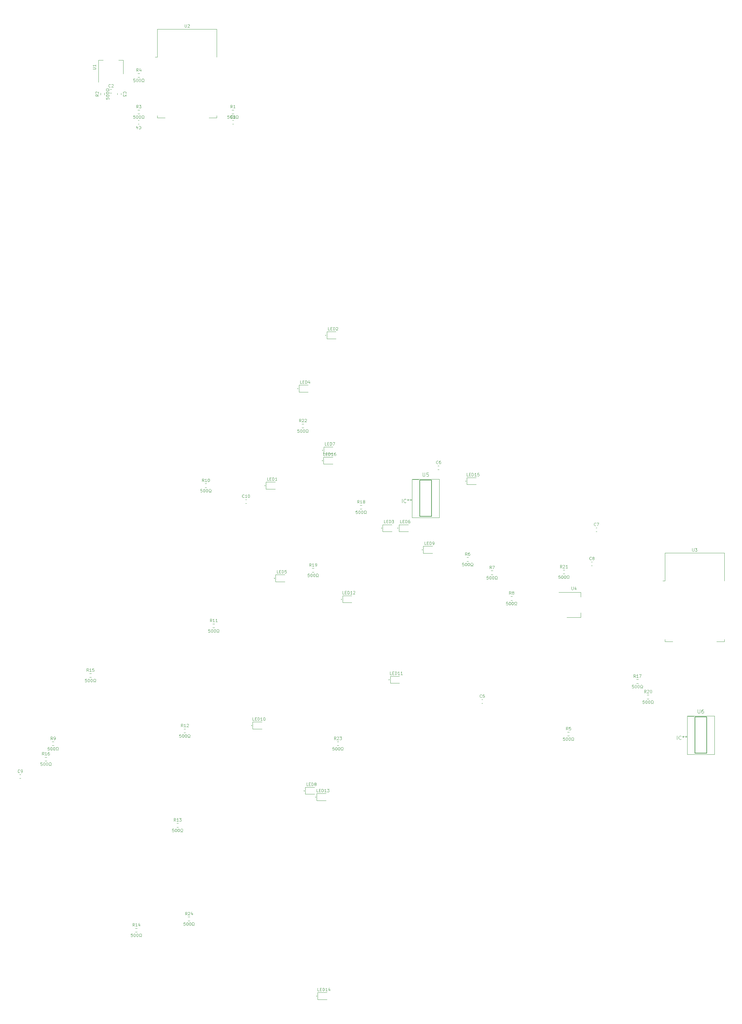
<source format=gbr>
%TF.GenerationSoftware,Flux,Pcbnew,7.0.11-7.0.11~ubuntu20.04.1*%
%TF.CreationDate,2024-08-21T12:24:35+00:00*%
%TF.ProjectId,input,696e7075-742e-46b6-9963-61645f706362,rev?*%
%TF.SameCoordinates,Original*%
%TF.FileFunction,Legend,Top*%
%TF.FilePolarity,Positive*%
%FSLAX46Y46*%
G04 Gerber Fmt 4.6, Leading zero omitted, Abs format (unit mm)*
G04 Filename: practical-fuchsia-massive-robot-spider*
G04 Build it with Flux! Visit our site at: https://www.flux.ai (PCBNEW 7.0.11-7.0.11~ubuntu20.04.1) date 2024-08-21 12:24:35*
%MOMM*%
%LPD*%
G01*
G04 APERTURE LIST*
%ADD10C,0.095000*%
%ADD11C,0.120650*%
%ADD12C,0.120000*%
%ADD13C,0.050000*%
%ADD14C,0.200000*%
%ADD15C,0.100000*%
G04 APERTURE END LIST*
D10*
X6162828Y-89823455D02*
X5781876Y-89823455D01*
X5781876Y-89823455D02*
X5743780Y-90204407D01*
X5743780Y-90204407D02*
X5781876Y-90166312D01*
X5781876Y-90166312D02*
X5858066Y-90128217D01*
X5858066Y-90128217D02*
X6048542Y-90128217D01*
X6048542Y-90128217D02*
X6124733Y-90166312D01*
X6124733Y-90166312D02*
X6162828Y-90204407D01*
X6162828Y-90204407D02*
X6200923Y-90280598D01*
X6200923Y-90280598D02*
X6200923Y-90471074D01*
X6200923Y-90471074D02*
X6162828Y-90547264D01*
X6162828Y-90547264D02*
X6124733Y-90585360D01*
X6124733Y-90585360D02*
X6048542Y-90623455D01*
X6048542Y-90623455D02*
X5858066Y-90623455D01*
X5858066Y-90623455D02*
X5781876Y-90585360D01*
X5781876Y-90585360D02*
X5743780Y-90547264D01*
X6696162Y-89823455D02*
X6772352Y-89823455D01*
X6772352Y-89823455D02*
X6848543Y-89861550D01*
X6848543Y-89861550D02*
X6886638Y-89899645D01*
X6886638Y-89899645D02*
X6924733Y-89975836D01*
X6924733Y-89975836D02*
X6962828Y-90128217D01*
X6962828Y-90128217D02*
X6962828Y-90318693D01*
X6962828Y-90318693D02*
X6924733Y-90471074D01*
X6924733Y-90471074D02*
X6886638Y-90547264D01*
X6886638Y-90547264D02*
X6848543Y-90585360D01*
X6848543Y-90585360D02*
X6772352Y-90623455D01*
X6772352Y-90623455D02*
X6696162Y-90623455D01*
X6696162Y-90623455D02*
X6619971Y-90585360D01*
X6619971Y-90585360D02*
X6581876Y-90547264D01*
X6581876Y-90547264D02*
X6543781Y-90471074D01*
X6543781Y-90471074D02*
X6505685Y-90318693D01*
X6505685Y-90318693D02*
X6505685Y-90128217D01*
X6505685Y-90128217D02*
X6543781Y-89975836D01*
X6543781Y-89975836D02*
X6581876Y-89899645D01*
X6581876Y-89899645D02*
X6619971Y-89861550D01*
X6619971Y-89861550D02*
X6696162Y-89823455D01*
X7458067Y-89823455D02*
X7534257Y-89823455D01*
X7534257Y-89823455D02*
X7610448Y-89861550D01*
X7610448Y-89861550D02*
X7648543Y-89899645D01*
X7648543Y-89899645D02*
X7686638Y-89975836D01*
X7686638Y-89975836D02*
X7724733Y-90128217D01*
X7724733Y-90128217D02*
X7724733Y-90318693D01*
X7724733Y-90318693D02*
X7686638Y-90471074D01*
X7686638Y-90471074D02*
X7648543Y-90547264D01*
X7648543Y-90547264D02*
X7610448Y-90585360D01*
X7610448Y-90585360D02*
X7534257Y-90623455D01*
X7534257Y-90623455D02*
X7458067Y-90623455D01*
X7458067Y-90623455D02*
X7381876Y-90585360D01*
X7381876Y-90585360D02*
X7343781Y-90547264D01*
X7343781Y-90547264D02*
X7305686Y-90471074D01*
X7305686Y-90471074D02*
X7267590Y-90318693D01*
X7267590Y-90318693D02*
X7267590Y-90128217D01*
X7267590Y-90128217D02*
X7305686Y-89975836D01*
X7305686Y-89975836D02*
X7343781Y-89899645D01*
X7343781Y-89899645D02*
X7381876Y-89861550D01*
X7381876Y-89861550D02*
X7458067Y-89823455D01*
X8029495Y-90623455D02*
X8219972Y-90623455D01*
X8219972Y-90623455D02*
X8219972Y-90471074D01*
X8219972Y-90471074D02*
X8143781Y-90432979D01*
X8143781Y-90432979D02*
X8067591Y-90356788D01*
X8067591Y-90356788D02*
X8029495Y-90242502D01*
X8029495Y-90242502D02*
X8029495Y-90052026D01*
X8029495Y-90052026D02*
X8067591Y-89937740D01*
X8067591Y-89937740D02*
X8143781Y-89861550D01*
X8143781Y-89861550D02*
X8258067Y-89823455D01*
X8258067Y-89823455D02*
X8410448Y-89823455D01*
X8410448Y-89823455D02*
X8524734Y-89861550D01*
X8524734Y-89861550D02*
X8600924Y-89937740D01*
X8600924Y-89937740D02*
X8639019Y-90052026D01*
X8639019Y-90052026D02*
X8639019Y-90242502D01*
X8639019Y-90242502D02*
X8600924Y-90356788D01*
X8600924Y-90356788D02*
X8524734Y-90432979D01*
X8524734Y-90432979D02*
X8448543Y-90471074D01*
X8448543Y-90471074D02*
X8448543Y-90623455D01*
X8448543Y-90623455D02*
X8639019Y-90623455D01*
X6677114Y-87763455D02*
X6410447Y-87382502D01*
X6219971Y-87763455D02*
X6219971Y-86963455D01*
X6219971Y-86963455D02*
X6524733Y-86963455D01*
X6524733Y-86963455D02*
X6600923Y-87001550D01*
X6600923Y-87001550D02*
X6639018Y-87039645D01*
X6639018Y-87039645D02*
X6677114Y-87115836D01*
X6677114Y-87115836D02*
X6677114Y-87230121D01*
X6677114Y-87230121D02*
X6639018Y-87306312D01*
X6639018Y-87306312D02*
X6600923Y-87344407D01*
X6600923Y-87344407D02*
X6524733Y-87382502D01*
X6524733Y-87382502D02*
X6219971Y-87382502D01*
X7439018Y-87763455D02*
X6981875Y-87763455D01*
X7210447Y-87763455D02*
X7210447Y-86963455D01*
X7210447Y-86963455D02*
X7134256Y-87077740D01*
X7134256Y-87077740D02*
X7058066Y-87153931D01*
X7058066Y-87153931D02*
X6981875Y-87192026D01*
X7934257Y-86963455D02*
X8010447Y-86963455D01*
X8010447Y-86963455D02*
X8086638Y-87001550D01*
X8086638Y-87001550D02*
X8124733Y-87039645D01*
X8124733Y-87039645D02*
X8162828Y-87115836D01*
X8162828Y-87115836D02*
X8200923Y-87268217D01*
X8200923Y-87268217D02*
X8200923Y-87458693D01*
X8200923Y-87458693D02*
X8162828Y-87611074D01*
X8162828Y-87611074D02*
X8124733Y-87687264D01*
X8124733Y-87687264D02*
X8086638Y-87725360D01*
X8086638Y-87725360D02*
X8010447Y-87763455D01*
X8010447Y-87763455D02*
X7934257Y-87763455D01*
X7934257Y-87763455D02*
X7858066Y-87725360D01*
X7858066Y-87725360D02*
X7819971Y-87687264D01*
X7819971Y-87687264D02*
X7781876Y-87611074D01*
X7781876Y-87611074D02*
X7743780Y-87458693D01*
X7743780Y-87458693D02*
X7743780Y-87268217D01*
X7743780Y-87268217D02*
X7781876Y-87115836D01*
X7781876Y-87115836D02*
X7819971Y-87039645D01*
X7819971Y-87039645D02*
X7858066Y-87001550D01*
X7858066Y-87001550D02*
X7934257Y-86963455D01*
X77775728Y-109977855D02*
X77394776Y-109977855D01*
X77394776Y-109977855D02*
X77356680Y-110358807D01*
X77356680Y-110358807D02*
X77394776Y-110320712D01*
X77394776Y-110320712D02*
X77470966Y-110282617D01*
X77470966Y-110282617D02*
X77661442Y-110282617D01*
X77661442Y-110282617D02*
X77737633Y-110320712D01*
X77737633Y-110320712D02*
X77775728Y-110358807D01*
X77775728Y-110358807D02*
X77813823Y-110434998D01*
X77813823Y-110434998D02*
X77813823Y-110625474D01*
X77813823Y-110625474D02*
X77775728Y-110701664D01*
X77775728Y-110701664D02*
X77737633Y-110739760D01*
X77737633Y-110739760D02*
X77661442Y-110777855D01*
X77661442Y-110777855D02*
X77470966Y-110777855D01*
X77470966Y-110777855D02*
X77394776Y-110739760D01*
X77394776Y-110739760D02*
X77356680Y-110701664D01*
X78309062Y-109977855D02*
X78385252Y-109977855D01*
X78385252Y-109977855D02*
X78461443Y-110015950D01*
X78461443Y-110015950D02*
X78499538Y-110054045D01*
X78499538Y-110054045D02*
X78537633Y-110130236D01*
X78537633Y-110130236D02*
X78575728Y-110282617D01*
X78575728Y-110282617D02*
X78575728Y-110473093D01*
X78575728Y-110473093D02*
X78537633Y-110625474D01*
X78537633Y-110625474D02*
X78499538Y-110701664D01*
X78499538Y-110701664D02*
X78461443Y-110739760D01*
X78461443Y-110739760D02*
X78385252Y-110777855D01*
X78385252Y-110777855D02*
X78309062Y-110777855D01*
X78309062Y-110777855D02*
X78232871Y-110739760D01*
X78232871Y-110739760D02*
X78194776Y-110701664D01*
X78194776Y-110701664D02*
X78156681Y-110625474D01*
X78156681Y-110625474D02*
X78118585Y-110473093D01*
X78118585Y-110473093D02*
X78118585Y-110282617D01*
X78118585Y-110282617D02*
X78156681Y-110130236D01*
X78156681Y-110130236D02*
X78194776Y-110054045D01*
X78194776Y-110054045D02*
X78232871Y-110015950D01*
X78232871Y-110015950D02*
X78309062Y-109977855D01*
X79070967Y-109977855D02*
X79147157Y-109977855D01*
X79147157Y-109977855D02*
X79223348Y-110015950D01*
X79223348Y-110015950D02*
X79261443Y-110054045D01*
X79261443Y-110054045D02*
X79299538Y-110130236D01*
X79299538Y-110130236D02*
X79337633Y-110282617D01*
X79337633Y-110282617D02*
X79337633Y-110473093D01*
X79337633Y-110473093D02*
X79299538Y-110625474D01*
X79299538Y-110625474D02*
X79261443Y-110701664D01*
X79261443Y-110701664D02*
X79223348Y-110739760D01*
X79223348Y-110739760D02*
X79147157Y-110777855D01*
X79147157Y-110777855D02*
X79070967Y-110777855D01*
X79070967Y-110777855D02*
X78994776Y-110739760D01*
X78994776Y-110739760D02*
X78956681Y-110701664D01*
X78956681Y-110701664D02*
X78918586Y-110625474D01*
X78918586Y-110625474D02*
X78880490Y-110473093D01*
X78880490Y-110473093D02*
X78880490Y-110282617D01*
X78880490Y-110282617D02*
X78918586Y-110130236D01*
X78918586Y-110130236D02*
X78956681Y-110054045D01*
X78956681Y-110054045D02*
X78994776Y-110015950D01*
X78994776Y-110015950D02*
X79070967Y-109977855D01*
X79642395Y-110777855D02*
X79832872Y-110777855D01*
X79832872Y-110777855D02*
X79832872Y-110625474D01*
X79832872Y-110625474D02*
X79756681Y-110587379D01*
X79756681Y-110587379D02*
X79680491Y-110511188D01*
X79680491Y-110511188D02*
X79642395Y-110396902D01*
X79642395Y-110396902D02*
X79642395Y-110206426D01*
X79642395Y-110206426D02*
X79680491Y-110092140D01*
X79680491Y-110092140D02*
X79756681Y-110015950D01*
X79756681Y-110015950D02*
X79870967Y-109977855D01*
X79870967Y-109977855D02*
X80023348Y-109977855D01*
X80023348Y-109977855D02*
X80137634Y-110015950D01*
X80137634Y-110015950D02*
X80213824Y-110092140D01*
X80213824Y-110092140D02*
X80251919Y-110206426D01*
X80251919Y-110206426D02*
X80251919Y-110396902D01*
X80251919Y-110396902D02*
X80213824Y-110511188D01*
X80213824Y-110511188D02*
X80137634Y-110587379D01*
X80137634Y-110587379D02*
X80061443Y-110625474D01*
X80061443Y-110625474D02*
X80061443Y-110777855D01*
X80061443Y-110777855D02*
X80251919Y-110777855D01*
X78670967Y-107917855D02*
X78404300Y-107536902D01*
X78213824Y-107917855D02*
X78213824Y-107117855D01*
X78213824Y-107117855D02*
X78518586Y-107117855D01*
X78518586Y-107117855D02*
X78594776Y-107155950D01*
X78594776Y-107155950D02*
X78632871Y-107194045D01*
X78632871Y-107194045D02*
X78670967Y-107270236D01*
X78670967Y-107270236D02*
X78670967Y-107384521D01*
X78670967Y-107384521D02*
X78632871Y-107460712D01*
X78632871Y-107460712D02*
X78594776Y-107498807D01*
X78594776Y-107498807D02*
X78518586Y-107536902D01*
X78518586Y-107536902D02*
X78213824Y-107536902D01*
X79356681Y-107117855D02*
X79204300Y-107117855D01*
X79204300Y-107117855D02*
X79128109Y-107155950D01*
X79128109Y-107155950D02*
X79090014Y-107194045D01*
X79090014Y-107194045D02*
X79013824Y-107308331D01*
X79013824Y-107308331D02*
X78975728Y-107460712D01*
X78975728Y-107460712D02*
X78975728Y-107765474D01*
X78975728Y-107765474D02*
X79013824Y-107841664D01*
X79013824Y-107841664D02*
X79051919Y-107879760D01*
X79051919Y-107879760D02*
X79128109Y-107917855D01*
X79128109Y-107917855D02*
X79280490Y-107917855D01*
X79280490Y-107917855D02*
X79356681Y-107879760D01*
X79356681Y-107879760D02*
X79394776Y-107841664D01*
X79394776Y-107841664D02*
X79432871Y-107765474D01*
X79432871Y-107765474D02*
X79432871Y-107574998D01*
X79432871Y-107574998D02*
X79394776Y-107498807D01*
X79394776Y-107498807D02*
X79356681Y-107460712D01*
X79356681Y-107460712D02*
X79280490Y-107422617D01*
X79280490Y-107422617D02*
X79128109Y-107422617D01*
X79128109Y-107422617D02*
X79051919Y-107460712D01*
X79051919Y-107460712D02*
X79013824Y-107498807D01*
X79013824Y-107498807D02*
X78975728Y-107574998D01*
X112637167Y-109030864D02*
X112599071Y-109068960D01*
X112599071Y-109068960D02*
X112484786Y-109107055D01*
X112484786Y-109107055D02*
X112408595Y-109107055D01*
X112408595Y-109107055D02*
X112294309Y-109068960D01*
X112294309Y-109068960D02*
X112218119Y-108992769D01*
X112218119Y-108992769D02*
X112180024Y-108916579D01*
X112180024Y-108916579D02*
X112141928Y-108764198D01*
X112141928Y-108764198D02*
X112141928Y-108649912D01*
X112141928Y-108649912D02*
X112180024Y-108497531D01*
X112180024Y-108497531D02*
X112218119Y-108421340D01*
X112218119Y-108421340D02*
X112294309Y-108345150D01*
X112294309Y-108345150D02*
X112408595Y-108307055D01*
X112408595Y-108307055D02*
X112484786Y-108307055D01*
X112484786Y-108307055D02*
X112599071Y-108345150D01*
X112599071Y-108345150D02*
X112637167Y-108383245D01*
X113094309Y-108649912D02*
X113018119Y-108611817D01*
X113018119Y-108611817D02*
X112980024Y-108573721D01*
X112980024Y-108573721D02*
X112941928Y-108497531D01*
X112941928Y-108497531D02*
X112941928Y-108459436D01*
X112941928Y-108459436D02*
X112980024Y-108383245D01*
X112980024Y-108383245D02*
X113018119Y-108345150D01*
X113018119Y-108345150D02*
X113094309Y-108307055D01*
X113094309Y-108307055D02*
X113246690Y-108307055D01*
X113246690Y-108307055D02*
X113322881Y-108345150D01*
X113322881Y-108345150D02*
X113360976Y-108383245D01*
X113360976Y-108383245D02*
X113399071Y-108459436D01*
X113399071Y-108459436D02*
X113399071Y-108497531D01*
X113399071Y-108497531D02*
X113360976Y-108573721D01*
X113360976Y-108573721D02*
X113322881Y-108611817D01*
X113322881Y-108611817D02*
X113246690Y-108649912D01*
X113246690Y-108649912D02*
X113094309Y-108649912D01*
X113094309Y-108649912D02*
X113018119Y-108688007D01*
X113018119Y-108688007D02*
X112980024Y-108726102D01*
X112980024Y-108726102D02*
X112941928Y-108802293D01*
X112941928Y-108802293D02*
X112941928Y-108954674D01*
X112941928Y-108954674D02*
X112980024Y-109030864D01*
X112980024Y-109030864D02*
X113018119Y-109068960D01*
X113018119Y-109068960D02*
X113094309Y-109107055D01*
X113094309Y-109107055D02*
X113246690Y-109107055D01*
X113246690Y-109107055D02*
X113322881Y-109068960D01*
X113322881Y-109068960D02*
X113360976Y-109030864D01*
X113360976Y-109030864D02*
X113399071Y-108954674D01*
X113399071Y-108954674D02*
X113399071Y-108802293D01*
X113399071Y-108802293D02*
X113360976Y-108726102D01*
X113360976Y-108726102D02*
X113322881Y-108688007D01*
X113322881Y-108688007D02*
X113246690Y-108649912D01*
D11*
X141784404Y-149988646D02*
X141784404Y-150811123D01*
X141784404Y-150811123D02*
X141832785Y-150907885D01*
X141832785Y-150907885D02*
X141881166Y-150956266D01*
X141881166Y-150956266D02*
X141977928Y-151004646D01*
X141977928Y-151004646D02*
X142171452Y-151004646D01*
X142171452Y-151004646D02*
X142268214Y-150956266D01*
X142268214Y-150956266D02*
X142316595Y-150907885D01*
X142316595Y-150907885D02*
X142364976Y-150811123D01*
X142364976Y-150811123D02*
X142364976Y-149988646D01*
X143284214Y-149988646D02*
X143090690Y-149988646D01*
X143090690Y-149988646D02*
X142993928Y-150037027D01*
X142993928Y-150037027D02*
X142945547Y-150085408D01*
X142945547Y-150085408D02*
X142848785Y-150230551D01*
X142848785Y-150230551D02*
X142800404Y-150424075D01*
X142800404Y-150424075D02*
X142800404Y-150811123D01*
X142800404Y-150811123D02*
X142848785Y-150907885D01*
X142848785Y-150907885D02*
X142897166Y-150956266D01*
X142897166Y-150956266D02*
X142993928Y-151004646D01*
X142993928Y-151004646D02*
X143187452Y-151004646D01*
X143187452Y-151004646D02*
X143284214Y-150956266D01*
X143284214Y-150956266D02*
X143332595Y-150907885D01*
X143332595Y-150907885D02*
X143380976Y-150811123D01*
X143380976Y-150811123D02*
X143380976Y-150569218D01*
X143380976Y-150569218D02*
X143332595Y-150472456D01*
X143332595Y-150472456D02*
X143284214Y-150424075D01*
X143284214Y-150424075D02*
X143187452Y-150375694D01*
X143187452Y-150375694D02*
X142993928Y-150375694D01*
X142993928Y-150375694D02*
X142897166Y-150424075D01*
X142897166Y-150424075D02*
X142848785Y-150472456D01*
X142848785Y-150472456D02*
X142800404Y-150569218D01*
X136111004Y-158205446D02*
X136111004Y-157189446D01*
X137175386Y-158108685D02*
X137127005Y-158157066D01*
X137127005Y-158157066D02*
X136981862Y-158205446D01*
X136981862Y-158205446D02*
X136885100Y-158205446D01*
X136885100Y-158205446D02*
X136739957Y-158157066D01*
X136739957Y-158157066D02*
X136643195Y-158060304D01*
X136643195Y-158060304D02*
X136594814Y-157963542D01*
X136594814Y-157963542D02*
X136546433Y-157770018D01*
X136546433Y-157770018D02*
X136546433Y-157624875D01*
X136546433Y-157624875D02*
X136594814Y-157431351D01*
X136594814Y-157431351D02*
X136643195Y-157334589D01*
X136643195Y-157334589D02*
X136739957Y-157237827D01*
X136739957Y-157237827D02*
X136885100Y-157189446D01*
X136885100Y-157189446D02*
X136981862Y-157189446D01*
X136981862Y-157189446D02*
X137127005Y-157237827D01*
X137127005Y-157237827D02*
X137175386Y-157286208D01*
X137755957Y-157189446D02*
X137755957Y-157431351D01*
X137514052Y-157334589D02*
X137755957Y-157431351D01*
X137755957Y-157431351D02*
X137997862Y-157334589D01*
X137610814Y-157624875D02*
X137755957Y-157431351D01*
X137755957Y-157431351D02*
X137901100Y-157624875D01*
X138530052Y-157189446D02*
X138530052Y-157431351D01*
X138288147Y-157334589D02*
X138530052Y-157431351D01*
X138530052Y-157431351D02*
X138771957Y-157334589D01*
X138384909Y-157624875D02*
X138530052Y-157431351D01*
X138530052Y-157431351D02*
X138675195Y-157624875D01*
D10*
X27047161Y-112741055D02*
X26666209Y-112741055D01*
X26666209Y-112741055D02*
X26666209Y-111941055D01*
X27313828Y-112322007D02*
X27580494Y-112322007D01*
X27694780Y-112741055D02*
X27313828Y-112741055D01*
X27313828Y-112741055D02*
X27313828Y-111941055D01*
X27313828Y-111941055D02*
X27694780Y-111941055D01*
X28037638Y-112741055D02*
X28037638Y-111941055D01*
X28037638Y-111941055D02*
X28228114Y-111941055D01*
X28228114Y-111941055D02*
X28342400Y-111979150D01*
X28342400Y-111979150D02*
X28418590Y-112055340D01*
X28418590Y-112055340D02*
X28456685Y-112131531D01*
X28456685Y-112131531D02*
X28494781Y-112283912D01*
X28494781Y-112283912D02*
X28494781Y-112398198D01*
X28494781Y-112398198D02*
X28456685Y-112550579D01*
X28456685Y-112550579D02*
X28418590Y-112626769D01*
X28418590Y-112626769D02*
X28342400Y-112702960D01*
X28342400Y-112702960D02*
X28228114Y-112741055D01*
X28228114Y-112741055D02*
X28037638Y-112741055D01*
X29218590Y-111941055D02*
X28837638Y-111941055D01*
X28837638Y-111941055D02*
X28799542Y-112322007D01*
X28799542Y-112322007D02*
X28837638Y-112283912D01*
X28837638Y-112283912D02*
X28913828Y-112245817D01*
X28913828Y-112245817D02*
X29104304Y-112245817D01*
X29104304Y-112245817D02*
X29180495Y-112283912D01*
X29180495Y-112283912D02*
X29218590Y-112322007D01*
X29218590Y-112322007D02*
X29256685Y-112398198D01*
X29256685Y-112398198D02*
X29256685Y-112588674D01*
X29256685Y-112588674D02*
X29218590Y-112664864D01*
X29218590Y-112664864D02*
X29180495Y-112702960D01*
X29180495Y-112702960D02*
X29104304Y-112741055D01*
X29104304Y-112741055D02*
X28913828Y-112741055D01*
X28913828Y-112741055D02*
X28837638Y-112702960D01*
X28837638Y-112702960D02*
X28799542Y-112664864D01*
X1559528Y-208195455D02*
X1178576Y-208195455D01*
X1178576Y-208195455D02*
X1140480Y-208576407D01*
X1140480Y-208576407D02*
X1178576Y-208538312D01*
X1178576Y-208538312D02*
X1254766Y-208500217D01*
X1254766Y-208500217D02*
X1445242Y-208500217D01*
X1445242Y-208500217D02*
X1521433Y-208538312D01*
X1521433Y-208538312D02*
X1559528Y-208576407D01*
X1559528Y-208576407D02*
X1597623Y-208652598D01*
X1597623Y-208652598D02*
X1597623Y-208843074D01*
X1597623Y-208843074D02*
X1559528Y-208919264D01*
X1559528Y-208919264D02*
X1521433Y-208957360D01*
X1521433Y-208957360D02*
X1445242Y-208995455D01*
X1445242Y-208995455D02*
X1254766Y-208995455D01*
X1254766Y-208995455D02*
X1178576Y-208957360D01*
X1178576Y-208957360D02*
X1140480Y-208919264D01*
X2092862Y-208195455D02*
X2169052Y-208195455D01*
X2169052Y-208195455D02*
X2245243Y-208233550D01*
X2245243Y-208233550D02*
X2283338Y-208271645D01*
X2283338Y-208271645D02*
X2321433Y-208347836D01*
X2321433Y-208347836D02*
X2359528Y-208500217D01*
X2359528Y-208500217D02*
X2359528Y-208690693D01*
X2359528Y-208690693D02*
X2321433Y-208843074D01*
X2321433Y-208843074D02*
X2283338Y-208919264D01*
X2283338Y-208919264D02*
X2245243Y-208957360D01*
X2245243Y-208957360D02*
X2169052Y-208995455D01*
X2169052Y-208995455D02*
X2092862Y-208995455D01*
X2092862Y-208995455D02*
X2016671Y-208957360D01*
X2016671Y-208957360D02*
X1978576Y-208919264D01*
X1978576Y-208919264D02*
X1940481Y-208843074D01*
X1940481Y-208843074D02*
X1902385Y-208690693D01*
X1902385Y-208690693D02*
X1902385Y-208500217D01*
X1902385Y-208500217D02*
X1940481Y-208347836D01*
X1940481Y-208347836D02*
X1978576Y-208271645D01*
X1978576Y-208271645D02*
X2016671Y-208233550D01*
X2016671Y-208233550D02*
X2092862Y-208195455D01*
X2854767Y-208195455D02*
X2930957Y-208195455D01*
X2930957Y-208195455D02*
X3007148Y-208233550D01*
X3007148Y-208233550D02*
X3045243Y-208271645D01*
X3045243Y-208271645D02*
X3083338Y-208347836D01*
X3083338Y-208347836D02*
X3121433Y-208500217D01*
X3121433Y-208500217D02*
X3121433Y-208690693D01*
X3121433Y-208690693D02*
X3083338Y-208843074D01*
X3083338Y-208843074D02*
X3045243Y-208919264D01*
X3045243Y-208919264D02*
X3007148Y-208957360D01*
X3007148Y-208957360D02*
X2930957Y-208995455D01*
X2930957Y-208995455D02*
X2854767Y-208995455D01*
X2854767Y-208995455D02*
X2778576Y-208957360D01*
X2778576Y-208957360D02*
X2740481Y-208919264D01*
X2740481Y-208919264D02*
X2702386Y-208843074D01*
X2702386Y-208843074D02*
X2664290Y-208690693D01*
X2664290Y-208690693D02*
X2664290Y-208500217D01*
X2664290Y-208500217D02*
X2702386Y-208347836D01*
X2702386Y-208347836D02*
X2740481Y-208271645D01*
X2740481Y-208271645D02*
X2778576Y-208233550D01*
X2778576Y-208233550D02*
X2854767Y-208195455D01*
X3426195Y-208995455D02*
X3616672Y-208995455D01*
X3616672Y-208995455D02*
X3616672Y-208843074D01*
X3616672Y-208843074D02*
X3540481Y-208804979D01*
X3540481Y-208804979D02*
X3464291Y-208728788D01*
X3464291Y-208728788D02*
X3426195Y-208614502D01*
X3426195Y-208614502D02*
X3426195Y-208424026D01*
X3426195Y-208424026D02*
X3464291Y-208309740D01*
X3464291Y-208309740D02*
X3540481Y-208233550D01*
X3540481Y-208233550D02*
X3654767Y-208195455D01*
X3654767Y-208195455D02*
X3807148Y-208195455D01*
X3807148Y-208195455D02*
X3921434Y-208233550D01*
X3921434Y-208233550D02*
X3997624Y-208309740D01*
X3997624Y-208309740D02*
X4035719Y-208424026D01*
X4035719Y-208424026D02*
X4035719Y-208614502D01*
X4035719Y-208614502D02*
X3997624Y-208728788D01*
X3997624Y-208728788D02*
X3921434Y-208804979D01*
X3921434Y-208804979D02*
X3845243Y-208843074D01*
X3845243Y-208843074D02*
X3845243Y-208995455D01*
X3845243Y-208995455D02*
X4035719Y-208995455D01*
X2073814Y-206135455D02*
X1807147Y-205754502D01*
X1616671Y-206135455D02*
X1616671Y-205335455D01*
X1616671Y-205335455D02*
X1921433Y-205335455D01*
X1921433Y-205335455D02*
X1997623Y-205373550D01*
X1997623Y-205373550D02*
X2035718Y-205411645D01*
X2035718Y-205411645D02*
X2073814Y-205487836D01*
X2073814Y-205487836D02*
X2073814Y-205602121D01*
X2073814Y-205602121D02*
X2035718Y-205678312D01*
X2035718Y-205678312D02*
X1997623Y-205716407D01*
X1997623Y-205716407D02*
X1921433Y-205754502D01*
X1921433Y-205754502D02*
X1616671Y-205754502D01*
X2378575Y-205411645D02*
X2416671Y-205373550D01*
X2416671Y-205373550D02*
X2492861Y-205335455D01*
X2492861Y-205335455D02*
X2683337Y-205335455D01*
X2683337Y-205335455D02*
X2759528Y-205373550D01*
X2759528Y-205373550D02*
X2797623Y-205411645D01*
X2797623Y-205411645D02*
X2835718Y-205487836D01*
X2835718Y-205487836D02*
X2835718Y-205564026D01*
X2835718Y-205564026D02*
X2797623Y-205678312D01*
X2797623Y-205678312D02*
X2340480Y-206135455D01*
X2340480Y-206135455D02*
X2835718Y-206135455D01*
X3521433Y-205602121D02*
X3521433Y-206135455D01*
X3330957Y-205297360D02*
X3140480Y-205868788D01*
X3140480Y-205868788D02*
X3635719Y-205868788D01*
X45013109Y-118489355D02*
X44632157Y-118489355D01*
X44632157Y-118489355D02*
X44632157Y-117689355D01*
X45279776Y-118070307D02*
X45546442Y-118070307D01*
X45660728Y-118489355D02*
X45279776Y-118489355D01*
X45279776Y-118489355D02*
X45279776Y-117689355D01*
X45279776Y-117689355D02*
X45660728Y-117689355D01*
X46003586Y-118489355D02*
X46003586Y-117689355D01*
X46003586Y-117689355D02*
X46194062Y-117689355D01*
X46194062Y-117689355D02*
X46308348Y-117727450D01*
X46308348Y-117727450D02*
X46384538Y-117803640D01*
X46384538Y-117803640D02*
X46422633Y-117879831D01*
X46422633Y-117879831D02*
X46460729Y-118032212D01*
X46460729Y-118032212D02*
X46460729Y-118146498D01*
X46460729Y-118146498D02*
X46422633Y-118298879D01*
X46422633Y-118298879D02*
X46384538Y-118375069D01*
X46384538Y-118375069D02*
X46308348Y-118451260D01*
X46308348Y-118451260D02*
X46194062Y-118489355D01*
X46194062Y-118489355D02*
X46003586Y-118489355D01*
X47222633Y-118489355D02*
X46765490Y-118489355D01*
X46994062Y-118489355D02*
X46994062Y-117689355D01*
X46994062Y-117689355D02*
X46917871Y-117803640D01*
X46917871Y-117803640D02*
X46841681Y-117879831D01*
X46841681Y-117879831D02*
X46765490Y-117917926D01*
X47527395Y-117765545D02*
X47565491Y-117727450D01*
X47565491Y-117727450D02*
X47641681Y-117689355D01*
X47641681Y-117689355D02*
X47832157Y-117689355D01*
X47832157Y-117689355D02*
X47908348Y-117727450D01*
X47908348Y-117727450D02*
X47946443Y-117765545D01*
X47946443Y-117765545D02*
X47984538Y-117841736D01*
X47984538Y-117841736D02*
X47984538Y-117917926D01*
X47984538Y-117917926D02*
X47946443Y-118032212D01*
X47946443Y-118032212D02*
X47489300Y-118489355D01*
X47489300Y-118489355D02*
X47984538Y-118489355D01*
X35170961Y-170815755D02*
X34790009Y-170815755D01*
X34790009Y-170815755D02*
X34790009Y-170015755D01*
X35437628Y-170396707D02*
X35704294Y-170396707D01*
X35818580Y-170815755D02*
X35437628Y-170815755D01*
X35437628Y-170815755D02*
X35437628Y-170015755D01*
X35437628Y-170015755D02*
X35818580Y-170015755D01*
X36161438Y-170815755D02*
X36161438Y-170015755D01*
X36161438Y-170015755D02*
X36351914Y-170015755D01*
X36351914Y-170015755D02*
X36466200Y-170053850D01*
X36466200Y-170053850D02*
X36542390Y-170130040D01*
X36542390Y-170130040D02*
X36580485Y-170206231D01*
X36580485Y-170206231D02*
X36618581Y-170358612D01*
X36618581Y-170358612D02*
X36618581Y-170472898D01*
X36618581Y-170472898D02*
X36580485Y-170625279D01*
X36580485Y-170625279D02*
X36542390Y-170701469D01*
X36542390Y-170701469D02*
X36466200Y-170777660D01*
X36466200Y-170777660D02*
X36351914Y-170815755D01*
X36351914Y-170815755D02*
X36161438Y-170815755D01*
X37075723Y-170358612D02*
X36999533Y-170320517D01*
X36999533Y-170320517D02*
X36961438Y-170282421D01*
X36961438Y-170282421D02*
X36923342Y-170206231D01*
X36923342Y-170206231D02*
X36923342Y-170168136D01*
X36923342Y-170168136D02*
X36961438Y-170091945D01*
X36961438Y-170091945D02*
X36999533Y-170053850D01*
X36999533Y-170053850D02*
X37075723Y-170015755D01*
X37075723Y-170015755D02*
X37228104Y-170015755D01*
X37228104Y-170015755D02*
X37304295Y-170053850D01*
X37304295Y-170053850D02*
X37342390Y-170091945D01*
X37342390Y-170091945D02*
X37380485Y-170168136D01*
X37380485Y-170168136D02*
X37380485Y-170206231D01*
X37380485Y-170206231D02*
X37342390Y-170282421D01*
X37342390Y-170282421D02*
X37304295Y-170320517D01*
X37304295Y-170320517D02*
X37228104Y-170358612D01*
X37228104Y-170358612D02*
X37075723Y-170358612D01*
X37075723Y-170358612D02*
X36999533Y-170396707D01*
X36999533Y-170396707D02*
X36961438Y-170434802D01*
X36961438Y-170434802D02*
X36923342Y-170510993D01*
X36923342Y-170510993D02*
X36923342Y-170663374D01*
X36923342Y-170663374D02*
X36961438Y-170739564D01*
X36961438Y-170739564D02*
X36999533Y-170777660D01*
X36999533Y-170777660D02*
X37075723Y-170815755D01*
X37075723Y-170815755D02*
X37228104Y-170815755D01*
X37228104Y-170815755D02*
X37304295Y-170777660D01*
X37304295Y-170777660D02*
X37342390Y-170739564D01*
X37342390Y-170739564D02*
X37380485Y-170663374D01*
X37380485Y-170663374D02*
X37380485Y-170510993D01*
X37380485Y-170510993D02*
X37342390Y-170434802D01*
X37342390Y-170434802D02*
X37304295Y-170396707D01*
X37304295Y-170396707D02*
X37228104Y-170358612D01*
X-25395471Y-141677455D02*
X-25776423Y-141677455D01*
X-25776423Y-141677455D02*
X-25814519Y-142058407D01*
X-25814519Y-142058407D02*
X-25776423Y-142020312D01*
X-25776423Y-142020312D02*
X-25700233Y-141982217D01*
X-25700233Y-141982217D02*
X-25509757Y-141982217D01*
X-25509757Y-141982217D02*
X-25433566Y-142020312D01*
X-25433566Y-142020312D02*
X-25395471Y-142058407D01*
X-25395471Y-142058407D02*
X-25357376Y-142134598D01*
X-25357376Y-142134598D02*
X-25357376Y-142325074D01*
X-25357376Y-142325074D02*
X-25395471Y-142401264D01*
X-25395471Y-142401264D02*
X-25433566Y-142439360D01*
X-25433566Y-142439360D02*
X-25509757Y-142477455D01*
X-25509757Y-142477455D02*
X-25700233Y-142477455D01*
X-25700233Y-142477455D02*
X-25776423Y-142439360D01*
X-25776423Y-142439360D02*
X-25814519Y-142401264D01*
X-24862137Y-141677455D02*
X-24785947Y-141677455D01*
X-24785947Y-141677455D02*
X-24709756Y-141715550D01*
X-24709756Y-141715550D02*
X-24671661Y-141753645D01*
X-24671661Y-141753645D02*
X-24633566Y-141829836D01*
X-24633566Y-141829836D02*
X-24595471Y-141982217D01*
X-24595471Y-141982217D02*
X-24595471Y-142172693D01*
X-24595471Y-142172693D02*
X-24633566Y-142325074D01*
X-24633566Y-142325074D02*
X-24671661Y-142401264D01*
X-24671661Y-142401264D02*
X-24709756Y-142439360D01*
X-24709756Y-142439360D02*
X-24785947Y-142477455D01*
X-24785947Y-142477455D02*
X-24862137Y-142477455D01*
X-24862137Y-142477455D02*
X-24938328Y-142439360D01*
X-24938328Y-142439360D02*
X-24976423Y-142401264D01*
X-24976423Y-142401264D02*
X-25014518Y-142325074D01*
X-25014518Y-142325074D02*
X-25052614Y-142172693D01*
X-25052614Y-142172693D02*
X-25052614Y-141982217D01*
X-25052614Y-141982217D02*
X-25014518Y-141829836D01*
X-25014518Y-141829836D02*
X-24976423Y-141753645D01*
X-24976423Y-141753645D02*
X-24938328Y-141715550D01*
X-24938328Y-141715550D02*
X-24862137Y-141677455D01*
X-24100232Y-141677455D02*
X-24024042Y-141677455D01*
X-24024042Y-141677455D02*
X-23947851Y-141715550D01*
X-23947851Y-141715550D02*
X-23909756Y-141753645D01*
X-23909756Y-141753645D02*
X-23871661Y-141829836D01*
X-23871661Y-141829836D02*
X-23833566Y-141982217D01*
X-23833566Y-141982217D02*
X-23833566Y-142172693D01*
X-23833566Y-142172693D02*
X-23871661Y-142325074D01*
X-23871661Y-142325074D02*
X-23909756Y-142401264D01*
X-23909756Y-142401264D02*
X-23947851Y-142439360D01*
X-23947851Y-142439360D02*
X-24024042Y-142477455D01*
X-24024042Y-142477455D02*
X-24100232Y-142477455D01*
X-24100232Y-142477455D02*
X-24176423Y-142439360D01*
X-24176423Y-142439360D02*
X-24214518Y-142401264D01*
X-24214518Y-142401264D02*
X-24252613Y-142325074D01*
X-24252613Y-142325074D02*
X-24290709Y-142172693D01*
X-24290709Y-142172693D02*
X-24290709Y-141982217D01*
X-24290709Y-141982217D02*
X-24252613Y-141829836D01*
X-24252613Y-141829836D02*
X-24214518Y-141753645D01*
X-24214518Y-141753645D02*
X-24176423Y-141715550D01*
X-24176423Y-141715550D02*
X-24100232Y-141677455D01*
X-23528804Y-142477455D02*
X-23338327Y-142477455D01*
X-23338327Y-142477455D02*
X-23338327Y-142325074D01*
X-23338327Y-142325074D02*
X-23414518Y-142286979D01*
X-23414518Y-142286979D02*
X-23490708Y-142210788D01*
X-23490708Y-142210788D02*
X-23528804Y-142096502D01*
X-23528804Y-142096502D02*
X-23528804Y-141906026D01*
X-23528804Y-141906026D02*
X-23490708Y-141791740D01*
X-23490708Y-141791740D02*
X-23414518Y-141715550D01*
X-23414518Y-141715550D02*
X-23300232Y-141677455D01*
X-23300232Y-141677455D02*
X-23147851Y-141677455D01*
X-23147851Y-141677455D02*
X-23033565Y-141715550D01*
X-23033565Y-141715550D02*
X-22957375Y-141791740D01*
X-22957375Y-141791740D02*
X-22919280Y-141906026D01*
X-22919280Y-141906026D02*
X-22919280Y-142096502D01*
X-22919280Y-142096502D02*
X-22957375Y-142210788D01*
X-22957375Y-142210788D02*
X-23033565Y-142286979D01*
X-23033565Y-142286979D02*
X-23109756Y-142325074D01*
X-23109756Y-142325074D02*
X-23109756Y-142477455D01*
X-23109756Y-142477455D02*
X-22919280Y-142477455D01*
X-24881185Y-139617455D02*
X-25147852Y-139236502D01*
X-25338328Y-139617455D02*
X-25338328Y-138817455D01*
X-25338328Y-138817455D02*
X-25033566Y-138817455D01*
X-25033566Y-138817455D02*
X-24957376Y-138855550D01*
X-24957376Y-138855550D02*
X-24919281Y-138893645D01*
X-24919281Y-138893645D02*
X-24881185Y-138969836D01*
X-24881185Y-138969836D02*
X-24881185Y-139084121D01*
X-24881185Y-139084121D02*
X-24919281Y-139160312D01*
X-24919281Y-139160312D02*
X-24957376Y-139198407D01*
X-24957376Y-139198407D02*
X-25033566Y-139236502D01*
X-25033566Y-139236502D02*
X-25338328Y-139236502D01*
X-24119281Y-139617455D02*
X-24576424Y-139617455D01*
X-24347852Y-139617455D02*
X-24347852Y-138817455D01*
X-24347852Y-138817455D02*
X-24424043Y-138931740D01*
X-24424043Y-138931740D02*
X-24500233Y-139007931D01*
X-24500233Y-139007931D02*
X-24576424Y-139046026D01*
X-23395471Y-138817455D02*
X-23776423Y-138817455D01*
X-23776423Y-138817455D02*
X-23814519Y-139198407D01*
X-23814519Y-139198407D02*
X-23776423Y-139160312D01*
X-23776423Y-139160312D02*
X-23700233Y-139122217D01*
X-23700233Y-139122217D02*
X-23509757Y-139122217D01*
X-23509757Y-139122217D02*
X-23433566Y-139160312D01*
X-23433566Y-139160312D02*
X-23395471Y-139198407D01*
X-23395471Y-139198407D02*
X-23357376Y-139274598D01*
X-23357376Y-139274598D02*
X-23357376Y-139465074D01*
X-23357376Y-139465074D02*
X-23395471Y-139541264D01*
X-23395471Y-139541264D02*
X-23433566Y-139579360D01*
X-23433566Y-139579360D02*
X-23509757Y-139617455D01*
X-23509757Y-139617455D02*
X-23700233Y-139617455D01*
X-23700233Y-139617455D02*
X-23776423Y-139579360D01*
X-23776423Y-139579360D02*
X-23814519Y-139541264D01*
X124198228Y-143330855D02*
X123817276Y-143330855D01*
X123817276Y-143330855D02*
X123779180Y-143711807D01*
X123779180Y-143711807D02*
X123817276Y-143673712D01*
X123817276Y-143673712D02*
X123893466Y-143635617D01*
X123893466Y-143635617D02*
X124083942Y-143635617D01*
X124083942Y-143635617D02*
X124160133Y-143673712D01*
X124160133Y-143673712D02*
X124198228Y-143711807D01*
X124198228Y-143711807D02*
X124236323Y-143787998D01*
X124236323Y-143787998D02*
X124236323Y-143978474D01*
X124236323Y-143978474D02*
X124198228Y-144054664D01*
X124198228Y-144054664D02*
X124160133Y-144092760D01*
X124160133Y-144092760D02*
X124083942Y-144130855D01*
X124083942Y-144130855D02*
X123893466Y-144130855D01*
X123893466Y-144130855D02*
X123817276Y-144092760D01*
X123817276Y-144092760D02*
X123779180Y-144054664D01*
X124731562Y-143330855D02*
X124807752Y-143330855D01*
X124807752Y-143330855D02*
X124883943Y-143368950D01*
X124883943Y-143368950D02*
X124922038Y-143407045D01*
X124922038Y-143407045D02*
X124960133Y-143483236D01*
X124960133Y-143483236D02*
X124998228Y-143635617D01*
X124998228Y-143635617D02*
X124998228Y-143826093D01*
X124998228Y-143826093D02*
X124960133Y-143978474D01*
X124960133Y-143978474D02*
X124922038Y-144054664D01*
X124922038Y-144054664D02*
X124883943Y-144092760D01*
X124883943Y-144092760D02*
X124807752Y-144130855D01*
X124807752Y-144130855D02*
X124731562Y-144130855D01*
X124731562Y-144130855D02*
X124655371Y-144092760D01*
X124655371Y-144092760D02*
X124617276Y-144054664D01*
X124617276Y-144054664D02*
X124579181Y-143978474D01*
X124579181Y-143978474D02*
X124541085Y-143826093D01*
X124541085Y-143826093D02*
X124541085Y-143635617D01*
X124541085Y-143635617D02*
X124579181Y-143483236D01*
X124579181Y-143483236D02*
X124617276Y-143407045D01*
X124617276Y-143407045D02*
X124655371Y-143368950D01*
X124655371Y-143368950D02*
X124731562Y-143330855D01*
X125493467Y-143330855D02*
X125569657Y-143330855D01*
X125569657Y-143330855D02*
X125645848Y-143368950D01*
X125645848Y-143368950D02*
X125683943Y-143407045D01*
X125683943Y-143407045D02*
X125722038Y-143483236D01*
X125722038Y-143483236D02*
X125760133Y-143635617D01*
X125760133Y-143635617D02*
X125760133Y-143826093D01*
X125760133Y-143826093D02*
X125722038Y-143978474D01*
X125722038Y-143978474D02*
X125683943Y-144054664D01*
X125683943Y-144054664D02*
X125645848Y-144092760D01*
X125645848Y-144092760D02*
X125569657Y-144130855D01*
X125569657Y-144130855D02*
X125493467Y-144130855D01*
X125493467Y-144130855D02*
X125417276Y-144092760D01*
X125417276Y-144092760D02*
X125379181Y-144054664D01*
X125379181Y-144054664D02*
X125341086Y-143978474D01*
X125341086Y-143978474D02*
X125302990Y-143826093D01*
X125302990Y-143826093D02*
X125302990Y-143635617D01*
X125302990Y-143635617D02*
X125341086Y-143483236D01*
X125341086Y-143483236D02*
X125379181Y-143407045D01*
X125379181Y-143407045D02*
X125417276Y-143368950D01*
X125417276Y-143368950D02*
X125493467Y-143330855D01*
X126064895Y-144130855D02*
X126255372Y-144130855D01*
X126255372Y-144130855D02*
X126255372Y-143978474D01*
X126255372Y-143978474D02*
X126179181Y-143940379D01*
X126179181Y-143940379D02*
X126102991Y-143864188D01*
X126102991Y-143864188D02*
X126064895Y-143749902D01*
X126064895Y-143749902D02*
X126064895Y-143559426D01*
X126064895Y-143559426D02*
X126102991Y-143445140D01*
X126102991Y-143445140D02*
X126179181Y-143368950D01*
X126179181Y-143368950D02*
X126293467Y-143330855D01*
X126293467Y-143330855D02*
X126445848Y-143330855D01*
X126445848Y-143330855D02*
X126560134Y-143368950D01*
X126560134Y-143368950D02*
X126636324Y-143445140D01*
X126636324Y-143445140D02*
X126674419Y-143559426D01*
X126674419Y-143559426D02*
X126674419Y-143749902D01*
X126674419Y-143749902D02*
X126636324Y-143864188D01*
X126636324Y-143864188D02*
X126560134Y-143940379D01*
X126560134Y-143940379D02*
X126483943Y-143978474D01*
X126483943Y-143978474D02*
X126483943Y-144130855D01*
X126483943Y-144130855D02*
X126674419Y-144130855D01*
X124712514Y-141270855D02*
X124445847Y-140889902D01*
X124255371Y-141270855D02*
X124255371Y-140470855D01*
X124255371Y-140470855D02*
X124560133Y-140470855D01*
X124560133Y-140470855D02*
X124636323Y-140508950D01*
X124636323Y-140508950D02*
X124674418Y-140547045D01*
X124674418Y-140547045D02*
X124712514Y-140623236D01*
X124712514Y-140623236D02*
X124712514Y-140737521D01*
X124712514Y-140737521D02*
X124674418Y-140813712D01*
X124674418Y-140813712D02*
X124636323Y-140851807D01*
X124636323Y-140851807D02*
X124560133Y-140889902D01*
X124560133Y-140889902D02*
X124255371Y-140889902D01*
X125474418Y-141270855D02*
X125017275Y-141270855D01*
X125245847Y-141270855D02*
X125245847Y-140470855D01*
X125245847Y-140470855D02*
X125169656Y-140585140D01*
X125169656Y-140585140D02*
X125093466Y-140661331D01*
X125093466Y-140661331D02*
X125017275Y-140699426D01*
X125741085Y-140470855D02*
X126274419Y-140470855D01*
X126274419Y-140470855D02*
X125931561Y-141270855D01*
X-15318164Y18280333D02*
X-15356260Y18318429D01*
X-15356260Y18318429D02*
X-15394355Y18432714D01*
X-15394355Y18432714D02*
X-15394355Y18508905D01*
X-15394355Y18508905D02*
X-15356260Y18623191D01*
X-15356260Y18623191D02*
X-15280069Y18699381D01*
X-15280069Y18699381D02*
X-15203879Y18737476D01*
X-15203879Y18737476D02*
X-15051498Y18775572D01*
X-15051498Y18775572D02*
X-14937212Y18775572D01*
X-14937212Y18775572D02*
X-14784831Y18737476D01*
X-14784831Y18737476D02*
X-14708640Y18699381D01*
X-14708640Y18699381D02*
X-14632450Y18623191D01*
X-14632450Y18623191D02*
X-14594355Y18508905D01*
X-14594355Y18508905D02*
X-14594355Y18432714D01*
X-14594355Y18432714D02*
X-14632450Y18318429D01*
X-14632450Y18318429D02*
X-14670545Y18280333D01*
X-14594355Y18013667D02*
X-14594355Y17518429D01*
X-14594355Y17518429D02*
X-14899117Y17785095D01*
X-14899117Y17785095D02*
X-14899117Y17670810D01*
X-14899117Y17670810D02*
X-14937212Y17594619D01*
X-14937212Y17594619D02*
X-14975307Y17556524D01*
X-14975307Y17556524D02*
X-15051498Y17518429D01*
X-15051498Y17518429D02*
X-15241974Y17518429D01*
X-15241974Y17518429D02*
X-15318164Y17556524D01*
X-15318164Y17556524D02*
X-15356260Y17594619D01*
X-15356260Y17594619D02*
X-15394355Y17670810D01*
X-15394355Y17670810D02*
X-15394355Y17899381D01*
X-15394355Y17899381D02*
X-15356260Y17975572D01*
X-15356260Y17975572D02*
X-15318164Y18013667D01*
X33448061Y-60956055D02*
X33067109Y-60956055D01*
X33067109Y-60956055D02*
X33067109Y-60156055D01*
X33714728Y-60537007D02*
X33981394Y-60537007D01*
X34095680Y-60956055D02*
X33714728Y-60956055D01*
X33714728Y-60956055D02*
X33714728Y-60156055D01*
X33714728Y-60156055D02*
X34095680Y-60156055D01*
X34438538Y-60956055D02*
X34438538Y-60156055D01*
X34438538Y-60156055D02*
X34629014Y-60156055D01*
X34629014Y-60156055D02*
X34743300Y-60194150D01*
X34743300Y-60194150D02*
X34819490Y-60270340D01*
X34819490Y-60270340D02*
X34857585Y-60346531D01*
X34857585Y-60346531D02*
X34895681Y-60498912D01*
X34895681Y-60498912D02*
X34895681Y-60613198D01*
X34895681Y-60613198D02*
X34857585Y-60765579D01*
X34857585Y-60765579D02*
X34819490Y-60841769D01*
X34819490Y-60841769D02*
X34743300Y-60917960D01*
X34743300Y-60917960D02*
X34629014Y-60956055D01*
X34629014Y-60956055D02*
X34438538Y-60956055D01*
X35581395Y-60422721D02*
X35581395Y-60956055D01*
X35390919Y-60117960D02*
X35200442Y-60689388D01*
X35200442Y-60689388D02*
X35695681Y-60689388D01*
X14503767Y11594535D02*
X14465671Y11556440D01*
X14465671Y11556440D02*
X14351386Y11518344D01*
X14351386Y11518344D02*
X14275195Y11518344D01*
X14275195Y11518344D02*
X14160909Y11556440D01*
X14160909Y11556440D02*
X14084719Y11632630D01*
X14084719Y11632630D02*
X14046624Y11708820D01*
X14046624Y11708820D02*
X14008528Y11861201D01*
X14008528Y11861201D02*
X14008528Y11975487D01*
X14008528Y11975487D02*
X14046624Y12127868D01*
X14046624Y12127868D02*
X14084719Y12204059D01*
X14084719Y12204059D02*
X14160909Y12280249D01*
X14160909Y12280249D02*
X14275195Y12318344D01*
X14275195Y12318344D02*
X14351386Y12318344D01*
X14351386Y12318344D02*
X14465671Y12280249D01*
X14465671Y12280249D02*
X14503767Y12242154D01*
X15265671Y11518344D02*
X14808528Y11518344D01*
X15037100Y11518344D02*
X15037100Y12318344D01*
X15037100Y12318344D02*
X14960909Y12204059D01*
X14960909Y12204059D02*
X14884719Y12127868D01*
X14884719Y12127868D02*
X14808528Y12089773D01*
X17668614Y-92032264D02*
X17630518Y-92070360D01*
X17630518Y-92070360D02*
X17516233Y-92108455D01*
X17516233Y-92108455D02*
X17440042Y-92108455D01*
X17440042Y-92108455D02*
X17325756Y-92070360D01*
X17325756Y-92070360D02*
X17249566Y-91994169D01*
X17249566Y-91994169D02*
X17211471Y-91917979D01*
X17211471Y-91917979D02*
X17173375Y-91765598D01*
X17173375Y-91765598D02*
X17173375Y-91651312D01*
X17173375Y-91651312D02*
X17211471Y-91498931D01*
X17211471Y-91498931D02*
X17249566Y-91422740D01*
X17249566Y-91422740D02*
X17325756Y-91346550D01*
X17325756Y-91346550D02*
X17440042Y-91308455D01*
X17440042Y-91308455D02*
X17516233Y-91308455D01*
X17516233Y-91308455D02*
X17630518Y-91346550D01*
X17630518Y-91346550D02*
X17668614Y-91384645D01*
X18430518Y-92108455D02*
X17973375Y-92108455D01*
X18201947Y-92108455D02*
X18201947Y-91308455D01*
X18201947Y-91308455D02*
X18125756Y-91422740D01*
X18125756Y-91422740D02*
X18049566Y-91498931D01*
X18049566Y-91498931D02*
X17973375Y-91537026D01*
X18925757Y-91308455D02*
X19001947Y-91308455D01*
X19001947Y-91308455D02*
X19078138Y-91346550D01*
X19078138Y-91346550D02*
X19116233Y-91384645D01*
X19116233Y-91384645D02*
X19154328Y-91460836D01*
X19154328Y-91460836D02*
X19192423Y-91613217D01*
X19192423Y-91613217D02*
X19192423Y-91803693D01*
X19192423Y-91803693D02*
X19154328Y-91956074D01*
X19154328Y-91956074D02*
X19116233Y-92032264D01*
X19116233Y-92032264D02*
X19078138Y-92070360D01*
X19078138Y-92070360D02*
X19001947Y-92108455D01*
X19001947Y-92108455D02*
X18925757Y-92108455D01*
X18925757Y-92108455D02*
X18849566Y-92070360D01*
X18849566Y-92070360D02*
X18811471Y-92032264D01*
X18811471Y-92032264D02*
X18773376Y-91956074D01*
X18773376Y-91956074D02*
X18735280Y-91803693D01*
X18735280Y-91803693D02*
X18735280Y-91613217D01*
X18735280Y-91613217D02*
X18773376Y-91460836D01*
X18773376Y-91460836D02*
X18811471Y-91384645D01*
X18811471Y-91384645D02*
X18849566Y-91346550D01*
X18849566Y-91346550D02*
X18925757Y-91308455D01*
X48631128Y-95708955D02*
X48250176Y-95708955D01*
X48250176Y-95708955D02*
X48212080Y-96089907D01*
X48212080Y-96089907D02*
X48250176Y-96051812D01*
X48250176Y-96051812D02*
X48326366Y-96013717D01*
X48326366Y-96013717D02*
X48516842Y-96013717D01*
X48516842Y-96013717D02*
X48593033Y-96051812D01*
X48593033Y-96051812D02*
X48631128Y-96089907D01*
X48631128Y-96089907D02*
X48669223Y-96166098D01*
X48669223Y-96166098D02*
X48669223Y-96356574D01*
X48669223Y-96356574D02*
X48631128Y-96432764D01*
X48631128Y-96432764D02*
X48593033Y-96470860D01*
X48593033Y-96470860D02*
X48516842Y-96508955D01*
X48516842Y-96508955D02*
X48326366Y-96508955D01*
X48326366Y-96508955D02*
X48250176Y-96470860D01*
X48250176Y-96470860D02*
X48212080Y-96432764D01*
X49164462Y-95708955D02*
X49240652Y-95708955D01*
X49240652Y-95708955D02*
X49316843Y-95747050D01*
X49316843Y-95747050D02*
X49354938Y-95785145D01*
X49354938Y-95785145D02*
X49393033Y-95861336D01*
X49393033Y-95861336D02*
X49431128Y-96013717D01*
X49431128Y-96013717D02*
X49431128Y-96204193D01*
X49431128Y-96204193D02*
X49393033Y-96356574D01*
X49393033Y-96356574D02*
X49354938Y-96432764D01*
X49354938Y-96432764D02*
X49316843Y-96470860D01*
X49316843Y-96470860D02*
X49240652Y-96508955D01*
X49240652Y-96508955D02*
X49164462Y-96508955D01*
X49164462Y-96508955D02*
X49088271Y-96470860D01*
X49088271Y-96470860D02*
X49050176Y-96432764D01*
X49050176Y-96432764D02*
X49012081Y-96356574D01*
X49012081Y-96356574D02*
X48973985Y-96204193D01*
X48973985Y-96204193D02*
X48973985Y-96013717D01*
X48973985Y-96013717D02*
X49012081Y-95861336D01*
X49012081Y-95861336D02*
X49050176Y-95785145D01*
X49050176Y-95785145D02*
X49088271Y-95747050D01*
X49088271Y-95747050D02*
X49164462Y-95708955D01*
X49926367Y-95708955D02*
X50002557Y-95708955D01*
X50002557Y-95708955D02*
X50078748Y-95747050D01*
X50078748Y-95747050D02*
X50116843Y-95785145D01*
X50116843Y-95785145D02*
X50154938Y-95861336D01*
X50154938Y-95861336D02*
X50193033Y-96013717D01*
X50193033Y-96013717D02*
X50193033Y-96204193D01*
X50193033Y-96204193D02*
X50154938Y-96356574D01*
X50154938Y-96356574D02*
X50116843Y-96432764D01*
X50116843Y-96432764D02*
X50078748Y-96470860D01*
X50078748Y-96470860D02*
X50002557Y-96508955D01*
X50002557Y-96508955D02*
X49926367Y-96508955D01*
X49926367Y-96508955D02*
X49850176Y-96470860D01*
X49850176Y-96470860D02*
X49812081Y-96432764D01*
X49812081Y-96432764D02*
X49773986Y-96356574D01*
X49773986Y-96356574D02*
X49735890Y-96204193D01*
X49735890Y-96204193D02*
X49735890Y-96013717D01*
X49735890Y-96013717D02*
X49773986Y-95861336D01*
X49773986Y-95861336D02*
X49812081Y-95785145D01*
X49812081Y-95785145D02*
X49850176Y-95747050D01*
X49850176Y-95747050D02*
X49926367Y-95708955D01*
X50497795Y-96508955D02*
X50688272Y-96508955D01*
X50688272Y-96508955D02*
X50688272Y-96356574D01*
X50688272Y-96356574D02*
X50612081Y-96318479D01*
X50612081Y-96318479D02*
X50535891Y-96242288D01*
X50535891Y-96242288D02*
X50497795Y-96128002D01*
X50497795Y-96128002D02*
X50497795Y-95937526D01*
X50497795Y-95937526D02*
X50535891Y-95823240D01*
X50535891Y-95823240D02*
X50612081Y-95747050D01*
X50612081Y-95747050D02*
X50726367Y-95708955D01*
X50726367Y-95708955D02*
X50878748Y-95708955D01*
X50878748Y-95708955D02*
X50993034Y-95747050D01*
X50993034Y-95747050D02*
X51069224Y-95823240D01*
X51069224Y-95823240D02*
X51107319Y-95937526D01*
X51107319Y-95937526D02*
X51107319Y-96128002D01*
X51107319Y-96128002D02*
X51069224Y-96242288D01*
X51069224Y-96242288D02*
X50993034Y-96318479D01*
X50993034Y-96318479D02*
X50916843Y-96356574D01*
X50916843Y-96356574D02*
X50916843Y-96508955D01*
X50916843Y-96508955D02*
X51107319Y-96508955D01*
X49145414Y-93648955D02*
X48878747Y-93268002D01*
X48688271Y-93648955D02*
X48688271Y-92848955D01*
X48688271Y-92848955D02*
X48993033Y-92848955D01*
X48993033Y-92848955D02*
X49069223Y-92887050D01*
X49069223Y-92887050D02*
X49107318Y-92925145D01*
X49107318Y-92925145D02*
X49145414Y-93001336D01*
X49145414Y-93001336D02*
X49145414Y-93115621D01*
X49145414Y-93115621D02*
X49107318Y-93191812D01*
X49107318Y-93191812D02*
X49069223Y-93229907D01*
X49069223Y-93229907D02*
X48993033Y-93268002D01*
X48993033Y-93268002D02*
X48688271Y-93268002D01*
X49907318Y-93648955D02*
X49450175Y-93648955D01*
X49678747Y-93648955D02*
X49678747Y-92848955D01*
X49678747Y-92848955D02*
X49602556Y-92963240D01*
X49602556Y-92963240D02*
X49526366Y-93039431D01*
X49526366Y-93039431D02*
X49450175Y-93077526D01*
X50364461Y-93191812D02*
X50288271Y-93153717D01*
X50288271Y-93153717D02*
X50250176Y-93115621D01*
X50250176Y-93115621D02*
X50212080Y-93039431D01*
X50212080Y-93039431D02*
X50212080Y-93001336D01*
X50212080Y-93001336D02*
X50250176Y-92925145D01*
X50250176Y-92925145D02*
X50288271Y-92887050D01*
X50288271Y-92887050D02*
X50364461Y-92848955D01*
X50364461Y-92848955D02*
X50516842Y-92848955D01*
X50516842Y-92848955D02*
X50593033Y-92887050D01*
X50593033Y-92887050D02*
X50631128Y-92925145D01*
X50631128Y-92925145D02*
X50669223Y-93001336D01*
X50669223Y-93001336D02*
X50669223Y-93039431D01*
X50669223Y-93039431D02*
X50631128Y-93115621D01*
X50631128Y-93115621D02*
X50593033Y-93153717D01*
X50593033Y-93153717D02*
X50516842Y-93191812D01*
X50516842Y-93191812D02*
X50364461Y-93191812D01*
X50364461Y-93191812D02*
X50288271Y-93229907D01*
X50288271Y-93229907D02*
X50250176Y-93268002D01*
X50250176Y-93268002D02*
X50212080Y-93344193D01*
X50212080Y-93344193D02*
X50212080Y-93496574D01*
X50212080Y-93496574D02*
X50250176Y-93572764D01*
X50250176Y-93572764D02*
X50288271Y-93610860D01*
X50288271Y-93610860D02*
X50364461Y-93648955D01*
X50364461Y-93648955D02*
X50516842Y-93648955D01*
X50516842Y-93648955D02*
X50593033Y-93610860D01*
X50593033Y-93610860D02*
X50631128Y-93572764D01*
X50631128Y-93572764D02*
X50669223Y-93496574D01*
X50669223Y-93496574D02*
X50669223Y-93344193D01*
X50669223Y-93344193D02*
X50631128Y-93268002D01*
X50631128Y-93268002D02*
X50593033Y-93229907D01*
X50593033Y-93229907D02*
X50516842Y-93191812D01*
X-1562871Y-182609255D02*
X-1943823Y-182609255D01*
X-1943823Y-182609255D02*
X-1981919Y-182990207D01*
X-1981919Y-182990207D02*
X-1943823Y-182952112D01*
X-1943823Y-182952112D02*
X-1867633Y-182914017D01*
X-1867633Y-182914017D02*
X-1677157Y-182914017D01*
X-1677157Y-182914017D02*
X-1600966Y-182952112D01*
X-1600966Y-182952112D02*
X-1562871Y-182990207D01*
X-1562871Y-182990207D02*
X-1524776Y-183066398D01*
X-1524776Y-183066398D02*
X-1524776Y-183256874D01*
X-1524776Y-183256874D02*
X-1562871Y-183333064D01*
X-1562871Y-183333064D02*
X-1600966Y-183371160D01*
X-1600966Y-183371160D02*
X-1677157Y-183409255D01*
X-1677157Y-183409255D02*
X-1867633Y-183409255D01*
X-1867633Y-183409255D02*
X-1943823Y-183371160D01*
X-1943823Y-183371160D02*
X-1981919Y-183333064D01*
X-1029537Y-182609255D02*
X-953347Y-182609255D01*
X-953347Y-182609255D02*
X-877156Y-182647350D01*
X-877156Y-182647350D02*
X-839061Y-182685445D01*
X-839061Y-182685445D02*
X-800966Y-182761636D01*
X-800966Y-182761636D02*
X-762871Y-182914017D01*
X-762871Y-182914017D02*
X-762871Y-183104493D01*
X-762871Y-183104493D02*
X-800966Y-183256874D01*
X-800966Y-183256874D02*
X-839061Y-183333064D01*
X-839061Y-183333064D02*
X-877156Y-183371160D01*
X-877156Y-183371160D02*
X-953347Y-183409255D01*
X-953347Y-183409255D02*
X-1029537Y-183409255D01*
X-1029537Y-183409255D02*
X-1105728Y-183371160D01*
X-1105728Y-183371160D02*
X-1143823Y-183333064D01*
X-1143823Y-183333064D02*
X-1181918Y-183256874D01*
X-1181918Y-183256874D02*
X-1220014Y-183104493D01*
X-1220014Y-183104493D02*
X-1220014Y-182914017D01*
X-1220014Y-182914017D02*
X-1181918Y-182761636D01*
X-1181918Y-182761636D02*
X-1143823Y-182685445D01*
X-1143823Y-182685445D02*
X-1105728Y-182647350D01*
X-1105728Y-182647350D02*
X-1029537Y-182609255D01*
X-267632Y-182609255D02*
X-191442Y-182609255D01*
X-191442Y-182609255D02*
X-115251Y-182647350D01*
X-115251Y-182647350D02*
X-77156Y-182685445D01*
X-77156Y-182685445D02*
X-39061Y-182761636D01*
X-39061Y-182761636D02*
X-966Y-182914017D01*
X-966Y-182914017D02*
X-966Y-183104493D01*
X-966Y-183104493D02*
X-39061Y-183256874D01*
X-39061Y-183256874D02*
X-77156Y-183333064D01*
X-77156Y-183333064D02*
X-115251Y-183371160D01*
X-115251Y-183371160D02*
X-191442Y-183409255D01*
X-191442Y-183409255D02*
X-267632Y-183409255D01*
X-267632Y-183409255D02*
X-343823Y-183371160D01*
X-343823Y-183371160D02*
X-381918Y-183333064D01*
X-381918Y-183333064D02*
X-420013Y-183256874D01*
X-420013Y-183256874D02*
X-458109Y-183104493D01*
X-458109Y-183104493D02*
X-458109Y-182914017D01*
X-458109Y-182914017D02*
X-420013Y-182761636D01*
X-420013Y-182761636D02*
X-381918Y-182685445D01*
X-381918Y-182685445D02*
X-343823Y-182647350D01*
X-343823Y-182647350D02*
X-267632Y-182609255D01*
X303795Y-183409255D02*
X494272Y-183409255D01*
X494272Y-183409255D02*
X494272Y-183256874D01*
X494272Y-183256874D02*
X418081Y-183218779D01*
X418081Y-183218779D02*
X341891Y-183142588D01*
X341891Y-183142588D02*
X303795Y-183028302D01*
X303795Y-183028302D02*
X303795Y-182837826D01*
X303795Y-182837826D02*
X341891Y-182723540D01*
X341891Y-182723540D02*
X418081Y-182647350D01*
X418081Y-182647350D02*
X532367Y-182609255D01*
X532367Y-182609255D02*
X684748Y-182609255D01*
X684748Y-182609255D02*
X799034Y-182647350D01*
X799034Y-182647350D02*
X875224Y-182723540D01*
X875224Y-182723540D02*
X913319Y-182837826D01*
X913319Y-182837826D02*
X913319Y-183028302D01*
X913319Y-183028302D02*
X875224Y-183142588D01*
X875224Y-183142588D02*
X799034Y-183218779D01*
X799034Y-183218779D02*
X722843Y-183256874D01*
X722843Y-183256874D02*
X722843Y-183409255D01*
X722843Y-183409255D02*
X913319Y-183409255D01*
X-1048585Y-180549255D02*
X-1315252Y-180168302D01*
X-1505728Y-180549255D02*
X-1505728Y-179749255D01*
X-1505728Y-179749255D02*
X-1200966Y-179749255D01*
X-1200966Y-179749255D02*
X-1124776Y-179787350D01*
X-1124776Y-179787350D02*
X-1086681Y-179825445D01*
X-1086681Y-179825445D02*
X-1048585Y-179901636D01*
X-1048585Y-179901636D02*
X-1048585Y-180015921D01*
X-1048585Y-180015921D02*
X-1086681Y-180092112D01*
X-1086681Y-180092112D02*
X-1124776Y-180130207D01*
X-1124776Y-180130207D02*
X-1200966Y-180168302D01*
X-1200966Y-180168302D02*
X-1505728Y-180168302D01*
X-286681Y-180549255D02*
X-743824Y-180549255D01*
X-515252Y-180549255D02*
X-515252Y-179749255D01*
X-515252Y-179749255D02*
X-591443Y-179863540D01*
X-591443Y-179863540D02*
X-667633Y-179939731D01*
X-667633Y-179939731D02*
X-743824Y-179977826D01*
X-20014Y-179749255D02*
X475223Y-179749255D01*
X475223Y-179749255D02*
X208557Y-180054017D01*
X208557Y-180054017D02*
X322842Y-180054017D01*
X322842Y-180054017D02*
X399033Y-180092112D01*
X399033Y-180092112D02*
X437128Y-180130207D01*
X437128Y-180130207D02*
X475223Y-180206398D01*
X475223Y-180206398D02*
X475223Y-180396874D01*
X475223Y-180396874D02*
X437128Y-180473064D01*
X437128Y-180473064D02*
X399033Y-180511160D01*
X399033Y-180511160D02*
X322842Y-180549255D01*
X322842Y-180549255D02*
X94271Y-180549255D01*
X94271Y-180549255D02*
X18080Y-180511160D01*
X18080Y-180511160D02*
X-20014Y-180473064D01*
X-20064044Y17121933D02*
X-20064044Y16740981D01*
X-20064044Y16740981D02*
X-19683092Y16702885D01*
X-19683092Y16702885D02*
X-19721187Y16740981D01*
X-19721187Y16740981D02*
X-19759282Y16817171D01*
X-19759282Y16817171D02*
X-19759282Y17007647D01*
X-19759282Y17007647D02*
X-19721187Y17083838D01*
X-19721187Y17083838D02*
X-19683092Y17121933D01*
X-19683092Y17121933D02*
X-19606901Y17160028D01*
X-19606901Y17160028D02*
X-19416425Y17160028D01*
X-19416425Y17160028D02*
X-19340235Y17121933D01*
X-19340235Y17121933D02*
X-19302140Y17083838D01*
X-19302140Y17083838D02*
X-19264044Y17007647D01*
X-19264044Y17007647D02*
X-19264044Y16817171D01*
X-19264044Y16817171D02*
X-19302140Y16740981D01*
X-19302140Y16740981D02*
X-19340235Y16702885D01*
X-20064044Y17655267D02*
X-20064044Y17731457D01*
X-20064044Y17731457D02*
X-20025949Y17807648D01*
X-20025949Y17807648D02*
X-19987854Y17845743D01*
X-19987854Y17845743D02*
X-19911663Y17883838D01*
X-19911663Y17883838D02*
X-19759282Y17921933D01*
X-19759282Y17921933D02*
X-19568806Y17921933D01*
X-19568806Y17921933D02*
X-19416425Y17883838D01*
X-19416425Y17883838D02*
X-19340235Y17845743D01*
X-19340235Y17845743D02*
X-19302140Y17807648D01*
X-19302140Y17807648D02*
X-19264044Y17731457D01*
X-19264044Y17731457D02*
X-19264044Y17655267D01*
X-19264044Y17655267D02*
X-19302140Y17579076D01*
X-19302140Y17579076D02*
X-19340235Y17540981D01*
X-19340235Y17540981D02*
X-19416425Y17502886D01*
X-19416425Y17502886D02*
X-19568806Y17464790D01*
X-19568806Y17464790D02*
X-19759282Y17464790D01*
X-19759282Y17464790D02*
X-19911663Y17502886D01*
X-19911663Y17502886D02*
X-19987854Y17540981D01*
X-19987854Y17540981D02*
X-20025949Y17579076D01*
X-20025949Y17579076D02*
X-20064044Y17655267D01*
X-20064044Y18417172D02*
X-20064044Y18493362D01*
X-20064044Y18493362D02*
X-20025949Y18569553D01*
X-20025949Y18569553D02*
X-19987854Y18607648D01*
X-19987854Y18607648D02*
X-19911663Y18645743D01*
X-19911663Y18645743D02*
X-19759282Y18683838D01*
X-19759282Y18683838D02*
X-19568806Y18683838D01*
X-19568806Y18683838D02*
X-19416425Y18645743D01*
X-19416425Y18645743D02*
X-19340235Y18607648D01*
X-19340235Y18607648D02*
X-19302140Y18569553D01*
X-19302140Y18569553D02*
X-19264044Y18493362D01*
X-19264044Y18493362D02*
X-19264044Y18417172D01*
X-19264044Y18417172D02*
X-19302140Y18340981D01*
X-19302140Y18340981D02*
X-19340235Y18302886D01*
X-19340235Y18302886D02*
X-19416425Y18264791D01*
X-19416425Y18264791D02*
X-19568806Y18226695D01*
X-19568806Y18226695D02*
X-19759282Y18226695D01*
X-19759282Y18226695D02*
X-19911663Y18264791D01*
X-19911663Y18264791D02*
X-19987854Y18302886D01*
X-19987854Y18302886D02*
X-20025949Y18340981D01*
X-20025949Y18340981D02*
X-20064044Y18417172D01*
X-19264044Y18988600D02*
X-19264044Y19179077D01*
X-19264044Y19179077D02*
X-19416425Y19179077D01*
X-19416425Y19179077D02*
X-19454520Y19102886D01*
X-19454520Y19102886D02*
X-19530711Y19026696D01*
X-19530711Y19026696D02*
X-19644997Y18988600D01*
X-19644997Y18988600D02*
X-19835473Y18988600D01*
X-19835473Y18988600D02*
X-19949759Y19026696D01*
X-19949759Y19026696D02*
X-20025949Y19102886D01*
X-20025949Y19102886D02*
X-20064044Y19217172D01*
X-20064044Y19217172D02*
X-20064044Y19369553D01*
X-20064044Y19369553D02*
X-20025949Y19483839D01*
X-20025949Y19483839D02*
X-19949759Y19560029D01*
X-19949759Y19560029D02*
X-19835473Y19598124D01*
X-19835473Y19598124D02*
X-19644997Y19598124D01*
X-19644997Y19598124D02*
X-19530711Y19560029D01*
X-19530711Y19560029D02*
X-19454520Y19483839D01*
X-19454520Y19483839D02*
X-19416425Y19407648D01*
X-19416425Y19407648D02*
X-19264044Y19407648D01*
X-19264044Y19407648D02*
X-19264044Y19598124D01*
X-22124044Y18017162D02*
X-22504997Y17750495D01*
X-22124044Y17560019D02*
X-22924044Y17560019D01*
X-22924044Y17560019D02*
X-22924044Y17864781D01*
X-22924044Y17864781D02*
X-22885949Y17940971D01*
X-22885949Y17940971D02*
X-22847854Y17979066D01*
X-22847854Y17979066D02*
X-22771663Y18017162D01*
X-22771663Y18017162D02*
X-22657378Y18017162D01*
X-22657378Y18017162D02*
X-22581187Y17979066D01*
X-22581187Y17979066D02*
X-22543092Y17940971D01*
X-22543092Y17940971D02*
X-22504997Y17864781D01*
X-22504997Y17864781D02*
X-22504997Y17560019D01*
X-22847854Y18321923D02*
X-22885949Y18360019D01*
X-22885949Y18360019D02*
X-22924044Y18436209D01*
X-22924044Y18436209D02*
X-22924044Y18626685D01*
X-22924044Y18626685D02*
X-22885949Y18702876D01*
X-22885949Y18702876D02*
X-22847854Y18740971D01*
X-22847854Y18740971D02*
X-22771663Y18779066D01*
X-22771663Y18779066D02*
X-22695473Y18779066D01*
X-22695473Y18779066D02*
X-22581187Y18740971D01*
X-22581187Y18740971D02*
X-22124044Y18283828D01*
X-22124044Y18283828D02*
X-22124044Y18779066D01*
X105350528Y-157662955D02*
X104969576Y-157662955D01*
X104969576Y-157662955D02*
X104931480Y-158043907D01*
X104931480Y-158043907D02*
X104969576Y-158005812D01*
X104969576Y-158005812D02*
X105045766Y-157967717D01*
X105045766Y-157967717D02*
X105236242Y-157967717D01*
X105236242Y-157967717D02*
X105312433Y-158005812D01*
X105312433Y-158005812D02*
X105350528Y-158043907D01*
X105350528Y-158043907D02*
X105388623Y-158120098D01*
X105388623Y-158120098D02*
X105388623Y-158310574D01*
X105388623Y-158310574D02*
X105350528Y-158386764D01*
X105350528Y-158386764D02*
X105312433Y-158424860D01*
X105312433Y-158424860D02*
X105236242Y-158462955D01*
X105236242Y-158462955D02*
X105045766Y-158462955D01*
X105045766Y-158462955D02*
X104969576Y-158424860D01*
X104969576Y-158424860D02*
X104931480Y-158386764D01*
X105883862Y-157662955D02*
X105960052Y-157662955D01*
X105960052Y-157662955D02*
X106036243Y-157701050D01*
X106036243Y-157701050D02*
X106074338Y-157739145D01*
X106074338Y-157739145D02*
X106112433Y-157815336D01*
X106112433Y-157815336D02*
X106150528Y-157967717D01*
X106150528Y-157967717D02*
X106150528Y-158158193D01*
X106150528Y-158158193D02*
X106112433Y-158310574D01*
X106112433Y-158310574D02*
X106074338Y-158386764D01*
X106074338Y-158386764D02*
X106036243Y-158424860D01*
X106036243Y-158424860D02*
X105960052Y-158462955D01*
X105960052Y-158462955D02*
X105883862Y-158462955D01*
X105883862Y-158462955D02*
X105807671Y-158424860D01*
X105807671Y-158424860D02*
X105769576Y-158386764D01*
X105769576Y-158386764D02*
X105731481Y-158310574D01*
X105731481Y-158310574D02*
X105693385Y-158158193D01*
X105693385Y-158158193D02*
X105693385Y-157967717D01*
X105693385Y-157967717D02*
X105731481Y-157815336D01*
X105731481Y-157815336D02*
X105769576Y-157739145D01*
X105769576Y-157739145D02*
X105807671Y-157701050D01*
X105807671Y-157701050D02*
X105883862Y-157662955D01*
X106645767Y-157662955D02*
X106721957Y-157662955D01*
X106721957Y-157662955D02*
X106798148Y-157701050D01*
X106798148Y-157701050D02*
X106836243Y-157739145D01*
X106836243Y-157739145D02*
X106874338Y-157815336D01*
X106874338Y-157815336D02*
X106912433Y-157967717D01*
X106912433Y-157967717D02*
X106912433Y-158158193D01*
X106912433Y-158158193D02*
X106874338Y-158310574D01*
X106874338Y-158310574D02*
X106836243Y-158386764D01*
X106836243Y-158386764D02*
X106798148Y-158424860D01*
X106798148Y-158424860D02*
X106721957Y-158462955D01*
X106721957Y-158462955D02*
X106645767Y-158462955D01*
X106645767Y-158462955D02*
X106569576Y-158424860D01*
X106569576Y-158424860D02*
X106531481Y-158386764D01*
X106531481Y-158386764D02*
X106493386Y-158310574D01*
X106493386Y-158310574D02*
X106455290Y-158158193D01*
X106455290Y-158158193D02*
X106455290Y-157967717D01*
X106455290Y-157967717D02*
X106493386Y-157815336D01*
X106493386Y-157815336D02*
X106531481Y-157739145D01*
X106531481Y-157739145D02*
X106569576Y-157701050D01*
X106569576Y-157701050D02*
X106645767Y-157662955D01*
X107217195Y-158462955D02*
X107407672Y-158462955D01*
X107407672Y-158462955D02*
X107407672Y-158310574D01*
X107407672Y-158310574D02*
X107331481Y-158272479D01*
X107331481Y-158272479D02*
X107255291Y-158196288D01*
X107255291Y-158196288D02*
X107217195Y-158082002D01*
X107217195Y-158082002D02*
X107217195Y-157891526D01*
X107217195Y-157891526D02*
X107255291Y-157777240D01*
X107255291Y-157777240D02*
X107331481Y-157701050D01*
X107331481Y-157701050D02*
X107445767Y-157662955D01*
X107445767Y-157662955D02*
X107598148Y-157662955D01*
X107598148Y-157662955D02*
X107712434Y-157701050D01*
X107712434Y-157701050D02*
X107788624Y-157777240D01*
X107788624Y-157777240D02*
X107826719Y-157891526D01*
X107826719Y-157891526D02*
X107826719Y-158082002D01*
X107826719Y-158082002D02*
X107788624Y-158196288D01*
X107788624Y-158196288D02*
X107712434Y-158272479D01*
X107712434Y-158272479D02*
X107636243Y-158310574D01*
X107636243Y-158310574D02*
X107636243Y-158462955D01*
X107636243Y-158462955D02*
X107826719Y-158462955D01*
X106245767Y-155602955D02*
X105979100Y-155222002D01*
X105788624Y-155602955D02*
X105788624Y-154802955D01*
X105788624Y-154802955D02*
X106093386Y-154802955D01*
X106093386Y-154802955D02*
X106169576Y-154841050D01*
X106169576Y-154841050D02*
X106207671Y-154879145D01*
X106207671Y-154879145D02*
X106245767Y-154955336D01*
X106245767Y-154955336D02*
X106245767Y-155069621D01*
X106245767Y-155069621D02*
X106207671Y-155145812D01*
X106207671Y-155145812D02*
X106169576Y-155183907D01*
X106169576Y-155183907D02*
X106093386Y-155222002D01*
X106093386Y-155222002D02*
X105788624Y-155222002D01*
X106969576Y-154802955D02*
X106588624Y-154802955D01*
X106588624Y-154802955D02*
X106550528Y-155183907D01*
X106550528Y-155183907D02*
X106588624Y-155145812D01*
X106588624Y-155145812D02*
X106664814Y-155107717D01*
X106664814Y-155107717D02*
X106855290Y-155107717D01*
X106855290Y-155107717D02*
X106931481Y-155145812D01*
X106931481Y-155145812D02*
X106969576Y-155183907D01*
X106969576Y-155183907D02*
X107007671Y-155260098D01*
X107007671Y-155260098D02*
X107007671Y-155450574D01*
X107007671Y-155450574D02*
X106969576Y-155526764D01*
X106969576Y-155526764D02*
X106931481Y-155564860D01*
X106931481Y-155564860D02*
X106855290Y-155602955D01*
X106855290Y-155602955D02*
X106664814Y-155602955D01*
X106664814Y-155602955D02*
X106588624Y-155564860D01*
X106588624Y-155564860D02*
X106550528Y-155526764D01*
X67441761Y-104974855D02*
X67060809Y-104974855D01*
X67060809Y-104974855D02*
X67060809Y-104174855D01*
X67708428Y-104555807D02*
X67975094Y-104555807D01*
X68089380Y-104974855D02*
X67708428Y-104974855D01*
X67708428Y-104974855D02*
X67708428Y-104174855D01*
X67708428Y-104174855D02*
X68089380Y-104174855D01*
X68432238Y-104974855D02*
X68432238Y-104174855D01*
X68432238Y-104174855D02*
X68622714Y-104174855D01*
X68622714Y-104174855D02*
X68737000Y-104212950D01*
X68737000Y-104212950D02*
X68813190Y-104289140D01*
X68813190Y-104289140D02*
X68851285Y-104365331D01*
X68851285Y-104365331D02*
X68889381Y-104517712D01*
X68889381Y-104517712D02*
X68889381Y-104631998D01*
X68889381Y-104631998D02*
X68851285Y-104784379D01*
X68851285Y-104784379D02*
X68813190Y-104860569D01*
X68813190Y-104860569D02*
X68737000Y-104936760D01*
X68737000Y-104936760D02*
X68622714Y-104974855D01*
X68622714Y-104974855D02*
X68432238Y-104974855D01*
X69270333Y-104974855D02*
X69422714Y-104974855D01*
X69422714Y-104974855D02*
X69498904Y-104936760D01*
X69498904Y-104936760D02*
X69537000Y-104898664D01*
X69537000Y-104898664D02*
X69613190Y-104784379D01*
X69613190Y-104784379D02*
X69651285Y-104631998D01*
X69651285Y-104631998D02*
X69651285Y-104327236D01*
X69651285Y-104327236D02*
X69613190Y-104251045D01*
X69613190Y-104251045D02*
X69575095Y-104212950D01*
X69575095Y-104212950D02*
X69498904Y-104174855D01*
X69498904Y-104174855D02*
X69346523Y-104174855D01*
X69346523Y-104174855D02*
X69270333Y-104212950D01*
X69270333Y-104212950D02*
X69232238Y-104251045D01*
X69232238Y-104251045D02*
X69194142Y-104327236D01*
X69194142Y-104327236D02*
X69194142Y-104517712D01*
X69194142Y-104517712D02*
X69232238Y-104593902D01*
X69232238Y-104593902D02*
X69270333Y-104631998D01*
X69270333Y-104631998D02*
X69346523Y-104670093D01*
X69346523Y-104670093D02*
X69498904Y-104670093D01*
X69498904Y-104670093D02*
X69575095Y-104631998D01*
X69575095Y-104631998D02*
X69613190Y-104593902D01*
X69613190Y-104593902D02*
X69651285Y-104517712D01*
X-35614671Y-160327355D02*
X-35995623Y-160327355D01*
X-35995623Y-160327355D02*
X-36033719Y-160708307D01*
X-36033719Y-160708307D02*
X-35995623Y-160670212D01*
X-35995623Y-160670212D02*
X-35919433Y-160632117D01*
X-35919433Y-160632117D02*
X-35728957Y-160632117D01*
X-35728957Y-160632117D02*
X-35652766Y-160670212D01*
X-35652766Y-160670212D02*
X-35614671Y-160708307D01*
X-35614671Y-160708307D02*
X-35576576Y-160784498D01*
X-35576576Y-160784498D02*
X-35576576Y-160974974D01*
X-35576576Y-160974974D02*
X-35614671Y-161051164D01*
X-35614671Y-161051164D02*
X-35652766Y-161089260D01*
X-35652766Y-161089260D02*
X-35728957Y-161127355D01*
X-35728957Y-161127355D02*
X-35919433Y-161127355D01*
X-35919433Y-161127355D02*
X-35995623Y-161089260D01*
X-35995623Y-161089260D02*
X-36033719Y-161051164D01*
X-35081337Y-160327355D02*
X-35005147Y-160327355D01*
X-35005147Y-160327355D02*
X-34928956Y-160365450D01*
X-34928956Y-160365450D02*
X-34890861Y-160403545D01*
X-34890861Y-160403545D02*
X-34852766Y-160479736D01*
X-34852766Y-160479736D02*
X-34814671Y-160632117D01*
X-34814671Y-160632117D02*
X-34814671Y-160822593D01*
X-34814671Y-160822593D02*
X-34852766Y-160974974D01*
X-34852766Y-160974974D02*
X-34890861Y-161051164D01*
X-34890861Y-161051164D02*
X-34928956Y-161089260D01*
X-34928956Y-161089260D02*
X-35005147Y-161127355D01*
X-35005147Y-161127355D02*
X-35081337Y-161127355D01*
X-35081337Y-161127355D02*
X-35157528Y-161089260D01*
X-35157528Y-161089260D02*
X-35195623Y-161051164D01*
X-35195623Y-161051164D02*
X-35233718Y-160974974D01*
X-35233718Y-160974974D02*
X-35271814Y-160822593D01*
X-35271814Y-160822593D02*
X-35271814Y-160632117D01*
X-35271814Y-160632117D02*
X-35233718Y-160479736D01*
X-35233718Y-160479736D02*
X-35195623Y-160403545D01*
X-35195623Y-160403545D02*
X-35157528Y-160365450D01*
X-35157528Y-160365450D02*
X-35081337Y-160327355D01*
X-34319432Y-160327355D02*
X-34243242Y-160327355D01*
X-34243242Y-160327355D02*
X-34167051Y-160365450D01*
X-34167051Y-160365450D02*
X-34128956Y-160403545D01*
X-34128956Y-160403545D02*
X-34090861Y-160479736D01*
X-34090861Y-160479736D02*
X-34052766Y-160632117D01*
X-34052766Y-160632117D02*
X-34052766Y-160822593D01*
X-34052766Y-160822593D02*
X-34090861Y-160974974D01*
X-34090861Y-160974974D02*
X-34128956Y-161051164D01*
X-34128956Y-161051164D02*
X-34167051Y-161089260D01*
X-34167051Y-161089260D02*
X-34243242Y-161127355D01*
X-34243242Y-161127355D02*
X-34319432Y-161127355D01*
X-34319432Y-161127355D02*
X-34395623Y-161089260D01*
X-34395623Y-161089260D02*
X-34433718Y-161051164D01*
X-34433718Y-161051164D02*
X-34471813Y-160974974D01*
X-34471813Y-160974974D02*
X-34509909Y-160822593D01*
X-34509909Y-160822593D02*
X-34509909Y-160632117D01*
X-34509909Y-160632117D02*
X-34471813Y-160479736D01*
X-34471813Y-160479736D02*
X-34433718Y-160403545D01*
X-34433718Y-160403545D02*
X-34395623Y-160365450D01*
X-34395623Y-160365450D02*
X-34319432Y-160327355D01*
X-33748004Y-161127355D02*
X-33557527Y-161127355D01*
X-33557527Y-161127355D02*
X-33557527Y-160974974D01*
X-33557527Y-160974974D02*
X-33633718Y-160936879D01*
X-33633718Y-160936879D02*
X-33709908Y-160860688D01*
X-33709908Y-160860688D02*
X-33748004Y-160746402D01*
X-33748004Y-160746402D02*
X-33748004Y-160555926D01*
X-33748004Y-160555926D02*
X-33709908Y-160441640D01*
X-33709908Y-160441640D02*
X-33633718Y-160365450D01*
X-33633718Y-160365450D02*
X-33519432Y-160327355D01*
X-33519432Y-160327355D02*
X-33367051Y-160327355D01*
X-33367051Y-160327355D02*
X-33252765Y-160365450D01*
X-33252765Y-160365450D02*
X-33176575Y-160441640D01*
X-33176575Y-160441640D02*
X-33138480Y-160555926D01*
X-33138480Y-160555926D02*
X-33138480Y-160746402D01*
X-33138480Y-160746402D02*
X-33176575Y-160860688D01*
X-33176575Y-160860688D02*
X-33252765Y-160936879D01*
X-33252765Y-160936879D02*
X-33328956Y-160974974D01*
X-33328956Y-160974974D02*
X-33328956Y-161127355D01*
X-33328956Y-161127355D02*
X-33138480Y-161127355D01*
X-34719432Y-158267355D02*
X-34986099Y-157886402D01*
X-35176575Y-158267355D02*
X-35176575Y-157467355D01*
X-35176575Y-157467355D02*
X-34871813Y-157467355D01*
X-34871813Y-157467355D02*
X-34795623Y-157505450D01*
X-34795623Y-157505450D02*
X-34757528Y-157543545D01*
X-34757528Y-157543545D02*
X-34719432Y-157619736D01*
X-34719432Y-157619736D02*
X-34719432Y-157734021D01*
X-34719432Y-157734021D02*
X-34757528Y-157810212D01*
X-34757528Y-157810212D02*
X-34795623Y-157848307D01*
X-34795623Y-157848307D02*
X-34871813Y-157886402D01*
X-34871813Y-157886402D02*
X-35176575Y-157886402D01*
X-34338480Y-158267355D02*
X-34186099Y-158267355D01*
X-34186099Y-158267355D02*
X-34109909Y-158229260D01*
X-34109909Y-158229260D02*
X-34071813Y-158191164D01*
X-34071813Y-158191164D02*
X-33995623Y-158076879D01*
X-33995623Y-158076879D02*
X-33957528Y-157924498D01*
X-33957528Y-157924498D02*
X-33957528Y-157619736D01*
X-33957528Y-157619736D02*
X-33995623Y-157543545D01*
X-33995623Y-157543545D02*
X-34033718Y-157505450D01*
X-34033718Y-157505450D02*
X-34109909Y-157467355D01*
X-34109909Y-157467355D02*
X-34262290Y-157467355D01*
X-34262290Y-157467355D02*
X-34338480Y-157505450D01*
X-34338480Y-157505450D02*
X-34376575Y-157543545D01*
X-34376575Y-157543545D02*
X-34414671Y-157619736D01*
X-34414671Y-157619736D02*
X-34414671Y-157810212D01*
X-34414671Y-157810212D02*
X-34376575Y-157886402D01*
X-34376575Y-157886402D02*
X-34338480Y-157924498D01*
X-34338480Y-157924498D02*
X-34262290Y-157962593D01*
X-34262290Y-157962593D02*
X-34109909Y-157962593D01*
X-34109909Y-157962593D02*
X-34033718Y-157924498D01*
X-34033718Y-157924498D02*
X-33995623Y-157886402D01*
X-33995623Y-157886402D02*
X-33957528Y-157810212D01*
X89790828Y-120625955D02*
X89409876Y-120625955D01*
X89409876Y-120625955D02*
X89371780Y-121006907D01*
X89371780Y-121006907D02*
X89409876Y-120968812D01*
X89409876Y-120968812D02*
X89486066Y-120930717D01*
X89486066Y-120930717D02*
X89676542Y-120930717D01*
X89676542Y-120930717D02*
X89752733Y-120968812D01*
X89752733Y-120968812D02*
X89790828Y-121006907D01*
X89790828Y-121006907D02*
X89828923Y-121083098D01*
X89828923Y-121083098D02*
X89828923Y-121273574D01*
X89828923Y-121273574D02*
X89790828Y-121349764D01*
X89790828Y-121349764D02*
X89752733Y-121387860D01*
X89752733Y-121387860D02*
X89676542Y-121425955D01*
X89676542Y-121425955D02*
X89486066Y-121425955D01*
X89486066Y-121425955D02*
X89409876Y-121387860D01*
X89409876Y-121387860D02*
X89371780Y-121349764D01*
X90324162Y-120625955D02*
X90400352Y-120625955D01*
X90400352Y-120625955D02*
X90476543Y-120664050D01*
X90476543Y-120664050D02*
X90514638Y-120702145D01*
X90514638Y-120702145D02*
X90552733Y-120778336D01*
X90552733Y-120778336D02*
X90590828Y-120930717D01*
X90590828Y-120930717D02*
X90590828Y-121121193D01*
X90590828Y-121121193D02*
X90552733Y-121273574D01*
X90552733Y-121273574D02*
X90514638Y-121349764D01*
X90514638Y-121349764D02*
X90476543Y-121387860D01*
X90476543Y-121387860D02*
X90400352Y-121425955D01*
X90400352Y-121425955D02*
X90324162Y-121425955D01*
X90324162Y-121425955D02*
X90247971Y-121387860D01*
X90247971Y-121387860D02*
X90209876Y-121349764D01*
X90209876Y-121349764D02*
X90171781Y-121273574D01*
X90171781Y-121273574D02*
X90133685Y-121121193D01*
X90133685Y-121121193D02*
X90133685Y-120930717D01*
X90133685Y-120930717D02*
X90171781Y-120778336D01*
X90171781Y-120778336D02*
X90209876Y-120702145D01*
X90209876Y-120702145D02*
X90247971Y-120664050D01*
X90247971Y-120664050D02*
X90324162Y-120625955D01*
X91086067Y-120625955D02*
X91162257Y-120625955D01*
X91162257Y-120625955D02*
X91238448Y-120664050D01*
X91238448Y-120664050D02*
X91276543Y-120702145D01*
X91276543Y-120702145D02*
X91314638Y-120778336D01*
X91314638Y-120778336D02*
X91352733Y-120930717D01*
X91352733Y-120930717D02*
X91352733Y-121121193D01*
X91352733Y-121121193D02*
X91314638Y-121273574D01*
X91314638Y-121273574D02*
X91276543Y-121349764D01*
X91276543Y-121349764D02*
X91238448Y-121387860D01*
X91238448Y-121387860D02*
X91162257Y-121425955D01*
X91162257Y-121425955D02*
X91086067Y-121425955D01*
X91086067Y-121425955D02*
X91009876Y-121387860D01*
X91009876Y-121387860D02*
X90971781Y-121349764D01*
X90971781Y-121349764D02*
X90933686Y-121273574D01*
X90933686Y-121273574D02*
X90895590Y-121121193D01*
X90895590Y-121121193D02*
X90895590Y-120930717D01*
X90895590Y-120930717D02*
X90933686Y-120778336D01*
X90933686Y-120778336D02*
X90971781Y-120702145D01*
X90971781Y-120702145D02*
X91009876Y-120664050D01*
X91009876Y-120664050D02*
X91086067Y-120625955D01*
X91657495Y-121425955D02*
X91847972Y-121425955D01*
X91847972Y-121425955D02*
X91847972Y-121273574D01*
X91847972Y-121273574D02*
X91771781Y-121235479D01*
X91771781Y-121235479D02*
X91695591Y-121159288D01*
X91695591Y-121159288D02*
X91657495Y-121045002D01*
X91657495Y-121045002D02*
X91657495Y-120854526D01*
X91657495Y-120854526D02*
X91695591Y-120740240D01*
X91695591Y-120740240D02*
X91771781Y-120664050D01*
X91771781Y-120664050D02*
X91886067Y-120625955D01*
X91886067Y-120625955D02*
X92038448Y-120625955D01*
X92038448Y-120625955D02*
X92152734Y-120664050D01*
X92152734Y-120664050D02*
X92228924Y-120740240D01*
X92228924Y-120740240D02*
X92267019Y-120854526D01*
X92267019Y-120854526D02*
X92267019Y-121045002D01*
X92267019Y-121045002D02*
X92228924Y-121159288D01*
X92228924Y-121159288D02*
X92152734Y-121235479D01*
X92152734Y-121235479D02*
X92076543Y-121273574D01*
X92076543Y-121273574D02*
X92076543Y-121425955D01*
X92076543Y-121425955D02*
X92267019Y-121425955D01*
X90686067Y-118565955D02*
X90419400Y-118185002D01*
X90228924Y-118565955D02*
X90228924Y-117765955D01*
X90228924Y-117765955D02*
X90533686Y-117765955D01*
X90533686Y-117765955D02*
X90609876Y-117804050D01*
X90609876Y-117804050D02*
X90647971Y-117842145D01*
X90647971Y-117842145D02*
X90686067Y-117918336D01*
X90686067Y-117918336D02*
X90686067Y-118032621D01*
X90686067Y-118032621D02*
X90647971Y-118108812D01*
X90647971Y-118108812D02*
X90609876Y-118146907D01*
X90609876Y-118146907D02*
X90533686Y-118185002D01*
X90533686Y-118185002D02*
X90228924Y-118185002D01*
X91143209Y-118108812D02*
X91067019Y-118070717D01*
X91067019Y-118070717D02*
X91028924Y-118032621D01*
X91028924Y-118032621D02*
X90990828Y-117956431D01*
X90990828Y-117956431D02*
X90990828Y-117918336D01*
X90990828Y-117918336D02*
X91028924Y-117842145D01*
X91028924Y-117842145D02*
X91067019Y-117804050D01*
X91067019Y-117804050D02*
X91143209Y-117765955D01*
X91143209Y-117765955D02*
X91295590Y-117765955D01*
X91295590Y-117765955D02*
X91371781Y-117804050D01*
X91371781Y-117804050D02*
X91409876Y-117842145D01*
X91409876Y-117842145D02*
X91447971Y-117918336D01*
X91447971Y-117918336D02*
X91447971Y-117956431D01*
X91447971Y-117956431D02*
X91409876Y-118032621D01*
X91409876Y-118032621D02*
X91371781Y-118070717D01*
X91371781Y-118070717D02*
X91295590Y-118108812D01*
X91295590Y-118108812D02*
X91143209Y-118108812D01*
X91143209Y-118108812D02*
X91067019Y-118146907D01*
X91067019Y-118146907D02*
X91028924Y-118185002D01*
X91028924Y-118185002D02*
X90990828Y-118261193D01*
X90990828Y-118261193D02*
X90990828Y-118413574D01*
X90990828Y-118413574D02*
X91028924Y-118489764D01*
X91028924Y-118489764D02*
X91067019Y-118527860D01*
X91067019Y-118527860D02*
X91143209Y-118565955D01*
X91143209Y-118565955D02*
X91295590Y-118565955D01*
X91295590Y-118565955D02*
X91371781Y-118527860D01*
X91371781Y-118527860D02*
X91409876Y-118489764D01*
X91409876Y-118489764D02*
X91447971Y-118413574D01*
X91447971Y-118413574D02*
X91447971Y-118261193D01*
X91447971Y-118261193D02*
X91409876Y-118185002D01*
X91409876Y-118185002D02*
X91371781Y-118146907D01*
X91371781Y-118146907D02*
X91295590Y-118108812D01*
X38197009Y-226885755D02*
X37816057Y-226885755D01*
X37816057Y-226885755D02*
X37816057Y-226085755D01*
X38463676Y-226466707D02*
X38730342Y-226466707D01*
X38844628Y-226885755D02*
X38463676Y-226885755D01*
X38463676Y-226885755D02*
X38463676Y-226085755D01*
X38463676Y-226085755D02*
X38844628Y-226085755D01*
X39187486Y-226885755D02*
X39187486Y-226085755D01*
X39187486Y-226085755D02*
X39377962Y-226085755D01*
X39377962Y-226085755D02*
X39492248Y-226123850D01*
X39492248Y-226123850D02*
X39568438Y-226200040D01*
X39568438Y-226200040D02*
X39606533Y-226276231D01*
X39606533Y-226276231D02*
X39644629Y-226428612D01*
X39644629Y-226428612D02*
X39644629Y-226542898D01*
X39644629Y-226542898D02*
X39606533Y-226695279D01*
X39606533Y-226695279D02*
X39568438Y-226771469D01*
X39568438Y-226771469D02*
X39492248Y-226847660D01*
X39492248Y-226847660D02*
X39377962Y-226885755D01*
X39377962Y-226885755D02*
X39187486Y-226885755D01*
X40406533Y-226885755D02*
X39949390Y-226885755D01*
X40177962Y-226885755D02*
X40177962Y-226085755D01*
X40177962Y-226085755D02*
X40101771Y-226200040D01*
X40101771Y-226200040D02*
X40025581Y-226276231D01*
X40025581Y-226276231D02*
X39949390Y-226314326D01*
X41092248Y-226352421D02*
X41092248Y-226885755D01*
X40901772Y-226047660D02*
X40711295Y-226619088D01*
X40711295Y-226619088D02*
X41206534Y-226619088D01*
X-12848171Y-211255155D02*
X-13229123Y-211255155D01*
X-13229123Y-211255155D02*
X-13267219Y-211636107D01*
X-13267219Y-211636107D02*
X-13229123Y-211598012D01*
X-13229123Y-211598012D02*
X-13152933Y-211559917D01*
X-13152933Y-211559917D02*
X-12962457Y-211559917D01*
X-12962457Y-211559917D02*
X-12886266Y-211598012D01*
X-12886266Y-211598012D02*
X-12848171Y-211636107D01*
X-12848171Y-211636107D02*
X-12810076Y-211712298D01*
X-12810076Y-211712298D02*
X-12810076Y-211902774D01*
X-12810076Y-211902774D02*
X-12848171Y-211978964D01*
X-12848171Y-211978964D02*
X-12886266Y-212017060D01*
X-12886266Y-212017060D02*
X-12962457Y-212055155D01*
X-12962457Y-212055155D02*
X-13152933Y-212055155D01*
X-13152933Y-212055155D02*
X-13229123Y-212017060D01*
X-13229123Y-212017060D02*
X-13267219Y-211978964D01*
X-12314837Y-211255155D02*
X-12238647Y-211255155D01*
X-12238647Y-211255155D02*
X-12162456Y-211293250D01*
X-12162456Y-211293250D02*
X-12124361Y-211331345D01*
X-12124361Y-211331345D02*
X-12086266Y-211407536D01*
X-12086266Y-211407536D02*
X-12048171Y-211559917D01*
X-12048171Y-211559917D02*
X-12048171Y-211750393D01*
X-12048171Y-211750393D02*
X-12086266Y-211902774D01*
X-12086266Y-211902774D02*
X-12124361Y-211978964D01*
X-12124361Y-211978964D02*
X-12162456Y-212017060D01*
X-12162456Y-212017060D02*
X-12238647Y-212055155D01*
X-12238647Y-212055155D02*
X-12314837Y-212055155D01*
X-12314837Y-212055155D02*
X-12391028Y-212017060D01*
X-12391028Y-212017060D02*
X-12429123Y-211978964D01*
X-12429123Y-211978964D02*
X-12467218Y-211902774D01*
X-12467218Y-211902774D02*
X-12505314Y-211750393D01*
X-12505314Y-211750393D02*
X-12505314Y-211559917D01*
X-12505314Y-211559917D02*
X-12467218Y-211407536D01*
X-12467218Y-211407536D02*
X-12429123Y-211331345D01*
X-12429123Y-211331345D02*
X-12391028Y-211293250D01*
X-12391028Y-211293250D02*
X-12314837Y-211255155D01*
X-11552932Y-211255155D02*
X-11476742Y-211255155D01*
X-11476742Y-211255155D02*
X-11400551Y-211293250D01*
X-11400551Y-211293250D02*
X-11362456Y-211331345D01*
X-11362456Y-211331345D02*
X-11324361Y-211407536D01*
X-11324361Y-211407536D02*
X-11286266Y-211559917D01*
X-11286266Y-211559917D02*
X-11286266Y-211750393D01*
X-11286266Y-211750393D02*
X-11324361Y-211902774D01*
X-11324361Y-211902774D02*
X-11362456Y-211978964D01*
X-11362456Y-211978964D02*
X-11400551Y-212017060D01*
X-11400551Y-212017060D02*
X-11476742Y-212055155D01*
X-11476742Y-212055155D02*
X-11552932Y-212055155D01*
X-11552932Y-212055155D02*
X-11629123Y-212017060D01*
X-11629123Y-212017060D02*
X-11667218Y-211978964D01*
X-11667218Y-211978964D02*
X-11705313Y-211902774D01*
X-11705313Y-211902774D02*
X-11743409Y-211750393D01*
X-11743409Y-211750393D02*
X-11743409Y-211559917D01*
X-11743409Y-211559917D02*
X-11705313Y-211407536D01*
X-11705313Y-211407536D02*
X-11667218Y-211331345D01*
X-11667218Y-211331345D02*
X-11629123Y-211293250D01*
X-11629123Y-211293250D02*
X-11552932Y-211255155D01*
X-10981504Y-212055155D02*
X-10791027Y-212055155D01*
X-10791027Y-212055155D02*
X-10791027Y-211902774D01*
X-10791027Y-211902774D02*
X-10867218Y-211864679D01*
X-10867218Y-211864679D02*
X-10943408Y-211788488D01*
X-10943408Y-211788488D02*
X-10981504Y-211674202D01*
X-10981504Y-211674202D02*
X-10981504Y-211483726D01*
X-10981504Y-211483726D02*
X-10943408Y-211369440D01*
X-10943408Y-211369440D02*
X-10867218Y-211293250D01*
X-10867218Y-211293250D02*
X-10752932Y-211255155D01*
X-10752932Y-211255155D02*
X-10600551Y-211255155D01*
X-10600551Y-211255155D02*
X-10486265Y-211293250D01*
X-10486265Y-211293250D02*
X-10410075Y-211369440D01*
X-10410075Y-211369440D02*
X-10371980Y-211483726D01*
X-10371980Y-211483726D02*
X-10371980Y-211674202D01*
X-10371980Y-211674202D02*
X-10410075Y-211788488D01*
X-10410075Y-211788488D02*
X-10486265Y-211864679D01*
X-10486265Y-211864679D02*
X-10562456Y-211902774D01*
X-10562456Y-211902774D02*
X-10562456Y-212055155D01*
X-10562456Y-212055155D02*
X-10371980Y-212055155D01*
X-12333885Y-209195155D02*
X-12600552Y-208814202D01*
X-12791028Y-209195155D02*
X-12791028Y-208395155D01*
X-12791028Y-208395155D02*
X-12486266Y-208395155D01*
X-12486266Y-208395155D02*
X-12410076Y-208433250D01*
X-12410076Y-208433250D02*
X-12371981Y-208471345D01*
X-12371981Y-208471345D02*
X-12333885Y-208547536D01*
X-12333885Y-208547536D02*
X-12333885Y-208661821D01*
X-12333885Y-208661821D02*
X-12371981Y-208738012D01*
X-12371981Y-208738012D02*
X-12410076Y-208776107D01*
X-12410076Y-208776107D02*
X-12486266Y-208814202D01*
X-12486266Y-208814202D02*
X-12791028Y-208814202D01*
X-11571981Y-209195155D02*
X-12029124Y-209195155D01*
X-11800552Y-209195155D02*
X-11800552Y-208395155D01*
X-11800552Y-208395155D02*
X-11876743Y-208509440D01*
X-11876743Y-208509440D02*
X-11952933Y-208585631D01*
X-11952933Y-208585631D02*
X-12029124Y-208623726D01*
X-10886266Y-208661821D02*
X-10886266Y-209195155D01*
X-11076742Y-208357060D02*
X-11267219Y-208928488D01*
X-11267219Y-208928488D02*
X-10771980Y-208928488D01*
X-23694044Y24884159D02*
X-23046425Y24884159D01*
X-23046425Y24884159D02*
X-22970235Y24922254D01*
X-22970235Y24922254D02*
X-22932140Y24960349D01*
X-22932140Y24960349D02*
X-22894044Y25036540D01*
X-22894044Y25036540D02*
X-22894044Y25188921D01*
X-22894044Y25188921D02*
X-22932140Y25265111D01*
X-22932140Y25265111D02*
X-22970235Y25303206D01*
X-22970235Y25303206D02*
X-23046425Y25341302D01*
X-23046425Y25341302D02*
X-23694044Y25341302D01*
X-22894044Y26141301D02*
X-22894044Y25684158D01*
X-22894044Y25912730D02*
X-23694044Y25912730D01*
X-23694044Y25912730D02*
X-23579759Y25836539D01*
X-23579759Y25836539D02*
X-23503568Y25760349D01*
X-23503568Y25760349D02*
X-23465473Y25684158D01*
X24432961Y-87443455D02*
X24052009Y-87443455D01*
X24052009Y-87443455D02*
X24052009Y-86643455D01*
X24699628Y-87024407D02*
X24966294Y-87024407D01*
X25080580Y-87443455D02*
X24699628Y-87443455D01*
X24699628Y-87443455D02*
X24699628Y-86643455D01*
X24699628Y-86643455D02*
X25080580Y-86643455D01*
X25423438Y-87443455D02*
X25423438Y-86643455D01*
X25423438Y-86643455D02*
X25613914Y-86643455D01*
X25613914Y-86643455D02*
X25728200Y-86681550D01*
X25728200Y-86681550D02*
X25804390Y-86757740D01*
X25804390Y-86757740D02*
X25842485Y-86833931D01*
X25842485Y-86833931D02*
X25880581Y-86986312D01*
X25880581Y-86986312D02*
X25880581Y-87100598D01*
X25880581Y-87100598D02*
X25842485Y-87252979D01*
X25842485Y-87252979D02*
X25804390Y-87329169D01*
X25804390Y-87329169D02*
X25728200Y-87405360D01*
X25728200Y-87405360D02*
X25613914Y-87443455D01*
X25613914Y-87443455D02*
X25423438Y-87443455D01*
X26642485Y-87443455D02*
X26185342Y-87443455D01*
X26413914Y-87443455D02*
X26413914Y-86643455D01*
X26413914Y-86643455D02*
X26337723Y-86757740D01*
X26337723Y-86757740D02*
X26261533Y-86833931D01*
X26261533Y-86833931D02*
X26185342Y-86872026D01*
X35505328Y-112945855D02*
X35124376Y-112945855D01*
X35124376Y-112945855D02*
X35086280Y-113326807D01*
X35086280Y-113326807D02*
X35124376Y-113288712D01*
X35124376Y-113288712D02*
X35200566Y-113250617D01*
X35200566Y-113250617D02*
X35391042Y-113250617D01*
X35391042Y-113250617D02*
X35467233Y-113288712D01*
X35467233Y-113288712D02*
X35505328Y-113326807D01*
X35505328Y-113326807D02*
X35543423Y-113402998D01*
X35543423Y-113402998D02*
X35543423Y-113593474D01*
X35543423Y-113593474D02*
X35505328Y-113669664D01*
X35505328Y-113669664D02*
X35467233Y-113707760D01*
X35467233Y-113707760D02*
X35391042Y-113745855D01*
X35391042Y-113745855D02*
X35200566Y-113745855D01*
X35200566Y-113745855D02*
X35124376Y-113707760D01*
X35124376Y-113707760D02*
X35086280Y-113669664D01*
X36038662Y-112945855D02*
X36114852Y-112945855D01*
X36114852Y-112945855D02*
X36191043Y-112983950D01*
X36191043Y-112983950D02*
X36229138Y-113022045D01*
X36229138Y-113022045D02*
X36267233Y-113098236D01*
X36267233Y-113098236D02*
X36305328Y-113250617D01*
X36305328Y-113250617D02*
X36305328Y-113441093D01*
X36305328Y-113441093D02*
X36267233Y-113593474D01*
X36267233Y-113593474D02*
X36229138Y-113669664D01*
X36229138Y-113669664D02*
X36191043Y-113707760D01*
X36191043Y-113707760D02*
X36114852Y-113745855D01*
X36114852Y-113745855D02*
X36038662Y-113745855D01*
X36038662Y-113745855D02*
X35962471Y-113707760D01*
X35962471Y-113707760D02*
X35924376Y-113669664D01*
X35924376Y-113669664D02*
X35886281Y-113593474D01*
X35886281Y-113593474D02*
X35848185Y-113441093D01*
X35848185Y-113441093D02*
X35848185Y-113250617D01*
X35848185Y-113250617D02*
X35886281Y-113098236D01*
X35886281Y-113098236D02*
X35924376Y-113022045D01*
X35924376Y-113022045D02*
X35962471Y-112983950D01*
X35962471Y-112983950D02*
X36038662Y-112945855D01*
X36800567Y-112945855D02*
X36876757Y-112945855D01*
X36876757Y-112945855D02*
X36952948Y-112983950D01*
X36952948Y-112983950D02*
X36991043Y-113022045D01*
X36991043Y-113022045D02*
X37029138Y-113098236D01*
X37029138Y-113098236D02*
X37067233Y-113250617D01*
X37067233Y-113250617D02*
X37067233Y-113441093D01*
X37067233Y-113441093D02*
X37029138Y-113593474D01*
X37029138Y-113593474D02*
X36991043Y-113669664D01*
X36991043Y-113669664D02*
X36952948Y-113707760D01*
X36952948Y-113707760D02*
X36876757Y-113745855D01*
X36876757Y-113745855D02*
X36800567Y-113745855D01*
X36800567Y-113745855D02*
X36724376Y-113707760D01*
X36724376Y-113707760D02*
X36686281Y-113669664D01*
X36686281Y-113669664D02*
X36648186Y-113593474D01*
X36648186Y-113593474D02*
X36610090Y-113441093D01*
X36610090Y-113441093D02*
X36610090Y-113250617D01*
X36610090Y-113250617D02*
X36648186Y-113098236D01*
X36648186Y-113098236D02*
X36686281Y-113022045D01*
X36686281Y-113022045D02*
X36724376Y-112983950D01*
X36724376Y-112983950D02*
X36800567Y-112945855D01*
X37371995Y-113745855D02*
X37562472Y-113745855D01*
X37562472Y-113745855D02*
X37562472Y-113593474D01*
X37562472Y-113593474D02*
X37486281Y-113555379D01*
X37486281Y-113555379D02*
X37410091Y-113479188D01*
X37410091Y-113479188D02*
X37371995Y-113364902D01*
X37371995Y-113364902D02*
X37371995Y-113174426D01*
X37371995Y-113174426D02*
X37410091Y-113060140D01*
X37410091Y-113060140D02*
X37486281Y-112983950D01*
X37486281Y-112983950D02*
X37600567Y-112945855D01*
X37600567Y-112945855D02*
X37752948Y-112945855D01*
X37752948Y-112945855D02*
X37867234Y-112983950D01*
X37867234Y-112983950D02*
X37943424Y-113060140D01*
X37943424Y-113060140D02*
X37981519Y-113174426D01*
X37981519Y-113174426D02*
X37981519Y-113364902D01*
X37981519Y-113364902D02*
X37943424Y-113479188D01*
X37943424Y-113479188D02*
X37867234Y-113555379D01*
X37867234Y-113555379D02*
X37791043Y-113593474D01*
X37791043Y-113593474D02*
X37791043Y-113745855D01*
X37791043Y-113745855D02*
X37981519Y-113745855D01*
X36019614Y-110885855D02*
X35752947Y-110504902D01*
X35562471Y-110885855D02*
X35562471Y-110085855D01*
X35562471Y-110085855D02*
X35867233Y-110085855D01*
X35867233Y-110085855D02*
X35943423Y-110123950D01*
X35943423Y-110123950D02*
X35981518Y-110162045D01*
X35981518Y-110162045D02*
X36019614Y-110238236D01*
X36019614Y-110238236D02*
X36019614Y-110352521D01*
X36019614Y-110352521D02*
X35981518Y-110428712D01*
X35981518Y-110428712D02*
X35943423Y-110466807D01*
X35943423Y-110466807D02*
X35867233Y-110504902D01*
X35867233Y-110504902D02*
X35562471Y-110504902D01*
X36781518Y-110885855D02*
X36324375Y-110885855D01*
X36552947Y-110885855D02*
X36552947Y-110085855D01*
X36552947Y-110085855D02*
X36476756Y-110200140D01*
X36476756Y-110200140D02*
X36400566Y-110276331D01*
X36400566Y-110276331D02*
X36324375Y-110314426D01*
X37162471Y-110885855D02*
X37314852Y-110885855D01*
X37314852Y-110885855D02*
X37391042Y-110847760D01*
X37391042Y-110847760D02*
X37429138Y-110809664D01*
X37429138Y-110809664D02*
X37505328Y-110695379D01*
X37505328Y-110695379D02*
X37543423Y-110542998D01*
X37543423Y-110542998D02*
X37543423Y-110238236D01*
X37543423Y-110238236D02*
X37505328Y-110162045D01*
X37505328Y-110162045D02*
X37467233Y-110123950D01*
X37467233Y-110123950D02*
X37391042Y-110085855D01*
X37391042Y-110085855D02*
X37238661Y-110085855D01*
X37238661Y-110085855D02*
X37162471Y-110123950D01*
X37162471Y-110123950D02*
X37124376Y-110162045D01*
X37124376Y-110162045D02*
X37086280Y-110238236D01*
X37086280Y-110238236D02*
X37086280Y-110428712D01*
X37086280Y-110428712D02*
X37124376Y-110504902D01*
X37124376Y-110504902D02*
X37162471Y-110542998D01*
X37162471Y-110542998D02*
X37238661Y-110581093D01*
X37238661Y-110581093D02*
X37391042Y-110581093D01*
X37391042Y-110581093D02*
X37467233Y-110542998D01*
X37467233Y-110542998D02*
X37505328Y-110504902D01*
X37505328Y-110504902D02*
X37543423Y-110428712D01*
X78998909Y-86218755D02*
X78617957Y-86218755D01*
X78617957Y-86218755D02*
X78617957Y-85418755D01*
X79265576Y-85799707D02*
X79532242Y-85799707D01*
X79646528Y-86218755D02*
X79265576Y-86218755D01*
X79265576Y-86218755D02*
X79265576Y-85418755D01*
X79265576Y-85418755D02*
X79646528Y-85418755D01*
X79989386Y-86218755D02*
X79989386Y-85418755D01*
X79989386Y-85418755D02*
X80179862Y-85418755D01*
X80179862Y-85418755D02*
X80294148Y-85456850D01*
X80294148Y-85456850D02*
X80370338Y-85533040D01*
X80370338Y-85533040D02*
X80408433Y-85609231D01*
X80408433Y-85609231D02*
X80446529Y-85761612D01*
X80446529Y-85761612D02*
X80446529Y-85875898D01*
X80446529Y-85875898D02*
X80408433Y-86028279D01*
X80408433Y-86028279D02*
X80370338Y-86104469D01*
X80370338Y-86104469D02*
X80294148Y-86180660D01*
X80294148Y-86180660D02*
X80179862Y-86218755D01*
X80179862Y-86218755D02*
X79989386Y-86218755D01*
X81208433Y-86218755D02*
X80751290Y-86218755D01*
X80979862Y-86218755D02*
X80979862Y-85418755D01*
X80979862Y-85418755D02*
X80903671Y-85533040D01*
X80903671Y-85533040D02*
X80827481Y-85609231D01*
X80827481Y-85609231D02*
X80751290Y-85647326D01*
X81932243Y-85418755D02*
X81551291Y-85418755D01*
X81551291Y-85418755D02*
X81513195Y-85799707D01*
X81513195Y-85799707D02*
X81551291Y-85761612D01*
X81551291Y-85761612D02*
X81627481Y-85723517D01*
X81627481Y-85723517D02*
X81817957Y-85723517D01*
X81817957Y-85723517D02*
X81894148Y-85761612D01*
X81894148Y-85761612D02*
X81932243Y-85799707D01*
X81932243Y-85799707D02*
X81970338Y-85875898D01*
X81970338Y-85875898D02*
X81970338Y-86066374D01*
X81970338Y-86066374D02*
X81932243Y-86142564D01*
X81932243Y-86142564D02*
X81894148Y-86180660D01*
X81894148Y-86180660D02*
X81817957Y-86218755D01*
X81817957Y-86218755D02*
X81627481Y-86218755D01*
X81627481Y-86218755D02*
X81551291Y-86180660D01*
X81551291Y-86180660D02*
X81513195Y-86142564D01*
X-18892532Y20063035D02*
X-18930628Y20024940D01*
X-18930628Y20024940D02*
X-19044913Y19986844D01*
X-19044913Y19986844D02*
X-19121104Y19986844D01*
X-19121104Y19986844D02*
X-19235390Y20024940D01*
X-19235390Y20024940D02*
X-19311580Y20101130D01*
X-19311580Y20101130D02*
X-19349675Y20177320D01*
X-19349675Y20177320D02*
X-19387771Y20329701D01*
X-19387771Y20329701D02*
X-19387771Y20443987D01*
X-19387771Y20443987D02*
X-19349675Y20596368D01*
X-19349675Y20596368D02*
X-19311580Y20672559D01*
X-19311580Y20672559D02*
X-19235390Y20748749D01*
X-19235390Y20748749D02*
X-19121104Y20786844D01*
X-19121104Y20786844D02*
X-19044913Y20786844D01*
X-19044913Y20786844D02*
X-18930628Y20748749D01*
X-18930628Y20748749D02*
X-18892532Y20710654D01*
X-18587771Y20710654D02*
X-18549675Y20748749D01*
X-18549675Y20748749D02*
X-18473485Y20786844D01*
X-18473485Y20786844D02*
X-18283009Y20786844D01*
X-18283009Y20786844D02*
X-18206818Y20748749D01*
X-18206818Y20748749D02*
X-18168723Y20710654D01*
X-18168723Y20710654D02*
X-18130628Y20634463D01*
X-18130628Y20634463D02*
X-18130628Y20558273D01*
X-18130628Y20558273D02*
X-18168723Y20443987D01*
X-18168723Y20443987D02*
X-18625866Y19986844D01*
X-18625866Y19986844D02*
X-18130628Y19986844D01*
X-37586871Y-164514555D02*
X-37967823Y-164514555D01*
X-37967823Y-164514555D02*
X-38005919Y-164895507D01*
X-38005919Y-164895507D02*
X-37967823Y-164857412D01*
X-37967823Y-164857412D02*
X-37891633Y-164819317D01*
X-37891633Y-164819317D02*
X-37701157Y-164819317D01*
X-37701157Y-164819317D02*
X-37624966Y-164857412D01*
X-37624966Y-164857412D02*
X-37586871Y-164895507D01*
X-37586871Y-164895507D02*
X-37548776Y-164971698D01*
X-37548776Y-164971698D02*
X-37548776Y-165162174D01*
X-37548776Y-165162174D02*
X-37586871Y-165238364D01*
X-37586871Y-165238364D02*
X-37624966Y-165276460D01*
X-37624966Y-165276460D02*
X-37701157Y-165314555D01*
X-37701157Y-165314555D02*
X-37891633Y-165314555D01*
X-37891633Y-165314555D02*
X-37967823Y-165276460D01*
X-37967823Y-165276460D02*
X-38005919Y-165238364D01*
X-37053537Y-164514555D02*
X-36977347Y-164514555D01*
X-36977347Y-164514555D02*
X-36901156Y-164552650D01*
X-36901156Y-164552650D02*
X-36863061Y-164590745D01*
X-36863061Y-164590745D02*
X-36824966Y-164666936D01*
X-36824966Y-164666936D02*
X-36786871Y-164819317D01*
X-36786871Y-164819317D02*
X-36786871Y-165009793D01*
X-36786871Y-165009793D02*
X-36824966Y-165162174D01*
X-36824966Y-165162174D02*
X-36863061Y-165238364D01*
X-36863061Y-165238364D02*
X-36901156Y-165276460D01*
X-36901156Y-165276460D02*
X-36977347Y-165314555D01*
X-36977347Y-165314555D02*
X-37053537Y-165314555D01*
X-37053537Y-165314555D02*
X-37129728Y-165276460D01*
X-37129728Y-165276460D02*
X-37167823Y-165238364D01*
X-37167823Y-165238364D02*
X-37205918Y-165162174D01*
X-37205918Y-165162174D02*
X-37244014Y-165009793D01*
X-37244014Y-165009793D02*
X-37244014Y-164819317D01*
X-37244014Y-164819317D02*
X-37205918Y-164666936D01*
X-37205918Y-164666936D02*
X-37167823Y-164590745D01*
X-37167823Y-164590745D02*
X-37129728Y-164552650D01*
X-37129728Y-164552650D02*
X-37053537Y-164514555D01*
X-36291632Y-164514555D02*
X-36215442Y-164514555D01*
X-36215442Y-164514555D02*
X-36139251Y-164552650D01*
X-36139251Y-164552650D02*
X-36101156Y-164590745D01*
X-36101156Y-164590745D02*
X-36063061Y-164666936D01*
X-36063061Y-164666936D02*
X-36024966Y-164819317D01*
X-36024966Y-164819317D02*
X-36024966Y-165009793D01*
X-36024966Y-165009793D02*
X-36063061Y-165162174D01*
X-36063061Y-165162174D02*
X-36101156Y-165238364D01*
X-36101156Y-165238364D02*
X-36139251Y-165276460D01*
X-36139251Y-165276460D02*
X-36215442Y-165314555D01*
X-36215442Y-165314555D02*
X-36291632Y-165314555D01*
X-36291632Y-165314555D02*
X-36367823Y-165276460D01*
X-36367823Y-165276460D02*
X-36405918Y-165238364D01*
X-36405918Y-165238364D02*
X-36444013Y-165162174D01*
X-36444013Y-165162174D02*
X-36482109Y-165009793D01*
X-36482109Y-165009793D02*
X-36482109Y-164819317D01*
X-36482109Y-164819317D02*
X-36444013Y-164666936D01*
X-36444013Y-164666936D02*
X-36405918Y-164590745D01*
X-36405918Y-164590745D02*
X-36367823Y-164552650D01*
X-36367823Y-164552650D02*
X-36291632Y-164514555D01*
X-35720204Y-165314555D02*
X-35529727Y-165314555D01*
X-35529727Y-165314555D02*
X-35529727Y-165162174D01*
X-35529727Y-165162174D02*
X-35605918Y-165124079D01*
X-35605918Y-165124079D02*
X-35682108Y-165047888D01*
X-35682108Y-165047888D02*
X-35720204Y-164933602D01*
X-35720204Y-164933602D02*
X-35720204Y-164743126D01*
X-35720204Y-164743126D02*
X-35682108Y-164628840D01*
X-35682108Y-164628840D02*
X-35605918Y-164552650D01*
X-35605918Y-164552650D02*
X-35491632Y-164514555D01*
X-35491632Y-164514555D02*
X-35339251Y-164514555D01*
X-35339251Y-164514555D02*
X-35224965Y-164552650D01*
X-35224965Y-164552650D02*
X-35148775Y-164628840D01*
X-35148775Y-164628840D02*
X-35110680Y-164743126D01*
X-35110680Y-164743126D02*
X-35110680Y-164933602D01*
X-35110680Y-164933602D02*
X-35148775Y-165047888D01*
X-35148775Y-165047888D02*
X-35224965Y-165124079D01*
X-35224965Y-165124079D02*
X-35301156Y-165162174D01*
X-35301156Y-165162174D02*
X-35301156Y-165314555D01*
X-35301156Y-165314555D02*
X-35110680Y-165314555D01*
X-37072585Y-162454555D02*
X-37339252Y-162073602D01*
X-37529728Y-162454555D02*
X-37529728Y-161654555D01*
X-37529728Y-161654555D02*
X-37224966Y-161654555D01*
X-37224966Y-161654555D02*
X-37148776Y-161692650D01*
X-37148776Y-161692650D02*
X-37110681Y-161730745D01*
X-37110681Y-161730745D02*
X-37072585Y-161806936D01*
X-37072585Y-161806936D02*
X-37072585Y-161921221D01*
X-37072585Y-161921221D02*
X-37110681Y-161997412D01*
X-37110681Y-161997412D02*
X-37148776Y-162035507D01*
X-37148776Y-162035507D02*
X-37224966Y-162073602D01*
X-37224966Y-162073602D02*
X-37529728Y-162073602D01*
X-36310681Y-162454555D02*
X-36767824Y-162454555D01*
X-36539252Y-162454555D02*
X-36539252Y-161654555D01*
X-36539252Y-161654555D02*
X-36615443Y-161768840D01*
X-36615443Y-161768840D02*
X-36691633Y-161845031D01*
X-36691633Y-161845031D02*
X-36767824Y-161883126D01*
X-35624966Y-161654555D02*
X-35777347Y-161654555D01*
X-35777347Y-161654555D02*
X-35853538Y-161692650D01*
X-35853538Y-161692650D02*
X-35891633Y-161730745D01*
X-35891633Y-161730745D02*
X-35967823Y-161845031D01*
X-35967823Y-161845031D02*
X-36005919Y-161997412D01*
X-36005919Y-161997412D02*
X-36005919Y-162302174D01*
X-36005919Y-162302174D02*
X-35967823Y-162378364D01*
X-35967823Y-162378364D02*
X-35929728Y-162416460D01*
X-35929728Y-162416460D02*
X-35853538Y-162454555D01*
X-35853538Y-162454555D02*
X-35701157Y-162454555D01*
X-35701157Y-162454555D02*
X-35624966Y-162416460D01*
X-35624966Y-162416460D02*
X-35586871Y-162378364D01*
X-35586871Y-162378364D02*
X-35548776Y-162302174D01*
X-35548776Y-162302174D02*
X-35548776Y-162111698D01*
X-35548776Y-162111698D02*
X-35586871Y-162035507D01*
X-35586871Y-162035507D02*
X-35624966Y-161997412D01*
X-35624966Y-161997412D02*
X-35701157Y-161959317D01*
X-35701157Y-161959317D02*
X-35853538Y-161959317D01*
X-35853538Y-161959317D02*
X-35929728Y-161997412D01*
X-35929728Y-161997412D02*
X-35967823Y-162035507D01*
X-35967823Y-162035507D02*
X-36005919Y-162111698D01*
X13558528Y12264044D02*
X13177576Y12264044D01*
X13177576Y12264044D02*
X13139480Y11883092D01*
X13139480Y11883092D02*
X13177576Y11921187D01*
X13177576Y11921187D02*
X13253766Y11959282D01*
X13253766Y11959282D02*
X13444242Y11959282D01*
X13444242Y11959282D02*
X13520433Y11921187D01*
X13520433Y11921187D02*
X13558528Y11883092D01*
X13558528Y11883092D02*
X13596623Y11806901D01*
X13596623Y11806901D02*
X13596623Y11616425D01*
X13596623Y11616425D02*
X13558528Y11540235D01*
X13558528Y11540235D02*
X13520433Y11502140D01*
X13520433Y11502140D02*
X13444242Y11464044D01*
X13444242Y11464044D02*
X13253766Y11464044D01*
X13253766Y11464044D02*
X13177576Y11502140D01*
X13177576Y11502140D02*
X13139480Y11540235D01*
X14091862Y12264044D02*
X14168052Y12264044D01*
X14168052Y12264044D02*
X14244243Y12225949D01*
X14244243Y12225949D02*
X14282338Y12187854D01*
X14282338Y12187854D02*
X14320433Y12111663D01*
X14320433Y12111663D02*
X14358528Y11959282D01*
X14358528Y11959282D02*
X14358528Y11768806D01*
X14358528Y11768806D02*
X14320433Y11616425D01*
X14320433Y11616425D02*
X14282338Y11540235D01*
X14282338Y11540235D02*
X14244243Y11502140D01*
X14244243Y11502140D02*
X14168052Y11464044D01*
X14168052Y11464044D02*
X14091862Y11464044D01*
X14091862Y11464044D02*
X14015671Y11502140D01*
X14015671Y11502140D02*
X13977576Y11540235D01*
X13977576Y11540235D02*
X13939481Y11616425D01*
X13939481Y11616425D02*
X13901385Y11768806D01*
X13901385Y11768806D02*
X13901385Y11959282D01*
X13901385Y11959282D02*
X13939481Y12111663D01*
X13939481Y12111663D02*
X13977576Y12187854D01*
X13977576Y12187854D02*
X14015671Y12225949D01*
X14015671Y12225949D02*
X14091862Y12264044D01*
X14853767Y12264044D02*
X14929957Y12264044D01*
X14929957Y12264044D02*
X15006148Y12225949D01*
X15006148Y12225949D02*
X15044243Y12187854D01*
X15044243Y12187854D02*
X15082338Y12111663D01*
X15082338Y12111663D02*
X15120433Y11959282D01*
X15120433Y11959282D02*
X15120433Y11768806D01*
X15120433Y11768806D02*
X15082338Y11616425D01*
X15082338Y11616425D02*
X15044243Y11540235D01*
X15044243Y11540235D02*
X15006148Y11502140D01*
X15006148Y11502140D02*
X14929957Y11464044D01*
X14929957Y11464044D02*
X14853767Y11464044D01*
X14853767Y11464044D02*
X14777576Y11502140D01*
X14777576Y11502140D02*
X14739481Y11540235D01*
X14739481Y11540235D02*
X14701386Y11616425D01*
X14701386Y11616425D02*
X14663290Y11768806D01*
X14663290Y11768806D02*
X14663290Y11959282D01*
X14663290Y11959282D02*
X14701386Y12111663D01*
X14701386Y12111663D02*
X14739481Y12187854D01*
X14739481Y12187854D02*
X14777576Y12225949D01*
X14777576Y12225949D02*
X14853767Y12264044D01*
X15425195Y11464044D02*
X15615672Y11464044D01*
X15615672Y11464044D02*
X15615672Y11616425D01*
X15615672Y11616425D02*
X15539481Y11654520D01*
X15539481Y11654520D02*
X15463291Y11730711D01*
X15463291Y11730711D02*
X15425195Y11844997D01*
X15425195Y11844997D02*
X15425195Y12035473D01*
X15425195Y12035473D02*
X15463291Y12149759D01*
X15463291Y12149759D02*
X15539481Y12225949D01*
X15539481Y12225949D02*
X15653767Y12264044D01*
X15653767Y12264044D02*
X15806148Y12264044D01*
X15806148Y12264044D02*
X15920434Y12225949D01*
X15920434Y12225949D02*
X15996624Y12149759D01*
X15996624Y12149759D02*
X16034719Y12035473D01*
X16034719Y12035473D02*
X16034719Y11844997D01*
X16034719Y11844997D02*
X15996624Y11730711D01*
X15996624Y11730711D02*
X15920434Y11654520D01*
X15920434Y11654520D02*
X15844243Y11616425D01*
X15844243Y11616425D02*
X15844243Y11464044D01*
X15844243Y11464044D02*
X16034719Y11464044D01*
X14453767Y14324044D02*
X14187100Y14704997D01*
X13996624Y14324044D02*
X13996624Y15124044D01*
X13996624Y15124044D02*
X14301386Y15124044D01*
X14301386Y15124044D02*
X14377576Y15085949D01*
X14377576Y15085949D02*
X14415671Y15047854D01*
X14415671Y15047854D02*
X14453767Y14971663D01*
X14453767Y14971663D02*
X14453767Y14857378D01*
X14453767Y14857378D02*
X14415671Y14781187D01*
X14415671Y14781187D02*
X14377576Y14743092D01*
X14377576Y14743092D02*
X14301386Y14704997D01*
X14301386Y14704997D02*
X13996624Y14704997D01*
X15215671Y14324044D02*
X14758528Y14324044D01*
X14987100Y14324044D02*
X14987100Y15124044D01*
X14987100Y15124044D02*
X14910909Y15009759D01*
X14910909Y15009759D02*
X14834719Y14933568D01*
X14834719Y14933568D02*
X14758528Y14895473D01*
X8324628Y-128116855D02*
X7943676Y-128116855D01*
X7943676Y-128116855D02*
X7905580Y-128497807D01*
X7905580Y-128497807D02*
X7943676Y-128459712D01*
X7943676Y-128459712D02*
X8019866Y-128421617D01*
X8019866Y-128421617D02*
X8210342Y-128421617D01*
X8210342Y-128421617D02*
X8286533Y-128459712D01*
X8286533Y-128459712D02*
X8324628Y-128497807D01*
X8324628Y-128497807D02*
X8362723Y-128573998D01*
X8362723Y-128573998D02*
X8362723Y-128764474D01*
X8362723Y-128764474D02*
X8324628Y-128840664D01*
X8324628Y-128840664D02*
X8286533Y-128878760D01*
X8286533Y-128878760D02*
X8210342Y-128916855D01*
X8210342Y-128916855D02*
X8019866Y-128916855D01*
X8019866Y-128916855D02*
X7943676Y-128878760D01*
X7943676Y-128878760D02*
X7905580Y-128840664D01*
X8857962Y-128116855D02*
X8934152Y-128116855D01*
X8934152Y-128116855D02*
X9010343Y-128154950D01*
X9010343Y-128154950D02*
X9048438Y-128193045D01*
X9048438Y-128193045D02*
X9086533Y-128269236D01*
X9086533Y-128269236D02*
X9124628Y-128421617D01*
X9124628Y-128421617D02*
X9124628Y-128612093D01*
X9124628Y-128612093D02*
X9086533Y-128764474D01*
X9086533Y-128764474D02*
X9048438Y-128840664D01*
X9048438Y-128840664D02*
X9010343Y-128878760D01*
X9010343Y-128878760D02*
X8934152Y-128916855D01*
X8934152Y-128916855D02*
X8857962Y-128916855D01*
X8857962Y-128916855D02*
X8781771Y-128878760D01*
X8781771Y-128878760D02*
X8743676Y-128840664D01*
X8743676Y-128840664D02*
X8705581Y-128764474D01*
X8705581Y-128764474D02*
X8667485Y-128612093D01*
X8667485Y-128612093D02*
X8667485Y-128421617D01*
X8667485Y-128421617D02*
X8705581Y-128269236D01*
X8705581Y-128269236D02*
X8743676Y-128193045D01*
X8743676Y-128193045D02*
X8781771Y-128154950D01*
X8781771Y-128154950D02*
X8857962Y-128116855D01*
X9619867Y-128116855D02*
X9696057Y-128116855D01*
X9696057Y-128116855D02*
X9772248Y-128154950D01*
X9772248Y-128154950D02*
X9810343Y-128193045D01*
X9810343Y-128193045D02*
X9848438Y-128269236D01*
X9848438Y-128269236D02*
X9886533Y-128421617D01*
X9886533Y-128421617D02*
X9886533Y-128612093D01*
X9886533Y-128612093D02*
X9848438Y-128764474D01*
X9848438Y-128764474D02*
X9810343Y-128840664D01*
X9810343Y-128840664D02*
X9772248Y-128878760D01*
X9772248Y-128878760D02*
X9696057Y-128916855D01*
X9696057Y-128916855D02*
X9619867Y-128916855D01*
X9619867Y-128916855D02*
X9543676Y-128878760D01*
X9543676Y-128878760D02*
X9505581Y-128840664D01*
X9505581Y-128840664D02*
X9467486Y-128764474D01*
X9467486Y-128764474D02*
X9429390Y-128612093D01*
X9429390Y-128612093D02*
X9429390Y-128421617D01*
X9429390Y-128421617D02*
X9467486Y-128269236D01*
X9467486Y-128269236D02*
X9505581Y-128193045D01*
X9505581Y-128193045D02*
X9543676Y-128154950D01*
X9543676Y-128154950D02*
X9619867Y-128116855D01*
X10191295Y-128916855D02*
X10381772Y-128916855D01*
X10381772Y-128916855D02*
X10381772Y-128764474D01*
X10381772Y-128764474D02*
X10305581Y-128726379D01*
X10305581Y-128726379D02*
X10229391Y-128650188D01*
X10229391Y-128650188D02*
X10191295Y-128535902D01*
X10191295Y-128535902D02*
X10191295Y-128345426D01*
X10191295Y-128345426D02*
X10229391Y-128231140D01*
X10229391Y-128231140D02*
X10305581Y-128154950D01*
X10305581Y-128154950D02*
X10419867Y-128116855D01*
X10419867Y-128116855D02*
X10572248Y-128116855D01*
X10572248Y-128116855D02*
X10686534Y-128154950D01*
X10686534Y-128154950D02*
X10762724Y-128231140D01*
X10762724Y-128231140D02*
X10800819Y-128345426D01*
X10800819Y-128345426D02*
X10800819Y-128535902D01*
X10800819Y-128535902D02*
X10762724Y-128650188D01*
X10762724Y-128650188D02*
X10686534Y-128726379D01*
X10686534Y-128726379D02*
X10610343Y-128764474D01*
X10610343Y-128764474D02*
X10610343Y-128916855D01*
X10610343Y-128916855D02*
X10800819Y-128916855D01*
X8838914Y-126056855D02*
X8572247Y-125675902D01*
X8381771Y-126056855D02*
X8381771Y-125256855D01*
X8381771Y-125256855D02*
X8686533Y-125256855D01*
X8686533Y-125256855D02*
X8762723Y-125294950D01*
X8762723Y-125294950D02*
X8800818Y-125333045D01*
X8800818Y-125333045D02*
X8838914Y-125409236D01*
X8838914Y-125409236D02*
X8838914Y-125523521D01*
X8838914Y-125523521D02*
X8800818Y-125599712D01*
X8800818Y-125599712D02*
X8762723Y-125637807D01*
X8762723Y-125637807D02*
X8686533Y-125675902D01*
X8686533Y-125675902D02*
X8381771Y-125675902D01*
X9600818Y-126056855D02*
X9143675Y-126056855D01*
X9372247Y-126056855D02*
X9372247Y-125256855D01*
X9372247Y-125256855D02*
X9296056Y-125371140D01*
X9296056Y-125371140D02*
X9219866Y-125447331D01*
X9219866Y-125447331D02*
X9143675Y-125485426D01*
X10362723Y-126056855D02*
X9905580Y-126056855D01*
X10134152Y-126056855D02*
X10134152Y-125256855D01*
X10134152Y-125256855D02*
X10057961Y-125371140D01*
X10057961Y-125371140D02*
X9981771Y-125447331D01*
X9981771Y-125447331D02*
X9905580Y-125485426D01*
X127116828Y-147558655D02*
X126735876Y-147558655D01*
X126735876Y-147558655D02*
X126697780Y-147939607D01*
X126697780Y-147939607D02*
X126735876Y-147901512D01*
X126735876Y-147901512D02*
X126812066Y-147863417D01*
X126812066Y-147863417D02*
X127002542Y-147863417D01*
X127002542Y-147863417D02*
X127078733Y-147901512D01*
X127078733Y-147901512D02*
X127116828Y-147939607D01*
X127116828Y-147939607D02*
X127154923Y-148015798D01*
X127154923Y-148015798D02*
X127154923Y-148206274D01*
X127154923Y-148206274D02*
X127116828Y-148282464D01*
X127116828Y-148282464D02*
X127078733Y-148320560D01*
X127078733Y-148320560D02*
X127002542Y-148358655D01*
X127002542Y-148358655D02*
X126812066Y-148358655D01*
X126812066Y-148358655D02*
X126735876Y-148320560D01*
X126735876Y-148320560D02*
X126697780Y-148282464D01*
X127650162Y-147558655D02*
X127726352Y-147558655D01*
X127726352Y-147558655D02*
X127802543Y-147596750D01*
X127802543Y-147596750D02*
X127840638Y-147634845D01*
X127840638Y-147634845D02*
X127878733Y-147711036D01*
X127878733Y-147711036D02*
X127916828Y-147863417D01*
X127916828Y-147863417D02*
X127916828Y-148053893D01*
X127916828Y-148053893D02*
X127878733Y-148206274D01*
X127878733Y-148206274D02*
X127840638Y-148282464D01*
X127840638Y-148282464D02*
X127802543Y-148320560D01*
X127802543Y-148320560D02*
X127726352Y-148358655D01*
X127726352Y-148358655D02*
X127650162Y-148358655D01*
X127650162Y-148358655D02*
X127573971Y-148320560D01*
X127573971Y-148320560D02*
X127535876Y-148282464D01*
X127535876Y-148282464D02*
X127497781Y-148206274D01*
X127497781Y-148206274D02*
X127459685Y-148053893D01*
X127459685Y-148053893D02*
X127459685Y-147863417D01*
X127459685Y-147863417D02*
X127497781Y-147711036D01*
X127497781Y-147711036D02*
X127535876Y-147634845D01*
X127535876Y-147634845D02*
X127573971Y-147596750D01*
X127573971Y-147596750D02*
X127650162Y-147558655D01*
X128412067Y-147558655D02*
X128488257Y-147558655D01*
X128488257Y-147558655D02*
X128564448Y-147596750D01*
X128564448Y-147596750D02*
X128602543Y-147634845D01*
X128602543Y-147634845D02*
X128640638Y-147711036D01*
X128640638Y-147711036D02*
X128678733Y-147863417D01*
X128678733Y-147863417D02*
X128678733Y-148053893D01*
X128678733Y-148053893D02*
X128640638Y-148206274D01*
X128640638Y-148206274D02*
X128602543Y-148282464D01*
X128602543Y-148282464D02*
X128564448Y-148320560D01*
X128564448Y-148320560D02*
X128488257Y-148358655D01*
X128488257Y-148358655D02*
X128412067Y-148358655D01*
X128412067Y-148358655D02*
X128335876Y-148320560D01*
X128335876Y-148320560D02*
X128297781Y-148282464D01*
X128297781Y-148282464D02*
X128259686Y-148206274D01*
X128259686Y-148206274D02*
X128221590Y-148053893D01*
X128221590Y-148053893D02*
X128221590Y-147863417D01*
X128221590Y-147863417D02*
X128259686Y-147711036D01*
X128259686Y-147711036D02*
X128297781Y-147634845D01*
X128297781Y-147634845D02*
X128335876Y-147596750D01*
X128335876Y-147596750D02*
X128412067Y-147558655D01*
X128983495Y-148358655D02*
X129173972Y-148358655D01*
X129173972Y-148358655D02*
X129173972Y-148206274D01*
X129173972Y-148206274D02*
X129097781Y-148168179D01*
X129097781Y-148168179D02*
X129021591Y-148091988D01*
X129021591Y-148091988D02*
X128983495Y-147977702D01*
X128983495Y-147977702D02*
X128983495Y-147787226D01*
X128983495Y-147787226D02*
X129021591Y-147672940D01*
X129021591Y-147672940D02*
X129097781Y-147596750D01*
X129097781Y-147596750D02*
X129212067Y-147558655D01*
X129212067Y-147558655D02*
X129364448Y-147558655D01*
X129364448Y-147558655D02*
X129478734Y-147596750D01*
X129478734Y-147596750D02*
X129554924Y-147672940D01*
X129554924Y-147672940D02*
X129593019Y-147787226D01*
X129593019Y-147787226D02*
X129593019Y-147977702D01*
X129593019Y-147977702D02*
X129554924Y-148091988D01*
X129554924Y-148091988D02*
X129478734Y-148168179D01*
X129478734Y-148168179D02*
X129402543Y-148206274D01*
X129402543Y-148206274D02*
X129402543Y-148358655D01*
X129402543Y-148358655D02*
X129593019Y-148358655D01*
X127631114Y-145498655D02*
X127364447Y-145117702D01*
X127173971Y-145498655D02*
X127173971Y-144698655D01*
X127173971Y-144698655D02*
X127478733Y-144698655D01*
X127478733Y-144698655D02*
X127554923Y-144736750D01*
X127554923Y-144736750D02*
X127593018Y-144774845D01*
X127593018Y-144774845D02*
X127631114Y-144851036D01*
X127631114Y-144851036D02*
X127631114Y-144965321D01*
X127631114Y-144965321D02*
X127593018Y-145041512D01*
X127593018Y-145041512D02*
X127554923Y-145079607D01*
X127554923Y-145079607D02*
X127478733Y-145117702D01*
X127478733Y-145117702D02*
X127173971Y-145117702D01*
X127935875Y-144774845D02*
X127973971Y-144736750D01*
X127973971Y-144736750D02*
X128050161Y-144698655D01*
X128050161Y-144698655D02*
X128240637Y-144698655D01*
X128240637Y-144698655D02*
X128316828Y-144736750D01*
X128316828Y-144736750D02*
X128354923Y-144774845D01*
X128354923Y-144774845D02*
X128393018Y-144851036D01*
X128393018Y-144851036D02*
X128393018Y-144927226D01*
X128393018Y-144927226D02*
X128354923Y-145041512D01*
X128354923Y-145041512D02*
X127897780Y-145498655D01*
X127897780Y-145498655D02*
X128393018Y-145498655D01*
X128888257Y-144698655D02*
X128964447Y-144698655D01*
X128964447Y-144698655D02*
X129040638Y-144736750D01*
X129040638Y-144736750D02*
X129078733Y-144774845D01*
X129078733Y-144774845D02*
X129116828Y-144851036D01*
X129116828Y-144851036D02*
X129154923Y-145003417D01*
X129154923Y-145003417D02*
X129154923Y-145193893D01*
X129154923Y-145193893D02*
X129116828Y-145346274D01*
X129116828Y-145346274D02*
X129078733Y-145422464D01*
X129078733Y-145422464D02*
X129040638Y-145460560D01*
X129040638Y-145460560D02*
X128964447Y-145498655D01*
X128964447Y-145498655D02*
X128888257Y-145498655D01*
X128888257Y-145498655D02*
X128812066Y-145460560D01*
X128812066Y-145460560D02*
X128773971Y-145422464D01*
X128773971Y-145422464D02*
X128735876Y-145346274D01*
X128735876Y-145346274D02*
X128697780Y-145193893D01*
X128697780Y-145193893D02*
X128697780Y-145003417D01*
X128697780Y-145003417D02*
X128735876Y-144851036D01*
X128735876Y-144851036D02*
X128773971Y-144774845D01*
X128773971Y-144774845D02*
X128812066Y-144736750D01*
X128812066Y-144736750D02*
X128888257Y-144698655D01*
X60814061Y-99062855D02*
X60433109Y-99062855D01*
X60433109Y-99062855D02*
X60433109Y-98262855D01*
X61080728Y-98643807D02*
X61347394Y-98643807D01*
X61461680Y-99062855D02*
X61080728Y-99062855D01*
X61080728Y-99062855D02*
X61080728Y-98262855D01*
X61080728Y-98262855D02*
X61461680Y-98262855D01*
X61804538Y-99062855D02*
X61804538Y-98262855D01*
X61804538Y-98262855D02*
X61995014Y-98262855D01*
X61995014Y-98262855D02*
X62109300Y-98300950D01*
X62109300Y-98300950D02*
X62185490Y-98377140D01*
X62185490Y-98377140D02*
X62223585Y-98453331D01*
X62223585Y-98453331D02*
X62261681Y-98605712D01*
X62261681Y-98605712D02*
X62261681Y-98719998D01*
X62261681Y-98719998D02*
X62223585Y-98872379D01*
X62223585Y-98872379D02*
X62185490Y-98948569D01*
X62185490Y-98948569D02*
X62109300Y-99024760D01*
X62109300Y-99024760D02*
X61995014Y-99062855D01*
X61995014Y-99062855D02*
X61804538Y-99062855D01*
X62947395Y-98262855D02*
X62795014Y-98262855D01*
X62795014Y-98262855D02*
X62718823Y-98300950D01*
X62718823Y-98300950D02*
X62680728Y-98339045D01*
X62680728Y-98339045D02*
X62604538Y-98453331D01*
X62604538Y-98453331D02*
X62566442Y-98605712D01*
X62566442Y-98605712D02*
X62566442Y-98910474D01*
X62566442Y-98910474D02*
X62604538Y-98986664D01*
X62604538Y-98986664D02*
X62642633Y-99024760D01*
X62642633Y-99024760D02*
X62718823Y-99062855D01*
X62718823Y-99062855D02*
X62871204Y-99062855D01*
X62871204Y-99062855D02*
X62947395Y-99024760D01*
X62947395Y-99024760D02*
X62985490Y-98986664D01*
X62985490Y-98986664D02*
X63023585Y-98910474D01*
X63023585Y-98910474D02*
X63023585Y-98719998D01*
X63023585Y-98719998D02*
X62985490Y-98643807D01*
X62985490Y-98643807D02*
X62947395Y-98605712D01*
X62947395Y-98605712D02*
X62871204Y-98567617D01*
X62871204Y-98567617D02*
X62718823Y-98567617D01*
X62718823Y-98567617D02*
X62642633Y-98605712D01*
X62642633Y-98605712D02*
X62604538Y-98643807D01*
X62604538Y-98643807D02*
X62566442Y-98719998D01*
X-11060371Y9312464D02*
X-11022275Y9350560D01*
X-11022275Y9350560D02*
X-10907990Y9388655D01*
X-10907990Y9388655D02*
X-10831799Y9388655D01*
X-10831799Y9388655D02*
X-10717513Y9350560D01*
X-10717513Y9350560D02*
X-10641323Y9274369D01*
X-10641323Y9274369D02*
X-10603228Y9198179D01*
X-10603228Y9198179D02*
X-10565132Y9045798D01*
X-10565132Y9045798D02*
X-10565132Y8931512D01*
X-10565132Y8931512D02*
X-10603228Y8779131D01*
X-10603228Y8779131D02*
X-10641323Y8702940D01*
X-10641323Y8702940D02*
X-10717513Y8626750D01*
X-10717513Y8626750D02*
X-10831799Y8588655D01*
X-10831799Y8588655D02*
X-10907990Y8588655D01*
X-10907990Y8588655D02*
X-11022275Y8626750D01*
X-11022275Y8626750D02*
X-11060371Y8664845D01*
X-11746085Y8855321D02*
X-11746085Y9388655D01*
X-11555609Y8550560D02*
X-11365132Y9121988D01*
X-11365132Y9121988D02*
X-11860371Y9121988D01*
X107225476Y-116497455D02*
X107225476Y-117145074D01*
X107225476Y-117145074D02*
X107263571Y-117221264D01*
X107263571Y-117221264D02*
X107301666Y-117259360D01*
X107301666Y-117259360D02*
X107377857Y-117297455D01*
X107377857Y-117297455D02*
X107530238Y-117297455D01*
X107530238Y-117297455D02*
X107606428Y-117259360D01*
X107606428Y-117259360D02*
X107644523Y-117221264D01*
X107644523Y-117221264D02*
X107682619Y-117145074D01*
X107682619Y-117145074D02*
X107682619Y-116497455D01*
X108406428Y-116764121D02*
X108406428Y-117297455D01*
X108215952Y-116459360D02*
X108025475Y-117030788D01*
X108025475Y-117030788D02*
X108520714Y-117030788D01*
X70687467Y-82779464D02*
X70649371Y-82817560D01*
X70649371Y-82817560D02*
X70535086Y-82855655D01*
X70535086Y-82855655D02*
X70458895Y-82855655D01*
X70458895Y-82855655D02*
X70344609Y-82817560D01*
X70344609Y-82817560D02*
X70268419Y-82741369D01*
X70268419Y-82741369D02*
X70230324Y-82665179D01*
X70230324Y-82665179D02*
X70192228Y-82512798D01*
X70192228Y-82512798D02*
X70192228Y-82398512D01*
X70192228Y-82398512D02*
X70230324Y-82246131D01*
X70230324Y-82246131D02*
X70268419Y-82169940D01*
X70268419Y-82169940D02*
X70344609Y-82093750D01*
X70344609Y-82093750D02*
X70458895Y-82055655D01*
X70458895Y-82055655D02*
X70535086Y-82055655D01*
X70535086Y-82055655D02*
X70649371Y-82093750D01*
X70649371Y-82093750D02*
X70687467Y-82131845D01*
X71373181Y-82055655D02*
X71220800Y-82055655D01*
X71220800Y-82055655D02*
X71144609Y-82093750D01*
X71144609Y-82093750D02*
X71106514Y-82131845D01*
X71106514Y-82131845D02*
X71030324Y-82246131D01*
X71030324Y-82246131D02*
X70992228Y-82398512D01*
X70992228Y-82398512D02*
X70992228Y-82703274D01*
X70992228Y-82703274D02*
X71030324Y-82779464D01*
X71030324Y-82779464D02*
X71068419Y-82817560D01*
X71068419Y-82817560D02*
X71144609Y-82855655D01*
X71144609Y-82855655D02*
X71296990Y-82855655D01*
X71296990Y-82855655D02*
X71373181Y-82817560D01*
X71373181Y-82817560D02*
X71411276Y-82779464D01*
X71411276Y-82779464D02*
X71449371Y-82703274D01*
X71449371Y-82703274D02*
X71449371Y-82512798D01*
X71449371Y-82512798D02*
X71411276Y-82436607D01*
X71411276Y-82436607D02*
X71373181Y-82398512D01*
X71373181Y-82398512D02*
X71296990Y-82360417D01*
X71296990Y-82360417D02*
X71144609Y-82360417D01*
X71144609Y-82360417D02*
X71068419Y-82398512D01*
X71068419Y-82398512D02*
X71030324Y-82436607D01*
X71030324Y-82436607D02*
X70992228Y-82512798D01*
X56365861Y-99062855D02*
X55984909Y-99062855D01*
X55984909Y-99062855D02*
X55984909Y-98262855D01*
X56632528Y-98643807D02*
X56899194Y-98643807D01*
X57013480Y-99062855D02*
X56632528Y-99062855D01*
X56632528Y-99062855D02*
X56632528Y-98262855D01*
X56632528Y-98262855D02*
X57013480Y-98262855D01*
X57356338Y-99062855D02*
X57356338Y-98262855D01*
X57356338Y-98262855D02*
X57546814Y-98262855D01*
X57546814Y-98262855D02*
X57661100Y-98300950D01*
X57661100Y-98300950D02*
X57737290Y-98377140D01*
X57737290Y-98377140D02*
X57775385Y-98453331D01*
X57775385Y-98453331D02*
X57813481Y-98605712D01*
X57813481Y-98605712D02*
X57813481Y-98719998D01*
X57813481Y-98719998D02*
X57775385Y-98872379D01*
X57775385Y-98872379D02*
X57737290Y-98948569D01*
X57737290Y-98948569D02*
X57661100Y-99024760D01*
X57661100Y-99024760D02*
X57546814Y-99062855D01*
X57546814Y-99062855D02*
X57356338Y-99062855D01*
X58080147Y-98262855D02*
X58575385Y-98262855D01*
X58575385Y-98262855D02*
X58308719Y-98567617D01*
X58308719Y-98567617D02*
X58423004Y-98567617D01*
X58423004Y-98567617D02*
X58499195Y-98605712D01*
X58499195Y-98605712D02*
X58537290Y-98643807D01*
X58537290Y-98643807D02*
X58575385Y-98719998D01*
X58575385Y-98719998D02*
X58575385Y-98910474D01*
X58575385Y-98910474D02*
X58537290Y-98986664D01*
X58537290Y-98986664D02*
X58499195Y-99024760D01*
X58499195Y-99024760D02*
X58423004Y-99062855D01*
X58423004Y-99062855D02*
X58194433Y-99062855D01*
X58194433Y-99062855D02*
X58118242Y-99024760D01*
X58118242Y-99024760D02*
X58080147Y-98986664D01*
D11*
X66544704Y-85307946D02*
X66544704Y-86130423D01*
X66544704Y-86130423D02*
X66593085Y-86227185D01*
X66593085Y-86227185D02*
X66641466Y-86275566D01*
X66641466Y-86275566D02*
X66738228Y-86323946D01*
X66738228Y-86323946D02*
X66931752Y-86323946D01*
X66931752Y-86323946D02*
X67028514Y-86275566D01*
X67028514Y-86275566D02*
X67076895Y-86227185D01*
X67076895Y-86227185D02*
X67125276Y-86130423D01*
X67125276Y-86130423D02*
X67125276Y-85307946D01*
X68092895Y-85307946D02*
X67609085Y-85307946D01*
X67609085Y-85307946D02*
X67560704Y-85791756D01*
X67560704Y-85791756D02*
X67609085Y-85743375D01*
X67609085Y-85743375D02*
X67705847Y-85694994D01*
X67705847Y-85694994D02*
X67947752Y-85694994D01*
X67947752Y-85694994D02*
X68044514Y-85743375D01*
X68044514Y-85743375D02*
X68092895Y-85791756D01*
X68092895Y-85791756D02*
X68141276Y-85888518D01*
X68141276Y-85888518D02*
X68141276Y-86130423D01*
X68141276Y-86130423D02*
X68092895Y-86227185D01*
X68092895Y-86227185D02*
X68044514Y-86275566D01*
X68044514Y-86275566D02*
X67947752Y-86323946D01*
X67947752Y-86323946D02*
X67705847Y-86323946D01*
X67705847Y-86323946D02*
X67609085Y-86275566D01*
X67609085Y-86275566D02*
X67560704Y-86227185D01*
X60871304Y-93524746D02*
X60871304Y-92508746D01*
X61935686Y-93427985D02*
X61887305Y-93476366D01*
X61887305Y-93476366D02*
X61742162Y-93524746D01*
X61742162Y-93524746D02*
X61645400Y-93524746D01*
X61645400Y-93524746D02*
X61500257Y-93476366D01*
X61500257Y-93476366D02*
X61403495Y-93379604D01*
X61403495Y-93379604D02*
X61355114Y-93282842D01*
X61355114Y-93282842D02*
X61306733Y-93089318D01*
X61306733Y-93089318D02*
X61306733Y-92944175D01*
X61306733Y-92944175D02*
X61355114Y-92750651D01*
X61355114Y-92750651D02*
X61403495Y-92653889D01*
X61403495Y-92653889D02*
X61500257Y-92557127D01*
X61500257Y-92557127D02*
X61645400Y-92508746D01*
X61645400Y-92508746D02*
X61742162Y-92508746D01*
X61742162Y-92508746D02*
X61887305Y-92557127D01*
X61887305Y-92557127D02*
X61935686Y-92605508D01*
X62516257Y-92508746D02*
X62516257Y-92750651D01*
X62274352Y-92653889D02*
X62516257Y-92750651D01*
X62516257Y-92750651D02*
X62758162Y-92653889D01*
X62371114Y-92944175D02*
X62516257Y-92750651D01*
X62516257Y-92750651D02*
X62661400Y-92944175D01*
X63290352Y-92508746D02*
X63290352Y-92750651D01*
X63048447Y-92653889D02*
X63290352Y-92750651D01*
X63290352Y-92750651D02*
X63532257Y-92653889D01*
X63145209Y-92944175D02*
X63290352Y-92750651D01*
X63290352Y-92750651D02*
X63435495Y-92944175D01*
D10*
X84441528Y-113617155D02*
X84060576Y-113617155D01*
X84060576Y-113617155D02*
X84022480Y-113998107D01*
X84022480Y-113998107D02*
X84060576Y-113960012D01*
X84060576Y-113960012D02*
X84136766Y-113921917D01*
X84136766Y-113921917D02*
X84327242Y-113921917D01*
X84327242Y-113921917D02*
X84403433Y-113960012D01*
X84403433Y-113960012D02*
X84441528Y-113998107D01*
X84441528Y-113998107D02*
X84479623Y-114074298D01*
X84479623Y-114074298D02*
X84479623Y-114264774D01*
X84479623Y-114264774D02*
X84441528Y-114340964D01*
X84441528Y-114340964D02*
X84403433Y-114379060D01*
X84403433Y-114379060D02*
X84327242Y-114417155D01*
X84327242Y-114417155D02*
X84136766Y-114417155D01*
X84136766Y-114417155D02*
X84060576Y-114379060D01*
X84060576Y-114379060D02*
X84022480Y-114340964D01*
X84974862Y-113617155D02*
X85051052Y-113617155D01*
X85051052Y-113617155D02*
X85127243Y-113655250D01*
X85127243Y-113655250D02*
X85165338Y-113693345D01*
X85165338Y-113693345D02*
X85203433Y-113769536D01*
X85203433Y-113769536D02*
X85241528Y-113921917D01*
X85241528Y-113921917D02*
X85241528Y-114112393D01*
X85241528Y-114112393D02*
X85203433Y-114264774D01*
X85203433Y-114264774D02*
X85165338Y-114340964D01*
X85165338Y-114340964D02*
X85127243Y-114379060D01*
X85127243Y-114379060D02*
X85051052Y-114417155D01*
X85051052Y-114417155D02*
X84974862Y-114417155D01*
X84974862Y-114417155D02*
X84898671Y-114379060D01*
X84898671Y-114379060D02*
X84860576Y-114340964D01*
X84860576Y-114340964D02*
X84822481Y-114264774D01*
X84822481Y-114264774D02*
X84784385Y-114112393D01*
X84784385Y-114112393D02*
X84784385Y-113921917D01*
X84784385Y-113921917D02*
X84822481Y-113769536D01*
X84822481Y-113769536D02*
X84860576Y-113693345D01*
X84860576Y-113693345D02*
X84898671Y-113655250D01*
X84898671Y-113655250D02*
X84974862Y-113617155D01*
X85736767Y-113617155D02*
X85812957Y-113617155D01*
X85812957Y-113617155D02*
X85889148Y-113655250D01*
X85889148Y-113655250D02*
X85927243Y-113693345D01*
X85927243Y-113693345D02*
X85965338Y-113769536D01*
X85965338Y-113769536D02*
X86003433Y-113921917D01*
X86003433Y-113921917D02*
X86003433Y-114112393D01*
X86003433Y-114112393D02*
X85965338Y-114264774D01*
X85965338Y-114264774D02*
X85927243Y-114340964D01*
X85927243Y-114340964D02*
X85889148Y-114379060D01*
X85889148Y-114379060D02*
X85812957Y-114417155D01*
X85812957Y-114417155D02*
X85736767Y-114417155D01*
X85736767Y-114417155D02*
X85660576Y-114379060D01*
X85660576Y-114379060D02*
X85622481Y-114340964D01*
X85622481Y-114340964D02*
X85584386Y-114264774D01*
X85584386Y-114264774D02*
X85546290Y-114112393D01*
X85546290Y-114112393D02*
X85546290Y-113921917D01*
X85546290Y-113921917D02*
X85584386Y-113769536D01*
X85584386Y-113769536D02*
X85622481Y-113693345D01*
X85622481Y-113693345D02*
X85660576Y-113655250D01*
X85660576Y-113655250D02*
X85736767Y-113617155D01*
X86308195Y-114417155D02*
X86498672Y-114417155D01*
X86498672Y-114417155D02*
X86498672Y-114264774D01*
X86498672Y-114264774D02*
X86422481Y-114226679D01*
X86422481Y-114226679D02*
X86346291Y-114150488D01*
X86346291Y-114150488D02*
X86308195Y-114036202D01*
X86308195Y-114036202D02*
X86308195Y-113845726D01*
X86308195Y-113845726D02*
X86346291Y-113731440D01*
X86346291Y-113731440D02*
X86422481Y-113655250D01*
X86422481Y-113655250D02*
X86536767Y-113617155D01*
X86536767Y-113617155D02*
X86689148Y-113617155D01*
X86689148Y-113617155D02*
X86803434Y-113655250D01*
X86803434Y-113655250D02*
X86879624Y-113731440D01*
X86879624Y-113731440D02*
X86917719Y-113845726D01*
X86917719Y-113845726D02*
X86917719Y-114036202D01*
X86917719Y-114036202D02*
X86879624Y-114150488D01*
X86879624Y-114150488D02*
X86803434Y-114226679D01*
X86803434Y-114226679D02*
X86727243Y-114264774D01*
X86727243Y-114264774D02*
X86727243Y-114417155D01*
X86727243Y-114417155D02*
X86917719Y-114417155D01*
X85336767Y-111557155D02*
X85070100Y-111176202D01*
X84879624Y-111557155D02*
X84879624Y-110757155D01*
X84879624Y-110757155D02*
X85184386Y-110757155D01*
X85184386Y-110757155D02*
X85260576Y-110795250D01*
X85260576Y-110795250D02*
X85298671Y-110833345D01*
X85298671Y-110833345D02*
X85336767Y-110909536D01*
X85336767Y-110909536D02*
X85336767Y-111023821D01*
X85336767Y-111023821D02*
X85298671Y-111100012D01*
X85298671Y-111100012D02*
X85260576Y-111138107D01*
X85260576Y-111138107D02*
X85184386Y-111176202D01*
X85184386Y-111176202D02*
X84879624Y-111176202D01*
X85603433Y-110757155D02*
X86136767Y-110757155D01*
X86136767Y-110757155D02*
X85793909Y-111557155D01*
X1443976Y37144044D02*
X1443976Y36496425D01*
X1443976Y36496425D02*
X1482071Y36420235D01*
X1482071Y36420235D02*
X1520166Y36382140D01*
X1520166Y36382140D02*
X1596357Y36344044D01*
X1596357Y36344044D02*
X1748738Y36344044D01*
X1748738Y36344044D02*
X1824928Y36382140D01*
X1824928Y36382140D02*
X1863023Y36420235D01*
X1863023Y36420235D02*
X1901119Y36496425D01*
X1901119Y36496425D02*
X1901119Y37144044D01*
X2243975Y37067854D02*
X2282071Y37105949D01*
X2282071Y37105949D02*
X2358261Y37144044D01*
X2358261Y37144044D02*
X2548737Y37144044D01*
X2548737Y37144044D02*
X2624928Y37105949D01*
X2624928Y37105949D02*
X2663023Y37067854D01*
X2663023Y37067854D02*
X2701118Y36991663D01*
X2701118Y36991663D02*
X2701118Y36915473D01*
X2701118Y36915473D02*
X2663023Y36801187D01*
X2663023Y36801187D02*
X2205880Y36344044D01*
X2205880Y36344044D02*
X2701118Y36344044D01*
X113891567Y-99740264D02*
X113853471Y-99778360D01*
X113853471Y-99778360D02*
X113739186Y-99816455D01*
X113739186Y-99816455D02*
X113662995Y-99816455D01*
X113662995Y-99816455D02*
X113548709Y-99778360D01*
X113548709Y-99778360D02*
X113472519Y-99702169D01*
X113472519Y-99702169D02*
X113434424Y-99625979D01*
X113434424Y-99625979D02*
X113396328Y-99473598D01*
X113396328Y-99473598D02*
X113396328Y-99359312D01*
X113396328Y-99359312D02*
X113434424Y-99206931D01*
X113434424Y-99206931D02*
X113472519Y-99130740D01*
X113472519Y-99130740D02*
X113548709Y-99054550D01*
X113548709Y-99054550D02*
X113662995Y-99016455D01*
X113662995Y-99016455D02*
X113739186Y-99016455D01*
X113739186Y-99016455D02*
X113853471Y-99054550D01*
X113853471Y-99054550D02*
X113891567Y-99092645D01*
X114158233Y-99016455D02*
X114691567Y-99016455D01*
X114691567Y-99016455D02*
X114348709Y-99816455D01*
X41081861Y-46393255D02*
X40700909Y-46393255D01*
X40700909Y-46393255D02*
X40700909Y-45593255D01*
X41348528Y-45974207D02*
X41615194Y-45974207D01*
X41729480Y-46393255D02*
X41348528Y-46393255D01*
X41348528Y-46393255D02*
X41348528Y-45593255D01*
X41348528Y-45593255D02*
X41729480Y-45593255D01*
X42072338Y-46393255D02*
X42072338Y-45593255D01*
X42072338Y-45593255D02*
X42262814Y-45593255D01*
X42262814Y-45593255D02*
X42377100Y-45631350D01*
X42377100Y-45631350D02*
X42453290Y-45707540D01*
X42453290Y-45707540D02*
X42491385Y-45783731D01*
X42491385Y-45783731D02*
X42529481Y-45936112D01*
X42529481Y-45936112D02*
X42529481Y-46050398D01*
X42529481Y-46050398D02*
X42491385Y-46202779D01*
X42491385Y-46202779D02*
X42453290Y-46278969D01*
X42453290Y-46278969D02*
X42377100Y-46355160D01*
X42377100Y-46355160D02*
X42262814Y-46393255D01*
X42262814Y-46393255D02*
X42072338Y-46393255D01*
X42834242Y-45669445D02*
X42872338Y-45631350D01*
X42872338Y-45631350D02*
X42948528Y-45593255D01*
X42948528Y-45593255D02*
X43139004Y-45593255D01*
X43139004Y-45593255D02*
X43215195Y-45631350D01*
X43215195Y-45631350D02*
X43253290Y-45669445D01*
X43253290Y-45669445D02*
X43291385Y-45745636D01*
X43291385Y-45745636D02*
X43291385Y-45821826D01*
X43291385Y-45821826D02*
X43253290Y-45936112D01*
X43253290Y-45936112D02*
X42796147Y-46393255D01*
X42796147Y-46393255D02*
X43291385Y-46393255D01*
X39783009Y-80622455D02*
X39402057Y-80622455D01*
X39402057Y-80622455D02*
X39402057Y-79822455D01*
X40049676Y-80203407D02*
X40316342Y-80203407D01*
X40430628Y-80622455D02*
X40049676Y-80622455D01*
X40049676Y-80622455D02*
X40049676Y-79822455D01*
X40049676Y-79822455D02*
X40430628Y-79822455D01*
X40773486Y-80622455D02*
X40773486Y-79822455D01*
X40773486Y-79822455D02*
X40963962Y-79822455D01*
X40963962Y-79822455D02*
X41078248Y-79860550D01*
X41078248Y-79860550D02*
X41154438Y-79936740D01*
X41154438Y-79936740D02*
X41192533Y-80012931D01*
X41192533Y-80012931D02*
X41230629Y-80165312D01*
X41230629Y-80165312D02*
X41230629Y-80279598D01*
X41230629Y-80279598D02*
X41192533Y-80431979D01*
X41192533Y-80431979D02*
X41154438Y-80508169D01*
X41154438Y-80508169D02*
X41078248Y-80584360D01*
X41078248Y-80584360D02*
X40963962Y-80622455D01*
X40963962Y-80622455D02*
X40773486Y-80622455D01*
X41992533Y-80622455D02*
X41535390Y-80622455D01*
X41763962Y-80622455D02*
X41763962Y-79822455D01*
X41763962Y-79822455D02*
X41687771Y-79936740D01*
X41687771Y-79936740D02*
X41611581Y-80012931D01*
X41611581Y-80012931D02*
X41535390Y-80051026D01*
X42678248Y-79822455D02*
X42525867Y-79822455D01*
X42525867Y-79822455D02*
X42449676Y-79860550D01*
X42449676Y-79860550D02*
X42411581Y-79898645D01*
X42411581Y-79898645D02*
X42335391Y-80012931D01*
X42335391Y-80012931D02*
X42297295Y-80165312D01*
X42297295Y-80165312D02*
X42297295Y-80470074D01*
X42297295Y-80470074D02*
X42335391Y-80546264D01*
X42335391Y-80546264D02*
X42373486Y-80584360D01*
X42373486Y-80584360D02*
X42449676Y-80622455D01*
X42449676Y-80622455D02*
X42602057Y-80622455D01*
X42602057Y-80622455D02*
X42678248Y-80584360D01*
X42678248Y-80584360D02*
X42716343Y-80546264D01*
X42716343Y-80546264D02*
X42754438Y-80470074D01*
X42754438Y-80470074D02*
X42754438Y-80279598D01*
X42754438Y-80279598D02*
X42716343Y-80203407D01*
X42716343Y-80203407D02*
X42678248Y-80165312D01*
X42678248Y-80165312D02*
X42602057Y-80127217D01*
X42602057Y-80127217D02*
X42449676Y-80127217D01*
X42449676Y-80127217D02*
X42373486Y-80165312D01*
X42373486Y-80165312D02*
X42335391Y-80203407D01*
X42335391Y-80203407D02*
X42297295Y-80279598D01*
X-12172171Y22264044D02*
X-12553123Y22264044D01*
X-12553123Y22264044D02*
X-12591219Y21883092D01*
X-12591219Y21883092D02*
X-12553123Y21921187D01*
X-12553123Y21921187D02*
X-12476933Y21959282D01*
X-12476933Y21959282D02*
X-12286457Y21959282D01*
X-12286457Y21959282D02*
X-12210266Y21921187D01*
X-12210266Y21921187D02*
X-12172171Y21883092D01*
X-12172171Y21883092D02*
X-12134076Y21806901D01*
X-12134076Y21806901D02*
X-12134076Y21616425D01*
X-12134076Y21616425D02*
X-12172171Y21540235D01*
X-12172171Y21540235D02*
X-12210266Y21502140D01*
X-12210266Y21502140D02*
X-12286457Y21464044D01*
X-12286457Y21464044D02*
X-12476933Y21464044D01*
X-12476933Y21464044D02*
X-12553123Y21502140D01*
X-12553123Y21502140D02*
X-12591219Y21540235D01*
X-11638837Y22264044D02*
X-11562647Y22264044D01*
X-11562647Y22264044D02*
X-11486456Y22225949D01*
X-11486456Y22225949D02*
X-11448361Y22187854D01*
X-11448361Y22187854D02*
X-11410266Y22111663D01*
X-11410266Y22111663D02*
X-11372171Y21959282D01*
X-11372171Y21959282D02*
X-11372171Y21768806D01*
X-11372171Y21768806D02*
X-11410266Y21616425D01*
X-11410266Y21616425D02*
X-11448361Y21540235D01*
X-11448361Y21540235D02*
X-11486456Y21502140D01*
X-11486456Y21502140D02*
X-11562647Y21464044D01*
X-11562647Y21464044D02*
X-11638837Y21464044D01*
X-11638837Y21464044D02*
X-11715028Y21502140D01*
X-11715028Y21502140D02*
X-11753123Y21540235D01*
X-11753123Y21540235D02*
X-11791218Y21616425D01*
X-11791218Y21616425D02*
X-11829314Y21768806D01*
X-11829314Y21768806D02*
X-11829314Y21959282D01*
X-11829314Y21959282D02*
X-11791218Y22111663D01*
X-11791218Y22111663D02*
X-11753123Y22187854D01*
X-11753123Y22187854D02*
X-11715028Y22225949D01*
X-11715028Y22225949D02*
X-11638837Y22264044D01*
X-10876932Y22264044D02*
X-10800742Y22264044D01*
X-10800742Y22264044D02*
X-10724551Y22225949D01*
X-10724551Y22225949D02*
X-10686456Y22187854D01*
X-10686456Y22187854D02*
X-10648361Y22111663D01*
X-10648361Y22111663D02*
X-10610266Y21959282D01*
X-10610266Y21959282D02*
X-10610266Y21768806D01*
X-10610266Y21768806D02*
X-10648361Y21616425D01*
X-10648361Y21616425D02*
X-10686456Y21540235D01*
X-10686456Y21540235D02*
X-10724551Y21502140D01*
X-10724551Y21502140D02*
X-10800742Y21464044D01*
X-10800742Y21464044D02*
X-10876932Y21464044D01*
X-10876932Y21464044D02*
X-10953123Y21502140D01*
X-10953123Y21502140D02*
X-10991218Y21540235D01*
X-10991218Y21540235D02*
X-11029313Y21616425D01*
X-11029313Y21616425D02*
X-11067409Y21768806D01*
X-11067409Y21768806D02*
X-11067409Y21959282D01*
X-11067409Y21959282D02*
X-11029313Y22111663D01*
X-11029313Y22111663D02*
X-10991218Y22187854D01*
X-10991218Y22187854D02*
X-10953123Y22225949D01*
X-10953123Y22225949D02*
X-10876932Y22264044D01*
X-10305504Y21464044D02*
X-10115027Y21464044D01*
X-10115027Y21464044D02*
X-10115027Y21616425D01*
X-10115027Y21616425D02*
X-10191218Y21654520D01*
X-10191218Y21654520D02*
X-10267408Y21730711D01*
X-10267408Y21730711D02*
X-10305504Y21844997D01*
X-10305504Y21844997D02*
X-10305504Y22035473D01*
X-10305504Y22035473D02*
X-10267408Y22149759D01*
X-10267408Y22149759D02*
X-10191218Y22225949D01*
X-10191218Y22225949D02*
X-10076932Y22264044D01*
X-10076932Y22264044D02*
X-9924551Y22264044D01*
X-9924551Y22264044D02*
X-9810265Y22225949D01*
X-9810265Y22225949D02*
X-9734075Y22149759D01*
X-9734075Y22149759D02*
X-9695980Y22035473D01*
X-9695980Y22035473D02*
X-9695980Y21844997D01*
X-9695980Y21844997D02*
X-9734075Y21730711D01*
X-9734075Y21730711D02*
X-9810265Y21654520D01*
X-9810265Y21654520D02*
X-9886456Y21616425D01*
X-9886456Y21616425D02*
X-9886456Y21464044D01*
X-9886456Y21464044D02*
X-9695980Y21464044D01*
X-11276932Y24324044D02*
X-11543599Y24704997D01*
X-11734075Y24324044D02*
X-11734075Y25124044D01*
X-11734075Y25124044D02*
X-11429313Y25124044D01*
X-11429313Y25124044D02*
X-11353123Y25085949D01*
X-11353123Y25085949D02*
X-11315028Y25047854D01*
X-11315028Y25047854D02*
X-11276932Y24971663D01*
X-11276932Y24971663D02*
X-11276932Y24857378D01*
X-11276932Y24857378D02*
X-11315028Y24781187D01*
X-11315028Y24781187D02*
X-11353123Y24743092D01*
X-11353123Y24743092D02*
X-11429313Y24704997D01*
X-11429313Y24704997D02*
X-11734075Y24704997D01*
X-10591218Y24857378D02*
X-10591218Y24324044D01*
X-10781694Y25162140D02*
X-10972171Y24590711D01*
X-10972171Y24590711D02*
X-10476932Y24590711D01*
X404028Y-156819255D02*
X23076Y-156819255D01*
X23076Y-156819255D02*
X-15019Y-157200207D01*
X-15019Y-157200207D02*
X23076Y-157162112D01*
X23076Y-157162112D02*
X99266Y-157124017D01*
X99266Y-157124017D02*
X289742Y-157124017D01*
X289742Y-157124017D02*
X365933Y-157162112D01*
X365933Y-157162112D02*
X404028Y-157200207D01*
X404028Y-157200207D02*
X442123Y-157276398D01*
X442123Y-157276398D02*
X442123Y-157466874D01*
X442123Y-157466874D02*
X404028Y-157543064D01*
X404028Y-157543064D02*
X365933Y-157581160D01*
X365933Y-157581160D02*
X289742Y-157619255D01*
X289742Y-157619255D02*
X99266Y-157619255D01*
X99266Y-157619255D02*
X23076Y-157581160D01*
X23076Y-157581160D02*
X-15019Y-157543064D01*
X937362Y-156819255D02*
X1013552Y-156819255D01*
X1013552Y-156819255D02*
X1089743Y-156857350D01*
X1089743Y-156857350D02*
X1127838Y-156895445D01*
X1127838Y-156895445D02*
X1165933Y-156971636D01*
X1165933Y-156971636D02*
X1204028Y-157124017D01*
X1204028Y-157124017D02*
X1204028Y-157314493D01*
X1204028Y-157314493D02*
X1165933Y-157466874D01*
X1165933Y-157466874D02*
X1127838Y-157543064D01*
X1127838Y-157543064D02*
X1089743Y-157581160D01*
X1089743Y-157581160D02*
X1013552Y-157619255D01*
X1013552Y-157619255D02*
X937362Y-157619255D01*
X937362Y-157619255D02*
X861171Y-157581160D01*
X861171Y-157581160D02*
X823076Y-157543064D01*
X823076Y-157543064D02*
X784981Y-157466874D01*
X784981Y-157466874D02*
X746885Y-157314493D01*
X746885Y-157314493D02*
X746885Y-157124017D01*
X746885Y-157124017D02*
X784981Y-156971636D01*
X784981Y-156971636D02*
X823076Y-156895445D01*
X823076Y-156895445D02*
X861171Y-156857350D01*
X861171Y-156857350D02*
X937362Y-156819255D01*
X1699267Y-156819255D02*
X1775457Y-156819255D01*
X1775457Y-156819255D02*
X1851648Y-156857350D01*
X1851648Y-156857350D02*
X1889743Y-156895445D01*
X1889743Y-156895445D02*
X1927838Y-156971636D01*
X1927838Y-156971636D02*
X1965933Y-157124017D01*
X1965933Y-157124017D02*
X1965933Y-157314493D01*
X1965933Y-157314493D02*
X1927838Y-157466874D01*
X1927838Y-157466874D02*
X1889743Y-157543064D01*
X1889743Y-157543064D02*
X1851648Y-157581160D01*
X1851648Y-157581160D02*
X1775457Y-157619255D01*
X1775457Y-157619255D02*
X1699267Y-157619255D01*
X1699267Y-157619255D02*
X1623076Y-157581160D01*
X1623076Y-157581160D02*
X1584981Y-157543064D01*
X1584981Y-157543064D02*
X1546886Y-157466874D01*
X1546886Y-157466874D02*
X1508790Y-157314493D01*
X1508790Y-157314493D02*
X1508790Y-157124017D01*
X1508790Y-157124017D02*
X1546886Y-156971636D01*
X1546886Y-156971636D02*
X1584981Y-156895445D01*
X1584981Y-156895445D02*
X1623076Y-156857350D01*
X1623076Y-156857350D02*
X1699267Y-156819255D01*
X2270695Y-157619255D02*
X2461172Y-157619255D01*
X2461172Y-157619255D02*
X2461172Y-157466874D01*
X2461172Y-157466874D02*
X2384981Y-157428779D01*
X2384981Y-157428779D02*
X2308791Y-157352588D01*
X2308791Y-157352588D02*
X2270695Y-157238302D01*
X2270695Y-157238302D02*
X2270695Y-157047826D01*
X2270695Y-157047826D02*
X2308791Y-156933540D01*
X2308791Y-156933540D02*
X2384981Y-156857350D01*
X2384981Y-156857350D02*
X2499267Y-156819255D01*
X2499267Y-156819255D02*
X2651648Y-156819255D01*
X2651648Y-156819255D02*
X2765934Y-156857350D01*
X2765934Y-156857350D02*
X2842124Y-156933540D01*
X2842124Y-156933540D02*
X2880219Y-157047826D01*
X2880219Y-157047826D02*
X2880219Y-157238302D01*
X2880219Y-157238302D02*
X2842124Y-157352588D01*
X2842124Y-157352588D02*
X2765934Y-157428779D01*
X2765934Y-157428779D02*
X2689743Y-157466874D01*
X2689743Y-157466874D02*
X2689743Y-157619255D01*
X2689743Y-157619255D02*
X2880219Y-157619255D01*
X918314Y-154759255D02*
X651647Y-154378302D01*
X461171Y-154759255D02*
X461171Y-153959255D01*
X461171Y-153959255D02*
X765933Y-153959255D01*
X765933Y-153959255D02*
X842123Y-153997350D01*
X842123Y-153997350D02*
X880218Y-154035445D01*
X880218Y-154035445D02*
X918314Y-154111636D01*
X918314Y-154111636D02*
X918314Y-154225921D01*
X918314Y-154225921D02*
X880218Y-154302112D01*
X880218Y-154302112D02*
X842123Y-154340207D01*
X842123Y-154340207D02*
X765933Y-154378302D01*
X765933Y-154378302D02*
X461171Y-154378302D01*
X1680218Y-154759255D02*
X1223075Y-154759255D01*
X1451647Y-154759255D02*
X1451647Y-153959255D01*
X1451647Y-153959255D02*
X1375456Y-154073540D01*
X1375456Y-154073540D02*
X1299266Y-154149731D01*
X1299266Y-154149731D02*
X1223075Y-154187826D01*
X1984980Y-154035445D02*
X2023076Y-153997350D01*
X2023076Y-153997350D02*
X2099266Y-153959255D01*
X2099266Y-153959255D02*
X2289742Y-153959255D01*
X2289742Y-153959255D02*
X2365933Y-153997350D01*
X2365933Y-153997350D02*
X2404028Y-154035445D01*
X2404028Y-154035445D02*
X2442123Y-154111636D01*
X2442123Y-154111636D02*
X2442123Y-154187826D01*
X2442123Y-154187826D02*
X2404028Y-154302112D01*
X2404028Y-154302112D02*
X1946885Y-154759255D01*
X1946885Y-154759255D02*
X2442123Y-154759255D01*
X58023409Y-140476155D02*
X57642457Y-140476155D01*
X57642457Y-140476155D02*
X57642457Y-139676155D01*
X58290076Y-140057107D02*
X58556742Y-140057107D01*
X58671028Y-140476155D02*
X58290076Y-140476155D01*
X58290076Y-140476155D02*
X58290076Y-139676155D01*
X58290076Y-139676155D02*
X58671028Y-139676155D01*
X59013886Y-140476155D02*
X59013886Y-139676155D01*
X59013886Y-139676155D02*
X59204362Y-139676155D01*
X59204362Y-139676155D02*
X59318648Y-139714250D01*
X59318648Y-139714250D02*
X59394838Y-139790440D01*
X59394838Y-139790440D02*
X59432933Y-139866631D01*
X59432933Y-139866631D02*
X59471029Y-140019012D01*
X59471029Y-140019012D02*
X59471029Y-140133298D01*
X59471029Y-140133298D02*
X59432933Y-140285679D01*
X59432933Y-140285679D02*
X59394838Y-140361869D01*
X59394838Y-140361869D02*
X59318648Y-140438060D01*
X59318648Y-140438060D02*
X59204362Y-140476155D01*
X59204362Y-140476155D02*
X59013886Y-140476155D01*
X60232933Y-140476155D02*
X59775790Y-140476155D01*
X60004362Y-140476155D02*
X60004362Y-139676155D01*
X60004362Y-139676155D02*
X59928171Y-139790440D01*
X59928171Y-139790440D02*
X59851981Y-139866631D01*
X59851981Y-139866631D02*
X59775790Y-139904726D01*
X60994838Y-140476155D02*
X60537695Y-140476155D01*
X60766267Y-140476155D02*
X60766267Y-139676155D01*
X60766267Y-139676155D02*
X60690076Y-139790440D01*
X60690076Y-139790440D02*
X60613886Y-139866631D01*
X60613886Y-139866631D02*
X60537695Y-139904726D01*
X104097528Y-113423555D02*
X103716576Y-113423555D01*
X103716576Y-113423555D02*
X103678480Y-113804507D01*
X103678480Y-113804507D02*
X103716576Y-113766412D01*
X103716576Y-113766412D02*
X103792766Y-113728317D01*
X103792766Y-113728317D02*
X103983242Y-113728317D01*
X103983242Y-113728317D02*
X104059433Y-113766412D01*
X104059433Y-113766412D02*
X104097528Y-113804507D01*
X104097528Y-113804507D02*
X104135623Y-113880698D01*
X104135623Y-113880698D02*
X104135623Y-114071174D01*
X104135623Y-114071174D02*
X104097528Y-114147364D01*
X104097528Y-114147364D02*
X104059433Y-114185460D01*
X104059433Y-114185460D02*
X103983242Y-114223555D01*
X103983242Y-114223555D02*
X103792766Y-114223555D01*
X103792766Y-114223555D02*
X103716576Y-114185460D01*
X103716576Y-114185460D02*
X103678480Y-114147364D01*
X104630862Y-113423555D02*
X104707052Y-113423555D01*
X104707052Y-113423555D02*
X104783243Y-113461650D01*
X104783243Y-113461650D02*
X104821338Y-113499745D01*
X104821338Y-113499745D02*
X104859433Y-113575936D01*
X104859433Y-113575936D02*
X104897528Y-113728317D01*
X104897528Y-113728317D02*
X104897528Y-113918793D01*
X104897528Y-113918793D02*
X104859433Y-114071174D01*
X104859433Y-114071174D02*
X104821338Y-114147364D01*
X104821338Y-114147364D02*
X104783243Y-114185460D01*
X104783243Y-114185460D02*
X104707052Y-114223555D01*
X104707052Y-114223555D02*
X104630862Y-114223555D01*
X104630862Y-114223555D02*
X104554671Y-114185460D01*
X104554671Y-114185460D02*
X104516576Y-114147364D01*
X104516576Y-114147364D02*
X104478481Y-114071174D01*
X104478481Y-114071174D02*
X104440385Y-113918793D01*
X104440385Y-113918793D02*
X104440385Y-113728317D01*
X104440385Y-113728317D02*
X104478481Y-113575936D01*
X104478481Y-113575936D02*
X104516576Y-113499745D01*
X104516576Y-113499745D02*
X104554671Y-113461650D01*
X104554671Y-113461650D02*
X104630862Y-113423555D01*
X105392767Y-113423555D02*
X105468957Y-113423555D01*
X105468957Y-113423555D02*
X105545148Y-113461650D01*
X105545148Y-113461650D02*
X105583243Y-113499745D01*
X105583243Y-113499745D02*
X105621338Y-113575936D01*
X105621338Y-113575936D02*
X105659433Y-113728317D01*
X105659433Y-113728317D02*
X105659433Y-113918793D01*
X105659433Y-113918793D02*
X105621338Y-114071174D01*
X105621338Y-114071174D02*
X105583243Y-114147364D01*
X105583243Y-114147364D02*
X105545148Y-114185460D01*
X105545148Y-114185460D02*
X105468957Y-114223555D01*
X105468957Y-114223555D02*
X105392767Y-114223555D01*
X105392767Y-114223555D02*
X105316576Y-114185460D01*
X105316576Y-114185460D02*
X105278481Y-114147364D01*
X105278481Y-114147364D02*
X105240386Y-114071174D01*
X105240386Y-114071174D02*
X105202290Y-113918793D01*
X105202290Y-113918793D02*
X105202290Y-113728317D01*
X105202290Y-113728317D02*
X105240386Y-113575936D01*
X105240386Y-113575936D02*
X105278481Y-113499745D01*
X105278481Y-113499745D02*
X105316576Y-113461650D01*
X105316576Y-113461650D02*
X105392767Y-113423555D01*
X105964195Y-114223555D02*
X106154672Y-114223555D01*
X106154672Y-114223555D02*
X106154672Y-114071174D01*
X106154672Y-114071174D02*
X106078481Y-114033079D01*
X106078481Y-114033079D02*
X106002291Y-113956888D01*
X106002291Y-113956888D02*
X105964195Y-113842602D01*
X105964195Y-113842602D02*
X105964195Y-113652126D01*
X105964195Y-113652126D02*
X106002291Y-113537840D01*
X106002291Y-113537840D02*
X106078481Y-113461650D01*
X106078481Y-113461650D02*
X106192767Y-113423555D01*
X106192767Y-113423555D02*
X106345148Y-113423555D01*
X106345148Y-113423555D02*
X106459434Y-113461650D01*
X106459434Y-113461650D02*
X106535624Y-113537840D01*
X106535624Y-113537840D02*
X106573719Y-113652126D01*
X106573719Y-113652126D02*
X106573719Y-113842602D01*
X106573719Y-113842602D02*
X106535624Y-113956888D01*
X106535624Y-113956888D02*
X106459434Y-114033079D01*
X106459434Y-114033079D02*
X106383243Y-114071174D01*
X106383243Y-114071174D02*
X106383243Y-114223555D01*
X106383243Y-114223555D02*
X106573719Y-114223555D01*
X104611814Y-111363555D02*
X104345147Y-110982602D01*
X104154671Y-111363555D02*
X104154671Y-110563555D01*
X104154671Y-110563555D02*
X104459433Y-110563555D01*
X104459433Y-110563555D02*
X104535623Y-110601650D01*
X104535623Y-110601650D02*
X104573718Y-110639745D01*
X104573718Y-110639745D02*
X104611814Y-110715936D01*
X104611814Y-110715936D02*
X104611814Y-110830221D01*
X104611814Y-110830221D02*
X104573718Y-110906412D01*
X104573718Y-110906412D02*
X104535623Y-110944507D01*
X104535623Y-110944507D02*
X104459433Y-110982602D01*
X104459433Y-110982602D02*
X104154671Y-110982602D01*
X104916575Y-110639745D02*
X104954671Y-110601650D01*
X104954671Y-110601650D02*
X105030861Y-110563555D01*
X105030861Y-110563555D02*
X105221337Y-110563555D01*
X105221337Y-110563555D02*
X105297528Y-110601650D01*
X105297528Y-110601650D02*
X105335623Y-110639745D01*
X105335623Y-110639745D02*
X105373718Y-110715936D01*
X105373718Y-110715936D02*
X105373718Y-110792126D01*
X105373718Y-110792126D02*
X105335623Y-110906412D01*
X105335623Y-110906412D02*
X104878480Y-111363555D01*
X104878480Y-111363555D02*
X105373718Y-111363555D01*
X106135623Y-111363555D02*
X105678480Y-111363555D01*
X105907052Y-111363555D02*
X105907052Y-110563555D01*
X105907052Y-110563555D02*
X105830861Y-110677840D01*
X105830861Y-110677840D02*
X105754671Y-110754031D01*
X105754671Y-110754031D02*
X105678480Y-110792126D01*
X20423809Y-152987655D02*
X20042857Y-152987655D01*
X20042857Y-152987655D02*
X20042857Y-152187655D01*
X20690476Y-152568607D02*
X20957142Y-152568607D01*
X21071428Y-152987655D02*
X20690476Y-152987655D01*
X20690476Y-152987655D02*
X20690476Y-152187655D01*
X20690476Y-152187655D02*
X21071428Y-152187655D01*
X21414286Y-152987655D02*
X21414286Y-152187655D01*
X21414286Y-152187655D02*
X21604762Y-152187655D01*
X21604762Y-152187655D02*
X21719048Y-152225750D01*
X21719048Y-152225750D02*
X21795238Y-152301940D01*
X21795238Y-152301940D02*
X21833333Y-152378131D01*
X21833333Y-152378131D02*
X21871429Y-152530512D01*
X21871429Y-152530512D02*
X21871429Y-152644798D01*
X21871429Y-152644798D02*
X21833333Y-152797179D01*
X21833333Y-152797179D02*
X21795238Y-152873369D01*
X21795238Y-152873369D02*
X21719048Y-152949560D01*
X21719048Y-152949560D02*
X21604762Y-152987655D01*
X21604762Y-152987655D02*
X21414286Y-152987655D01*
X22633333Y-152987655D02*
X22176190Y-152987655D01*
X22404762Y-152987655D02*
X22404762Y-152187655D01*
X22404762Y-152187655D02*
X22328571Y-152301940D01*
X22328571Y-152301940D02*
X22252381Y-152378131D01*
X22252381Y-152378131D02*
X22176190Y-152416226D01*
X23128572Y-152187655D02*
X23204762Y-152187655D01*
X23204762Y-152187655D02*
X23280953Y-152225750D01*
X23280953Y-152225750D02*
X23319048Y-152263845D01*
X23319048Y-152263845D02*
X23357143Y-152340036D01*
X23357143Y-152340036D02*
X23395238Y-152492417D01*
X23395238Y-152492417D02*
X23395238Y-152682893D01*
X23395238Y-152682893D02*
X23357143Y-152835274D01*
X23357143Y-152835274D02*
X23319048Y-152911464D01*
X23319048Y-152911464D02*
X23280953Y-152949560D01*
X23280953Y-152949560D02*
X23204762Y-152987655D01*
X23204762Y-152987655D02*
X23128572Y-152987655D01*
X23128572Y-152987655D02*
X23052381Y-152949560D01*
X23052381Y-152949560D02*
X23014286Y-152911464D01*
X23014286Y-152911464D02*
X22976191Y-152835274D01*
X22976191Y-152835274D02*
X22938095Y-152682893D01*
X22938095Y-152682893D02*
X22938095Y-152492417D01*
X22938095Y-152492417D02*
X22976191Y-152340036D01*
X22976191Y-152340036D02*
X23014286Y-152263845D01*
X23014286Y-152263845D02*
X23052381Y-152225750D01*
X23052381Y-152225750D02*
X23128572Y-152187655D01*
X37939609Y-172524855D02*
X37558657Y-172524855D01*
X37558657Y-172524855D02*
X37558657Y-171724855D01*
X38206276Y-172105807D02*
X38472942Y-172105807D01*
X38587228Y-172524855D02*
X38206276Y-172524855D01*
X38206276Y-172524855D02*
X38206276Y-171724855D01*
X38206276Y-171724855D02*
X38587228Y-171724855D01*
X38930086Y-172524855D02*
X38930086Y-171724855D01*
X38930086Y-171724855D02*
X39120562Y-171724855D01*
X39120562Y-171724855D02*
X39234848Y-171762950D01*
X39234848Y-171762950D02*
X39311038Y-171839140D01*
X39311038Y-171839140D02*
X39349133Y-171915331D01*
X39349133Y-171915331D02*
X39387229Y-172067712D01*
X39387229Y-172067712D02*
X39387229Y-172181998D01*
X39387229Y-172181998D02*
X39349133Y-172334379D01*
X39349133Y-172334379D02*
X39311038Y-172410569D01*
X39311038Y-172410569D02*
X39234848Y-172486760D01*
X39234848Y-172486760D02*
X39120562Y-172524855D01*
X39120562Y-172524855D02*
X38930086Y-172524855D01*
X40149133Y-172524855D02*
X39691990Y-172524855D01*
X39920562Y-172524855D02*
X39920562Y-171724855D01*
X39920562Y-171724855D02*
X39844371Y-171839140D01*
X39844371Y-171839140D02*
X39768181Y-171915331D01*
X39768181Y-171915331D02*
X39691990Y-171953426D01*
X40415800Y-171724855D02*
X40911038Y-171724855D01*
X40911038Y-171724855D02*
X40644372Y-172029617D01*
X40644372Y-172029617D02*
X40758657Y-172029617D01*
X40758657Y-172029617D02*
X40834848Y-172067712D01*
X40834848Y-172067712D02*
X40872943Y-172105807D01*
X40872943Y-172105807D02*
X40911038Y-172181998D01*
X40911038Y-172181998D02*
X40911038Y-172372474D01*
X40911038Y-172372474D02*
X40872943Y-172448664D01*
X40872943Y-172448664D02*
X40834848Y-172486760D01*
X40834848Y-172486760D02*
X40758657Y-172524855D01*
X40758657Y-172524855D02*
X40530086Y-172524855D01*
X40530086Y-172524855D02*
X40453895Y-172486760D01*
X40453895Y-172486760D02*
X40415800Y-172448664D01*
X-43702132Y-167172364D02*
X-43740228Y-167210460D01*
X-43740228Y-167210460D02*
X-43854513Y-167248555D01*
X-43854513Y-167248555D02*
X-43930704Y-167248555D01*
X-43930704Y-167248555D02*
X-44044990Y-167210460D01*
X-44044990Y-167210460D02*
X-44121180Y-167134269D01*
X-44121180Y-167134269D02*
X-44159275Y-167058079D01*
X-44159275Y-167058079D02*
X-44197371Y-166905698D01*
X-44197371Y-166905698D02*
X-44197371Y-166791412D01*
X-44197371Y-166791412D02*
X-44159275Y-166639031D01*
X-44159275Y-166639031D02*
X-44121180Y-166562840D01*
X-44121180Y-166562840D02*
X-44044990Y-166486650D01*
X-44044990Y-166486650D02*
X-43930704Y-166448555D01*
X-43930704Y-166448555D02*
X-43854513Y-166448555D01*
X-43854513Y-166448555D02*
X-43740228Y-166486650D01*
X-43740228Y-166486650D02*
X-43702132Y-166524745D01*
X-43321180Y-167248555D02*
X-43168799Y-167248555D01*
X-43168799Y-167248555D02*
X-43092609Y-167210460D01*
X-43092609Y-167210460D02*
X-43054513Y-167172364D01*
X-43054513Y-167172364D02*
X-42978323Y-167058079D01*
X-42978323Y-167058079D02*
X-42940228Y-166905698D01*
X-42940228Y-166905698D02*
X-42940228Y-166600936D01*
X-42940228Y-166600936D02*
X-42978323Y-166524745D01*
X-42978323Y-166524745D02*
X-43016418Y-166486650D01*
X-43016418Y-166486650D02*
X-43092609Y-166448555D01*
X-43092609Y-166448555D02*
X-43244990Y-166448555D01*
X-43244990Y-166448555D02*
X-43321180Y-166486650D01*
X-43321180Y-166486650D02*
X-43359275Y-166524745D01*
X-43359275Y-166524745D02*
X-43397371Y-166600936D01*
X-43397371Y-166600936D02*
X-43397371Y-166791412D01*
X-43397371Y-166791412D02*
X-43359275Y-166867602D01*
X-43359275Y-166867602D02*
X-43321180Y-166905698D01*
X-43321180Y-166905698D02*
X-43244990Y-166943793D01*
X-43244990Y-166943793D02*
X-43092609Y-166943793D01*
X-43092609Y-166943793D02*
X-43016418Y-166905698D01*
X-43016418Y-166905698D02*
X-42978323Y-166867602D01*
X-42978323Y-166867602D02*
X-42940228Y-166791412D01*
X32708828Y-73517455D02*
X32327876Y-73517455D01*
X32327876Y-73517455D02*
X32289780Y-73898407D01*
X32289780Y-73898407D02*
X32327876Y-73860312D01*
X32327876Y-73860312D02*
X32404066Y-73822217D01*
X32404066Y-73822217D02*
X32594542Y-73822217D01*
X32594542Y-73822217D02*
X32670733Y-73860312D01*
X32670733Y-73860312D02*
X32708828Y-73898407D01*
X32708828Y-73898407D02*
X32746923Y-73974598D01*
X32746923Y-73974598D02*
X32746923Y-74165074D01*
X32746923Y-74165074D02*
X32708828Y-74241264D01*
X32708828Y-74241264D02*
X32670733Y-74279360D01*
X32670733Y-74279360D02*
X32594542Y-74317455D01*
X32594542Y-74317455D02*
X32404066Y-74317455D01*
X32404066Y-74317455D02*
X32327876Y-74279360D01*
X32327876Y-74279360D02*
X32289780Y-74241264D01*
X33242162Y-73517455D02*
X33318352Y-73517455D01*
X33318352Y-73517455D02*
X33394543Y-73555550D01*
X33394543Y-73555550D02*
X33432638Y-73593645D01*
X33432638Y-73593645D02*
X33470733Y-73669836D01*
X33470733Y-73669836D02*
X33508828Y-73822217D01*
X33508828Y-73822217D02*
X33508828Y-74012693D01*
X33508828Y-74012693D02*
X33470733Y-74165074D01*
X33470733Y-74165074D02*
X33432638Y-74241264D01*
X33432638Y-74241264D02*
X33394543Y-74279360D01*
X33394543Y-74279360D02*
X33318352Y-74317455D01*
X33318352Y-74317455D02*
X33242162Y-74317455D01*
X33242162Y-74317455D02*
X33165971Y-74279360D01*
X33165971Y-74279360D02*
X33127876Y-74241264D01*
X33127876Y-74241264D02*
X33089781Y-74165074D01*
X33089781Y-74165074D02*
X33051685Y-74012693D01*
X33051685Y-74012693D02*
X33051685Y-73822217D01*
X33051685Y-73822217D02*
X33089781Y-73669836D01*
X33089781Y-73669836D02*
X33127876Y-73593645D01*
X33127876Y-73593645D02*
X33165971Y-73555550D01*
X33165971Y-73555550D02*
X33242162Y-73517455D01*
X34004067Y-73517455D02*
X34080257Y-73517455D01*
X34080257Y-73517455D02*
X34156448Y-73555550D01*
X34156448Y-73555550D02*
X34194543Y-73593645D01*
X34194543Y-73593645D02*
X34232638Y-73669836D01*
X34232638Y-73669836D02*
X34270733Y-73822217D01*
X34270733Y-73822217D02*
X34270733Y-74012693D01*
X34270733Y-74012693D02*
X34232638Y-74165074D01*
X34232638Y-74165074D02*
X34194543Y-74241264D01*
X34194543Y-74241264D02*
X34156448Y-74279360D01*
X34156448Y-74279360D02*
X34080257Y-74317455D01*
X34080257Y-74317455D02*
X34004067Y-74317455D01*
X34004067Y-74317455D02*
X33927876Y-74279360D01*
X33927876Y-74279360D02*
X33889781Y-74241264D01*
X33889781Y-74241264D02*
X33851686Y-74165074D01*
X33851686Y-74165074D02*
X33813590Y-74012693D01*
X33813590Y-74012693D02*
X33813590Y-73822217D01*
X33813590Y-73822217D02*
X33851686Y-73669836D01*
X33851686Y-73669836D02*
X33889781Y-73593645D01*
X33889781Y-73593645D02*
X33927876Y-73555550D01*
X33927876Y-73555550D02*
X34004067Y-73517455D01*
X34575495Y-74317455D02*
X34765972Y-74317455D01*
X34765972Y-74317455D02*
X34765972Y-74165074D01*
X34765972Y-74165074D02*
X34689781Y-74126979D01*
X34689781Y-74126979D02*
X34613591Y-74050788D01*
X34613591Y-74050788D02*
X34575495Y-73936502D01*
X34575495Y-73936502D02*
X34575495Y-73746026D01*
X34575495Y-73746026D02*
X34613591Y-73631740D01*
X34613591Y-73631740D02*
X34689781Y-73555550D01*
X34689781Y-73555550D02*
X34804067Y-73517455D01*
X34804067Y-73517455D02*
X34956448Y-73517455D01*
X34956448Y-73517455D02*
X35070734Y-73555550D01*
X35070734Y-73555550D02*
X35146924Y-73631740D01*
X35146924Y-73631740D02*
X35185019Y-73746026D01*
X35185019Y-73746026D02*
X35185019Y-73936502D01*
X35185019Y-73936502D02*
X35146924Y-74050788D01*
X35146924Y-74050788D02*
X35070734Y-74126979D01*
X35070734Y-74126979D02*
X34994543Y-74165074D01*
X34994543Y-74165074D02*
X34994543Y-74317455D01*
X34994543Y-74317455D02*
X35185019Y-74317455D01*
X33223114Y-71457455D02*
X32956447Y-71076502D01*
X32765971Y-71457455D02*
X32765971Y-70657455D01*
X32765971Y-70657455D02*
X33070733Y-70657455D01*
X33070733Y-70657455D02*
X33146923Y-70695550D01*
X33146923Y-70695550D02*
X33185018Y-70733645D01*
X33185018Y-70733645D02*
X33223114Y-70809836D01*
X33223114Y-70809836D02*
X33223114Y-70924121D01*
X33223114Y-70924121D02*
X33185018Y-71000312D01*
X33185018Y-71000312D02*
X33146923Y-71038407D01*
X33146923Y-71038407D02*
X33070733Y-71076502D01*
X33070733Y-71076502D02*
X32765971Y-71076502D01*
X33527875Y-70733645D02*
X33565971Y-70695550D01*
X33565971Y-70695550D02*
X33642161Y-70657455D01*
X33642161Y-70657455D02*
X33832637Y-70657455D01*
X33832637Y-70657455D02*
X33908828Y-70695550D01*
X33908828Y-70695550D02*
X33946923Y-70733645D01*
X33946923Y-70733645D02*
X33985018Y-70809836D01*
X33985018Y-70809836D02*
X33985018Y-70886026D01*
X33985018Y-70886026D02*
X33946923Y-71000312D01*
X33946923Y-71000312D02*
X33489780Y-71457455D01*
X33489780Y-71457455D02*
X33985018Y-71457455D01*
X34289780Y-70733645D02*
X34327876Y-70695550D01*
X34327876Y-70695550D02*
X34404066Y-70657455D01*
X34404066Y-70657455D02*
X34594542Y-70657455D01*
X34594542Y-70657455D02*
X34670733Y-70695550D01*
X34670733Y-70695550D02*
X34708828Y-70733645D01*
X34708828Y-70733645D02*
X34746923Y-70809836D01*
X34746923Y-70809836D02*
X34746923Y-70886026D01*
X34746923Y-70886026D02*
X34708828Y-71000312D01*
X34708828Y-71000312D02*
X34251685Y-71457455D01*
X34251685Y-71457455D02*
X34746923Y-71457455D01*
X82652167Y-146656364D02*
X82614071Y-146694460D01*
X82614071Y-146694460D02*
X82499786Y-146732555D01*
X82499786Y-146732555D02*
X82423595Y-146732555D01*
X82423595Y-146732555D02*
X82309309Y-146694460D01*
X82309309Y-146694460D02*
X82233119Y-146618269D01*
X82233119Y-146618269D02*
X82195024Y-146542079D01*
X82195024Y-146542079D02*
X82156928Y-146389698D01*
X82156928Y-146389698D02*
X82156928Y-146275412D01*
X82156928Y-146275412D02*
X82195024Y-146123031D01*
X82195024Y-146123031D02*
X82233119Y-146046840D01*
X82233119Y-146046840D02*
X82309309Y-145970650D01*
X82309309Y-145970650D02*
X82423595Y-145932555D01*
X82423595Y-145932555D02*
X82499786Y-145932555D01*
X82499786Y-145932555D02*
X82614071Y-145970650D01*
X82614071Y-145970650D02*
X82652167Y-146008745D01*
X83375976Y-145932555D02*
X82995024Y-145932555D01*
X82995024Y-145932555D02*
X82956928Y-146313507D01*
X82956928Y-146313507D02*
X82995024Y-146275412D01*
X82995024Y-146275412D02*
X83071214Y-146237317D01*
X83071214Y-146237317D02*
X83261690Y-146237317D01*
X83261690Y-146237317D02*
X83337881Y-146275412D01*
X83337881Y-146275412D02*
X83375976Y-146313507D01*
X83375976Y-146313507D02*
X83414071Y-146389698D01*
X83414071Y-146389698D02*
X83414071Y-146580174D01*
X83414071Y-146580174D02*
X83375976Y-146656364D01*
X83375976Y-146656364D02*
X83337881Y-146694460D01*
X83337881Y-146694460D02*
X83261690Y-146732555D01*
X83261690Y-146732555D02*
X83071214Y-146732555D01*
X83071214Y-146732555D02*
X82995024Y-146694460D01*
X82995024Y-146694460D02*
X82956928Y-146656364D01*
X42295928Y-160327355D02*
X41914976Y-160327355D01*
X41914976Y-160327355D02*
X41876880Y-160708307D01*
X41876880Y-160708307D02*
X41914976Y-160670212D01*
X41914976Y-160670212D02*
X41991166Y-160632117D01*
X41991166Y-160632117D02*
X42181642Y-160632117D01*
X42181642Y-160632117D02*
X42257833Y-160670212D01*
X42257833Y-160670212D02*
X42295928Y-160708307D01*
X42295928Y-160708307D02*
X42334023Y-160784498D01*
X42334023Y-160784498D02*
X42334023Y-160974974D01*
X42334023Y-160974974D02*
X42295928Y-161051164D01*
X42295928Y-161051164D02*
X42257833Y-161089260D01*
X42257833Y-161089260D02*
X42181642Y-161127355D01*
X42181642Y-161127355D02*
X41991166Y-161127355D01*
X41991166Y-161127355D02*
X41914976Y-161089260D01*
X41914976Y-161089260D02*
X41876880Y-161051164D01*
X42829262Y-160327355D02*
X42905452Y-160327355D01*
X42905452Y-160327355D02*
X42981643Y-160365450D01*
X42981643Y-160365450D02*
X43019738Y-160403545D01*
X43019738Y-160403545D02*
X43057833Y-160479736D01*
X43057833Y-160479736D02*
X43095928Y-160632117D01*
X43095928Y-160632117D02*
X43095928Y-160822593D01*
X43095928Y-160822593D02*
X43057833Y-160974974D01*
X43057833Y-160974974D02*
X43019738Y-161051164D01*
X43019738Y-161051164D02*
X42981643Y-161089260D01*
X42981643Y-161089260D02*
X42905452Y-161127355D01*
X42905452Y-161127355D02*
X42829262Y-161127355D01*
X42829262Y-161127355D02*
X42753071Y-161089260D01*
X42753071Y-161089260D02*
X42714976Y-161051164D01*
X42714976Y-161051164D02*
X42676881Y-160974974D01*
X42676881Y-160974974D02*
X42638785Y-160822593D01*
X42638785Y-160822593D02*
X42638785Y-160632117D01*
X42638785Y-160632117D02*
X42676881Y-160479736D01*
X42676881Y-160479736D02*
X42714976Y-160403545D01*
X42714976Y-160403545D02*
X42753071Y-160365450D01*
X42753071Y-160365450D02*
X42829262Y-160327355D01*
X43591167Y-160327355D02*
X43667357Y-160327355D01*
X43667357Y-160327355D02*
X43743548Y-160365450D01*
X43743548Y-160365450D02*
X43781643Y-160403545D01*
X43781643Y-160403545D02*
X43819738Y-160479736D01*
X43819738Y-160479736D02*
X43857833Y-160632117D01*
X43857833Y-160632117D02*
X43857833Y-160822593D01*
X43857833Y-160822593D02*
X43819738Y-160974974D01*
X43819738Y-160974974D02*
X43781643Y-161051164D01*
X43781643Y-161051164D02*
X43743548Y-161089260D01*
X43743548Y-161089260D02*
X43667357Y-161127355D01*
X43667357Y-161127355D02*
X43591167Y-161127355D01*
X43591167Y-161127355D02*
X43514976Y-161089260D01*
X43514976Y-161089260D02*
X43476881Y-161051164D01*
X43476881Y-161051164D02*
X43438786Y-160974974D01*
X43438786Y-160974974D02*
X43400690Y-160822593D01*
X43400690Y-160822593D02*
X43400690Y-160632117D01*
X43400690Y-160632117D02*
X43438786Y-160479736D01*
X43438786Y-160479736D02*
X43476881Y-160403545D01*
X43476881Y-160403545D02*
X43514976Y-160365450D01*
X43514976Y-160365450D02*
X43591167Y-160327355D01*
X44162595Y-161127355D02*
X44353072Y-161127355D01*
X44353072Y-161127355D02*
X44353072Y-160974974D01*
X44353072Y-160974974D02*
X44276881Y-160936879D01*
X44276881Y-160936879D02*
X44200691Y-160860688D01*
X44200691Y-160860688D02*
X44162595Y-160746402D01*
X44162595Y-160746402D02*
X44162595Y-160555926D01*
X44162595Y-160555926D02*
X44200691Y-160441640D01*
X44200691Y-160441640D02*
X44276881Y-160365450D01*
X44276881Y-160365450D02*
X44391167Y-160327355D01*
X44391167Y-160327355D02*
X44543548Y-160327355D01*
X44543548Y-160327355D02*
X44657834Y-160365450D01*
X44657834Y-160365450D02*
X44734024Y-160441640D01*
X44734024Y-160441640D02*
X44772119Y-160555926D01*
X44772119Y-160555926D02*
X44772119Y-160746402D01*
X44772119Y-160746402D02*
X44734024Y-160860688D01*
X44734024Y-160860688D02*
X44657834Y-160936879D01*
X44657834Y-160936879D02*
X44581643Y-160974974D01*
X44581643Y-160974974D02*
X44581643Y-161127355D01*
X44581643Y-161127355D02*
X44772119Y-161127355D01*
X42810214Y-158267355D02*
X42543547Y-157886402D01*
X42353071Y-158267355D02*
X42353071Y-157467355D01*
X42353071Y-157467355D02*
X42657833Y-157467355D01*
X42657833Y-157467355D02*
X42734023Y-157505450D01*
X42734023Y-157505450D02*
X42772118Y-157543545D01*
X42772118Y-157543545D02*
X42810214Y-157619736D01*
X42810214Y-157619736D02*
X42810214Y-157734021D01*
X42810214Y-157734021D02*
X42772118Y-157810212D01*
X42772118Y-157810212D02*
X42734023Y-157848307D01*
X42734023Y-157848307D02*
X42657833Y-157886402D01*
X42657833Y-157886402D02*
X42353071Y-157886402D01*
X43114975Y-157543545D02*
X43153071Y-157505450D01*
X43153071Y-157505450D02*
X43229261Y-157467355D01*
X43229261Y-157467355D02*
X43419737Y-157467355D01*
X43419737Y-157467355D02*
X43495928Y-157505450D01*
X43495928Y-157505450D02*
X43534023Y-157543545D01*
X43534023Y-157543545D02*
X43572118Y-157619736D01*
X43572118Y-157619736D02*
X43572118Y-157695926D01*
X43572118Y-157695926D02*
X43534023Y-157810212D01*
X43534023Y-157810212D02*
X43076880Y-158267355D01*
X43076880Y-158267355D02*
X43572118Y-158267355D01*
X43838785Y-157467355D02*
X44334023Y-157467355D01*
X44334023Y-157467355D02*
X44067357Y-157772117D01*
X44067357Y-157772117D02*
X44181642Y-157772117D01*
X44181642Y-157772117D02*
X44257833Y-157810212D01*
X44257833Y-157810212D02*
X44295928Y-157848307D01*
X44295928Y-157848307D02*
X44334023Y-157924498D01*
X44334023Y-157924498D02*
X44334023Y-158114974D01*
X44334023Y-158114974D02*
X44295928Y-158191164D01*
X44295928Y-158191164D02*
X44257833Y-158229260D01*
X44257833Y-158229260D02*
X44181642Y-158267355D01*
X44181642Y-158267355D02*
X43953071Y-158267355D01*
X43953071Y-158267355D02*
X43876880Y-158229260D01*
X43876880Y-158229260D02*
X43838785Y-158191164D01*
X40195561Y-77820455D02*
X39814609Y-77820455D01*
X39814609Y-77820455D02*
X39814609Y-77020455D01*
X40462228Y-77401407D02*
X40728894Y-77401407D01*
X40843180Y-77820455D02*
X40462228Y-77820455D01*
X40462228Y-77820455D02*
X40462228Y-77020455D01*
X40462228Y-77020455D02*
X40843180Y-77020455D01*
X41186038Y-77820455D02*
X41186038Y-77020455D01*
X41186038Y-77020455D02*
X41376514Y-77020455D01*
X41376514Y-77020455D02*
X41490800Y-77058550D01*
X41490800Y-77058550D02*
X41566990Y-77134740D01*
X41566990Y-77134740D02*
X41605085Y-77210931D01*
X41605085Y-77210931D02*
X41643181Y-77363312D01*
X41643181Y-77363312D02*
X41643181Y-77477598D01*
X41643181Y-77477598D02*
X41605085Y-77629979D01*
X41605085Y-77629979D02*
X41566990Y-77706169D01*
X41566990Y-77706169D02*
X41490800Y-77782360D01*
X41490800Y-77782360D02*
X41376514Y-77820455D01*
X41376514Y-77820455D02*
X41186038Y-77820455D01*
X41909847Y-77020455D02*
X42443181Y-77020455D01*
X42443181Y-77020455D02*
X42100323Y-77820455D01*
X140275376Y-105989355D02*
X140275376Y-106636974D01*
X140275376Y-106636974D02*
X140313471Y-106713164D01*
X140313471Y-106713164D02*
X140351566Y-106751260D01*
X140351566Y-106751260D02*
X140427757Y-106789355D01*
X140427757Y-106789355D02*
X140580138Y-106789355D01*
X140580138Y-106789355D02*
X140656328Y-106751260D01*
X140656328Y-106751260D02*
X140694423Y-106713164D01*
X140694423Y-106713164D02*
X140732519Y-106636974D01*
X140732519Y-106636974D02*
X140732519Y-105989355D01*
X141037280Y-105989355D02*
X141532518Y-105989355D01*
X141532518Y-105989355D02*
X141265852Y-106294117D01*
X141265852Y-106294117D02*
X141380137Y-106294117D01*
X141380137Y-106294117D02*
X141456328Y-106332212D01*
X141456328Y-106332212D02*
X141494423Y-106370307D01*
X141494423Y-106370307D02*
X141532518Y-106446498D01*
X141532518Y-106446498D02*
X141532518Y-106636974D01*
X141532518Y-106636974D02*
X141494423Y-106713164D01*
X141494423Y-106713164D02*
X141456328Y-106751260D01*
X141456328Y-106751260D02*
X141380137Y-106789355D01*
X141380137Y-106789355D02*
X141151566Y-106789355D01*
X141151566Y-106789355D02*
X141075375Y-106751260D01*
X141075375Y-106751260D02*
X141037280Y-106713164D01*
X-12172271Y12264044D02*
X-12553223Y12264044D01*
X-12553223Y12264044D02*
X-12591319Y11883092D01*
X-12591319Y11883092D02*
X-12553223Y11921187D01*
X-12553223Y11921187D02*
X-12477033Y11959282D01*
X-12477033Y11959282D02*
X-12286557Y11959282D01*
X-12286557Y11959282D02*
X-12210366Y11921187D01*
X-12210366Y11921187D02*
X-12172271Y11883092D01*
X-12172271Y11883092D02*
X-12134176Y11806901D01*
X-12134176Y11806901D02*
X-12134176Y11616425D01*
X-12134176Y11616425D02*
X-12172271Y11540235D01*
X-12172271Y11540235D02*
X-12210366Y11502140D01*
X-12210366Y11502140D02*
X-12286557Y11464044D01*
X-12286557Y11464044D02*
X-12477033Y11464044D01*
X-12477033Y11464044D02*
X-12553223Y11502140D01*
X-12553223Y11502140D02*
X-12591319Y11540235D01*
X-11638937Y12264044D02*
X-11562747Y12264044D01*
X-11562747Y12264044D02*
X-11486556Y12225949D01*
X-11486556Y12225949D02*
X-11448461Y12187854D01*
X-11448461Y12187854D02*
X-11410366Y12111663D01*
X-11410366Y12111663D02*
X-11372271Y11959282D01*
X-11372271Y11959282D02*
X-11372271Y11768806D01*
X-11372271Y11768806D02*
X-11410366Y11616425D01*
X-11410366Y11616425D02*
X-11448461Y11540235D01*
X-11448461Y11540235D02*
X-11486556Y11502140D01*
X-11486556Y11502140D02*
X-11562747Y11464044D01*
X-11562747Y11464044D02*
X-11638937Y11464044D01*
X-11638937Y11464044D02*
X-11715128Y11502140D01*
X-11715128Y11502140D02*
X-11753223Y11540235D01*
X-11753223Y11540235D02*
X-11791318Y11616425D01*
X-11791318Y11616425D02*
X-11829414Y11768806D01*
X-11829414Y11768806D02*
X-11829414Y11959282D01*
X-11829414Y11959282D02*
X-11791318Y12111663D01*
X-11791318Y12111663D02*
X-11753223Y12187854D01*
X-11753223Y12187854D02*
X-11715128Y12225949D01*
X-11715128Y12225949D02*
X-11638937Y12264044D01*
X-10877032Y12264044D02*
X-10800842Y12264044D01*
X-10800842Y12264044D02*
X-10724651Y12225949D01*
X-10724651Y12225949D02*
X-10686556Y12187854D01*
X-10686556Y12187854D02*
X-10648461Y12111663D01*
X-10648461Y12111663D02*
X-10610366Y11959282D01*
X-10610366Y11959282D02*
X-10610366Y11768806D01*
X-10610366Y11768806D02*
X-10648461Y11616425D01*
X-10648461Y11616425D02*
X-10686556Y11540235D01*
X-10686556Y11540235D02*
X-10724651Y11502140D01*
X-10724651Y11502140D02*
X-10800842Y11464044D01*
X-10800842Y11464044D02*
X-10877032Y11464044D01*
X-10877032Y11464044D02*
X-10953223Y11502140D01*
X-10953223Y11502140D02*
X-10991318Y11540235D01*
X-10991318Y11540235D02*
X-11029413Y11616425D01*
X-11029413Y11616425D02*
X-11067509Y11768806D01*
X-11067509Y11768806D02*
X-11067509Y11959282D01*
X-11067509Y11959282D02*
X-11029413Y12111663D01*
X-11029413Y12111663D02*
X-10991318Y12187854D01*
X-10991318Y12187854D02*
X-10953223Y12225949D01*
X-10953223Y12225949D02*
X-10877032Y12264044D01*
X-10305604Y11464044D02*
X-10115127Y11464044D01*
X-10115127Y11464044D02*
X-10115127Y11616425D01*
X-10115127Y11616425D02*
X-10191318Y11654520D01*
X-10191318Y11654520D02*
X-10267508Y11730711D01*
X-10267508Y11730711D02*
X-10305604Y11844997D01*
X-10305604Y11844997D02*
X-10305604Y12035473D01*
X-10305604Y12035473D02*
X-10267508Y12149759D01*
X-10267508Y12149759D02*
X-10191318Y12225949D01*
X-10191318Y12225949D02*
X-10077032Y12264044D01*
X-10077032Y12264044D02*
X-9924651Y12264044D01*
X-9924651Y12264044D02*
X-9810365Y12225949D01*
X-9810365Y12225949D02*
X-9734175Y12149759D01*
X-9734175Y12149759D02*
X-9696080Y12035473D01*
X-9696080Y12035473D02*
X-9696080Y11844997D01*
X-9696080Y11844997D02*
X-9734175Y11730711D01*
X-9734175Y11730711D02*
X-9810365Y11654520D01*
X-9810365Y11654520D02*
X-9886556Y11616425D01*
X-9886556Y11616425D02*
X-9886556Y11464044D01*
X-9886556Y11464044D02*
X-9696080Y11464044D01*
X-11277032Y14324044D02*
X-11543699Y14704997D01*
X-11734175Y14324044D02*
X-11734175Y15124044D01*
X-11734175Y15124044D02*
X-11429413Y15124044D01*
X-11429413Y15124044D02*
X-11353223Y15085949D01*
X-11353223Y15085949D02*
X-11315128Y15047854D01*
X-11315128Y15047854D02*
X-11277032Y14971663D01*
X-11277032Y14971663D02*
X-11277032Y14857378D01*
X-11277032Y14857378D02*
X-11315128Y14781187D01*
X-11315128Y14781187D02*
X-11353223Y14743092D01*
X-11353223Y14743092D02*
X-11429413Y14704997D01*
X-11429413Y14704997D02*
X-11734175Y14704997D01*
X-11010366Y15124044D02*
X-10515128Y15124044D01*
X-10515128Y15124044D02*
X-10781794Y14819282D01*
X-10781794Y14819282D02*
X-10667509Y14819282D01*
X-10667509Y14819282D02*
X-10591318Y14781187D01*
X-10591318Y14781187D02*
X-10553223Y14743092D01*
X-10553223Y14743092D02*
X-10515128Y14666901D01*
X-10515128Y14666901D02*
X-10515128Y14476425D01*
X-10515128Y14476425D02*
X-10553223Y14400235D01*
X-10553223Y14400235D02*
X-10591318Y14362140D01*
X-10591318Y14362140D02*
X-10667509Y14324044D01*
X-10667509Y14324044D02*
X-10896080Y14324044D01*
X-10896080Y14324044D02*
X-10972271Y14362140D01*
X-10972271Y14362140D02*
X-11010366Y14400235D01*
D12*
%TO.C,*%
X6954100Y-88305800D02*
X7428700Y-88305800D01*
X6954100Y-89350800D02*
X7428700Y-89350800D01*
X78567000Y-108460200D02*
X79041600Y-108460200D01*
X78567000Y-109505200D02*
X79041600Y-109505200D01*
X112629900Y-109661900D02*
X112911100Y-109661900D01*
X112629900Y-110681900D02*
X112911100Y-110681900D01*
D13*
X138871900Y-151742800D02*
X146321900Y-151742800D01*
X146321900Y-151742800D02*
X146321900Y-162242800D01*
X146321900Y-162242800D02*
X138871900Y-162242800D01*
X138871900Y-162242800D02*
X138871900Y-151742800D01*
D14*
X140996900Y-152042800D02*
X144196900Y-152042800D01*
X144196900Y-152042800D02*
X144196900Y-161942800D01*
X144196900Y-161942800D02*
X140996900Y-161942800D01*
X140996900Y-161942800D02*
X140996900Y-152042800D01*
X139121900Y-151872800D02*
X140646900Y-151872800D01*
D12*
X25992400Y-114125900D02*
X25990696Y-114138841D01*
X25990696Y-114138841D02*
X25985701Y-114150900D01*
X25985701Y-114150900D02*
X25977755Y-114161255D01*
X25977755Y-114161255D02*
X25967400Y-114169201D01*
X25967400Y-114169201D02*
X25955341Y-114174196D01*
X25955341Y-114174196D02*
X25942400Y-114175900D01*
X25942400Y-114175900D02*
X25929459Y-114174196D01*
X25929459Y-114174196D02*
X25917400Y-114169201D01*
X25917400Y-114169201D02*
X25907045Y-114161255D01*
X25907045Y-114161255D02*
X25899099Y-114150900D01*
X25899099Y-114150900D02*
X25894104Y-114138841D01*
X25894104Y-114138841D02*
X25892400Y-114125900D01*
X25892400Y-114125900D02*
X25894104Y-114112959D01*
X25894104Y-114112959D02*
X25899099Y-114100900D01*
X25899099Y-114100900D02*
X25907045Y-114090545D01*
X25907045Y-114090545D02*
X25917400Y-114082599D01*
X25917400Y-114082599D02*
X25929459Y-114077604D01*
X25929459Y-114077604D02*
X25942400Y-114075900D01*
X25942400Y-114075900D02*
X25955341Y-114077604D01*
X25955341Y-114077604D02*
X25967400Y-114082599D01*
X25967400Y-114082599D02*
X25977755Y-114090545D01*
X25977755Y-114090545D02*
X25985701Y-114100900D01*
X25985701Y-114100900D02*
X25990696Y-114112959D01*
X25990696Y-114112959D02*
X25992400Y-114125900D01*
D15*
X28792400Y-113175900D02*
X26292400Y-113175900D01*
X26292400Y-113175900D02*
X26292400Y-115075900D01*
X26292400Y-115075900D02*
X28792400Y-115075900D01*
D12*
X2350800Y-206677800D02*
X2825400Y-206677800D01*
X2350800Y-207722800D02*
X2825400Y-207722800D01*
X44339300Y-119874200D02*
X44337596Y-119887141D01*
X44337596Y-119887141D02*
X44332601Y-119899200D01*
X44332601Y-119899200D02*
X44324655Y-119909555D01*
X44324655Y-119909555D02*
X44314300Y-119917501D01*
X44314300Y-119917501D02*
X44302241Y-119922496D01*
X44302241Y-119922496D02*
X44289300Y-119924200D01*
X44289300Y-119924200D02*
X44276359Y-119922496D01*
X44276359Y-119922496D02*
X44264300Y-119917501D01*
X44264300Y-119917501D02*
X44253945Y-119909555D01*
X44253945Y-119909555D02*
X44245999Y-119899200D01*
X44245999Y-119899200D02*
X44241004Y-119887141D01*
X44241004Y-119887141D02*
X44239300Y-119874200D01*
X44239300Y-119874200D02*
X44241004Y-119861259D01*
X44241004Y-119861259D02*
X44245999Y-119849200D01*
X44245999Y-119849200D02*
X44253945Y-119838845D01*
X44253945Y-119838845D02*
X44264300Y-119830899D01*
X44264300Y-119830899D02*
X44276359Y-119825904D01*
X44276359Y-119825904D02*
X44289300Y-119824200D01*
X44289300Y-119824200D02*
X44302241Y-119825904D01*
X44302241Y-119825904D02*
X44314300Y-119830899D01*
X44314300Y-119830899D02*
X44324655Y-119838845D01*
X44324655Y-119838845D02*
X44332601Y-119849200D01*
X44332601Y-119849200D02*
X44337596Y-119861259D01*
X44337596Y-119861259D02*
X44339300Y-119874200D01*
D15*
X47139300Y-118924200D02*
X44639300Y-118924200D01*
X44639300Y-118924200D02*
X44639300Y-120824200D01*
X44639300Y-120824200D02*
X47139300Y-120824200D01*
D12*
X34116200Y-172200600D02*
X34114496Y-172213541D01*
X34114496Y-172213541D02*
X34109501Y-172225600D01*
X34109501Y-172225600D02*
X34101555Y-172235955D01*
X34101555Y-172235955D02*
X34091200Y-172243901D01*
X34091200Y-172243901D02*
X34079141Y-172248896D01*
X34079141Y-172248896D02*
X34066200Y-172250600D01*
X34066200Y-172250600D02*
X34053259Y-172248896D01*
X34053259Y-172248896D02*
X34041200Y-172243901D01*
X34041200Y-172243901D02*
X34030845Y-172235955D01*
X34030845Y-172235955D02*
X34022899Y-172225600D01*
X34022899Y-172225600D02*
X34017904Y-172213541D01*
X34017904Y-172213541D02*
X34016200Y-172200600D01*
X34016200Y-172200600D02*
X34017904Y-172187659D01*
X34017904Y-172187659D02*
X34022899Y-172175600D01*
X34022899Y-172175600D02*
X34030845Y-172165245D01*
X34030845Y-172165245D02*
X34041200Y-172157299D01*
X34041200Y-172157299D02*
X34053259Y-172152304D01*
X34053259Y-172152304D02*
X34066200Y-172150600D01*
X34066200Y-172150600D02*
X34079141Y-172152304D01*
X34079141Y-172152304D02*
X34091200Y-172157299D01*
X34091200Y-172157299D02*
X34101555Y-172165245D01*
X34101555Y-172165245D02*
X34109501Y-172175600D01*
X34109501Y-172175600D02*
X34114496Y-172187659D01*
X34114496Y-172187659D02*
X34116200Y-172200600D01*
D15*
X36916200Y-171250600D02*
X34416200Y-171250600D01*
X34416200Y-171250600D02*
X34416200Y-173150600D01*
X34416200Y-173150600D02*
X36916200Y-173150600D01*
D12*
X-24604200Y-140159800D02*
X-24129600Y-140159800D01*
X-24604200Y-141204800D02*
X-24129600Y-141204800D01*
X124989500Y-141813200D02*
X125464100Y-141813200D01*
X124989500Y-142858200D02*
X125464100Y-142858200D01*
X-15949200Y18287601D02*
X-15949200Y18006401D01*
X-16969200Y18287599D02*
X-16969200Y18006399D01*
X32393300Y-62340900D02*
X32391596Y-62353841D01*
X32391596Y-62353841D02*
X32386601Y-62365900D01*
X32386601Y-62365900D02*
X32378655Y-62376255D01*
X32378655Y-62376255D02*
X32368300Y-62384201D01*
X32368300Y-62384201D02*
X32356241Y-62389196D01*
X32356241Y-62389196D02*
X32343300Y-62390900D01*
X32343300Y-62390900D02*
X32330359Y-62389196D01*
X32330359Y-62389196D02*
X32318300Y-62384201D01*
X32318300Y-62384201D02*
X32307945Y-62376255D01*
X32307945Y-62376255D02*
X32299999Y-62365900D01*
X32299999Y-62365900D02*
X32295004Y-62353841D01*
X32295004Y-62353841D02*
X32293300Y-62340900D01*
X32293300Y-62340900D02*
X32295004Y-62327959D01*
X32295004Y-62327959D02*
X32299999Y-62315900D01*
X32299999Y-62315900D02*
X32307945Y-62305545D01*
X32307945Y-62305545D02*
X32318300Y-62297599D01*
X32318300Y-62297599D02*
X32330359Y-62292604D01*
X32330359Y-62292604D02*
X32343300Y-62290900D01*
X32343300Y-62290900D02*
X32356241Y-62292604D01*
X32356241Y-62292604D02*
X32368300Y-62297599D01*
X32368300Y-62297599D02*
X32378655Y-62305545D01*
X32378655Y-62305545D02*
X32386601Y-62315900D01*
X32386601Y-62315900D02*
X32391596Y-62327959D01*
X32391596Y-62327959D02*
X32393300Y-62340900D01*
D15*
X35193300Y-61390900D02*
X32693300Y-61390900D01*
X32693300Y-61390900D02*
X32693300Y-63290900D01*
X32693300Y-63290900D02*
X35193300Y-63290900D01*
D12*
X14496500Y10963500D02*
X14777700Y10963500D01*
X14496500Y9943500D02*
X14777700Y9943500D01*
X18042300Y-92663300D02*
X18323500Y-92663300D01*
X18042300Y-93683300D02*
X18323500Y-93683300D01*
X49422400Y-94191300D02*
X49897000Y-94191300D01*
X49422400Y-95236300D02*
X49897000Y-95236300D01*
X-771600Y-181091600D02*
X-297000Y-181091600D01*
X-771600Y-182136600D02*
X-297000Y-182136600D01*
X-21581699Y17913198D02*
X-21581701Y18387798D01*
X-20536699Y17913202D02*
X-20536701Y18387802D01*
X106141800Y-156145300D02*
X106616400Y-156145300D01*
X106141800Y-157190300D02*
X106616400Y-157190300D01*
X66387000Y-106359700D02*
X66385296Y-106372641D01*
X66385296Y-106372641D02*
X66380301Y-106384700D01*
X66380301Y-106384700D02*
X66372355Y-106395055D01*
X66372355Y-106395055D02*
X66362000Y-106403001D01*
X66362000Y-106403001D02*
X66349941Y-106407996D01*
X66349941Y-106407996D02*
X66337000Y-106409700D01*
X66337000Y-106409700D02*
X66324059Y-106407996D01*
X66324059Y-106407996D02*
X66312000Y-106403001D01*
X66312000Y-106403001D02*
X66301645Y-106395055D01*
X66301645Y-106395055D02*
X66293699Y-106384700D01*
X66293699Y-106384700D02*
X66288704Y-106372641D01*
X66288704Y-106372641D02*
X66287000Y-106359700D01*
X66287000Y-106359700D02*
X66288704Y-106346759D01*
X66288704Y-106346759D02*
X66293699Y-106334700D01*
X66293699Y-106334700D02*
X66301645Y-106324345D01*
X66301645Y-106324345D02*
X66312000Y-106316399D01*
X66312000Y-106316399D02*
X66324059Y-106311404D01*
X66324059Y-106311404D02*
X66337000Y-106309700D01*
X66337000Y-106309700D02*
X66349941Y-106311404D01*
X66349941Y-106311404D02*
X66362000Y-106316399D01*
X66362000Y-106316399D02*
X66372355Y-106324345D01*
X66372355Y-106324345D02*
X66380301Y-106334700D01*
X66380301Y-106334700D02*
X66385296Y-106346759D01*
X66385296Y-106346759D02*
X66387000Y-106359700D01*
D15*
X69187000Y-105409700D02*
X66687000Y-105409700D01*
X66687000Y-105409700D02*
X66687000Y-107309700D01*
X66687000Y-107309700D02*
X69187000Y-107309700D01*
D12*
X-34823400Y-158809700D02*
X-34348800Y-158809700D01*
X-34823400Y-159854700D02*
X-34348800Y-159854700D01*
X90582100Y-119108300D02*
X91056700Y-119108300D01*
X90582100Y-120153300D02*
X91056700Y-120153300D01*
X37523200Y-228270600D02*
X37521496Y-228283541D01*
X37521496Y-228283541D02*
X37516501Y-228295600D01*
X37516501Y-228295600D02*
X37508555Y-228305955D01*
X37508555Y-228305955D02*
X37498200Y-228313901D01*
X37498200Y-228313901D02*
X37486141Y-228318896D01*
X37486141Y-228318896D02*
X37473200Y-228320600D01*
X37473200Y-228320600D02*
X37460259Y-228318896D01*
X37460259Y-228318896D02*
X37448200Y-228313901D01*
X37448200Y-228313901D02*
X37437845Y-228305955D01*
X37437845Y-228305955D02*
X37429899Y-228295600D01*
X37429899Y-228295600D02*
X37424904Y-228283541D01*
X37424904Y-228283541D02*
X37423200Y-228270600D01*
X37423200Y-228270600D02*
X37424904Y-228257659D01*
X37424904Y-228257659D02*
X37429899Y-228245600D01*
X37429899Y-228245600D02*
X37437845Y-228235245D01*
X37437845Y-228235245D02*
X37448200Y-228227299D01*
X37448200Y-228227299D02*
X37460259Y-228222304D01*
X37460259Y-228222304D02*
X37473200Y-228220600D01*
X37473200Y-228220600D02*
X37486141Y-228222304D01*
X37486141Y-228222304D02*
X37498200Y-228227299D01*
X37498200Y-228227299D02*
X37508555Y-228235245D01*
X37508555Y-228235245D02*
X37516501Y-228245600D01*
X37516501Y-228245600D02*
X37521496Y-228257659D01*
X37521496Y-228257659D02*
X37523200Y-228270600D01*
D15*
X40323200Y-227320600D02*
X37823200Y-227320600D01*
X37823200Y-227320600D02*
X37823200Y-229220600D01*
X37823200Y-229220600D02*
X40323200Y-229220600D01*
D12*
X-12056900Y-209737500D02*
X-11582300Y-209737500D01*
X-12056900Y-210782500D02*
X-11582300Y-210782500D01*
X-15349207Y27403713D02*
X-16609207Y27403708D01*
X-22169207Y27403687D02*
X-20909207Y27403692D01*
X-15349193Y23643713D02*
X-15349207Y27403713D01*
X-22169185Y21393687D02*
X-22169207Y27403687D01*
X23378200Y-88828300D02*
X23376496Y-88841241D01*
X23376496Y-88841241D02*
X23371501Y-88853300D01*
X23371501Y-88853300D02*
X23363555Y-88863655D01*
X23363555Y-88863655D02*
X23353200Y-88871601D01*
X23353200Y-88871601D02*
X23341141Y-88876596D01*
X23341141Y-88876596D02*
X23328200Y-88878300D01*
X23328200Y-88878300D02*
X23315259Y-88876596D01*
X23315259Y-88876596D02*
X23303200Y-88871601D01*
X23303200Y-88871601D02*
X23292845Y-88863655D01*
X23292845Y-88863655D02*
X23284899Y-88853300D01*
X23284899Y-88853300D02*
X23279904Y-88841241D01*
X23279904Y-88841241D02*
X23278200Y-88828300D01*
X23278200Y-88828300D02*
X23279904Y-88815359D01*
X23279904Y-88815359D02*
X23284899Y-88803300D01*
X23284899Y-88803300D02*
X23292845Y-88792945D01*
X23292845Y-88792945D02*
X23303200Y-88784999D01*
X23303200Y-88784999D02*
X23315259Y-88780004D01*
X23315259Y-88780004D02*
X23328200Y-88778300D01*
X23328200Y-88778300D02*
X23341141Y-88780004D01*
X23341141Y-88780004D02*
X23353200Y-88784999D01*
X23353200Y-88784999D02*
X23363555Y-88792945D01*
X23363555Y-88792945D02*
X23371501Y-88803300D01*
X23371501Y-88803300D02*
X23376496Y-88815359D01*
X23376496Y-88815359D02*
X23378200Y-88828300D01*
D15*
X26178200Y-87878300D02*
X23678200Y-87878300D01*
X23678200Y-87878300D02*
X23678200Y-89778300D01*
X23678200Y-89778300D02*
X26178200Y-89778300D01*
D12*
X36296600Y-111428200D02*
X36771200Y-111428200D01*
X36296600Y-112473200D02*
X36771200Y-112473200D01*
X78325100Y-87603600D02*
X78323396Y-87616541D01*
X78323396Y-87616541D02*
X78318401Y-87628600D01*
X78318401Y-87628600D02*
X78310455Y-87638955D01*
X78310455Y-87638955D02*
X78300100Y-87646901D01*
X78300100Y-87646901D02*
X78288041Y-87651896D01*
X78288041Y-87651896D02*
X78275100Y-87653600D01*
X78275100Y-87653600D02*
X78262159Y-87651896D01*
X78262159Y-87651896D02*
X78250100Y-87646901D01*
X78250100Y-87646901D02*
X78239745Y-87638955D01*
X78239745Y-87638955D02*
X78231799Y-87628600D01*
X78231799Y-87628600D02*
X78226804Y-87616541D01*
X78226804Y-87616541D02*
X78225100Y-87603600D01*
X78225100Y-87603600D02*
X78226804Y-87590659D01*
X78226804Y-87590659D02*
X78231799Y-87578600D01*
X78231799Y-87578600D02*
X78239745Y-87568245D01*
X78239745Y-87568245D02*
X78250100Y-87560299D01*
X78250100Y-87560299D02*
X78262159Y-87555304D01*
X78262159Y-87555304D02*
X78275100Y-87553600D01*
X78275100Y-87553600D02*
X78288041Y-87555304D01*
X78288041Y-87555304D02*
X78300100Y-87560299D01*
X78300100Y-87560299D02*
X78310455Y-87568245D01*
X78310455Y-87568245D02*
X78318401Y-87578600D01*
X78318401Y-87578600D02*
X78323396Y-87590659D01*
X78323396Y-87590659D02*
X78325100Y-87603600D01*
D15*
X81125100Y-86653600D02*
X78625100Y-86653600D01*
X78625100Y-86653600D02*
X78625100Y-88553600D01*
X78625100Y-88553600D02*
X81125100Y-88553600D01*
D12*
X-18899800Y19432000D02*
X-18618600Y19432000D01*
X-18899800Y18412000D02*
X-18618600Y18412000D01*
X-36795600Y-162996900D02*
X-36321000Y-162996900D01*
X-36795600Y-164041900D02*
X-36321000Y-164041900D01*
X14349800Y13781700D02*
X14824400Y13781700D01*
X14349800Y12736700D02*
X14824400Y12736700D01*
X9115900Y-126599200D02*
X9590500Y-126599200D01*
X9115900Y-127644200D02*
X9590500Y-127644200D01*
X127908100Y-146041000D02*
X128382700Y-146041000D01*
X127908100Y-147086000D02*
X128382700Y-147086000D01*
X59759300Y-100447700D02*
X59757596Y-100460641D01*
X59757596Y-100460641D02*
X59752601Y-100472700D01*
X59752601Y-100472700D02*
X59744655Y-100483055D01*
X59744655Y-100483055D02*
X59734300Y-100491001D01*
X59734300Y-100491001D02*
X59722241Y-100495996D01*
X59722241Y-100495996D02*
X59709300Y-100497700D01*
X59709300Y-100497700D02*
X59696359Y-100495996D01*
X59696359Y-100495996D02*
X59684300Y-100491001D01*
X59684300Y-100491001D02*
X59673945Y-100483055D01*
X59673945Y-100483055D02*
X59665999Y-100472700D01*
X59665999Y-100472700D02*
X59661004Y-100460641D01*
X59661004Y-100460641D02*
X59659300Y-100447700D01*
X59659300Y-100447700D02*
X59661004Y-100434759D01*
X59661004Y-100434759D02*
X59665999Y-100422700D01*
X59665999Y-100422700D02*
X59673945Y-100412345D01*
X59673945Y-100412345D02*
X59684300Y-100404399D01*
X59684300Y-100404399D02*
X59696359Y-100399404D01*
X59696359Y-100399404D02*
X59709300Y-100397700D01*
X59709300Y-100397700D02*
X59722241Y-100399404D01*
X59722241Y-100399404D02*
X59734300Y-100404399D01*
X59734300Y-100404399D02*
X59744655Y-100412345D01*
X59744655Y-100412345D02*
X59752601Y-100422700D01*
X59752601Y-100422700D02*
X59757596Y-100434759D01*
X59757596Y-100434759D02*
X59759300Y-100447700D01*
D15*
X62559300Y-99497700D02*
X60059300Y-99497700D01*
X60059300Y-99497700D02*
X60059300Y-101397700D01*
X60059300Y-101397700D02*
X62559300Y-101397700D01*
D12*
X-11053101Y9943500D02*
X-11334301Y9943500D01*
X-11053099Y10963500D02*
X-11334299Y10963500D01*
X109745000Y-124842300D02*
X109745000Y-123582300D01*
X109745000Y-118022300D02*
X109745000Y-119282300D01*
X105985000Y-124842300D02*
X109745000Y-124842300D01*
X103735000Y-118022300D02*
X109745000Y-118022300D01*
X70680200Y-83410500D02*
X70961400Y-83410500D01*
X70680200Y-84430500D02*
X70961400Y-84430500D01*
X55311100Y-100447700D02*
X55309396Y-100460641D01*
X55309396Y-100460641D02*
X55304401Y-100472700D01*
X55304401Y-100472700D02*
X55296455Y-100483055D01*
X55296455Y-100483055D02*
X55286100Y-100491001D01*
X55286100Y-100491001D02*
X55274041Y-100495996D01*
X55274041Y-100495996D02*
X55261100Y-100497700D01*
X55261100Y-100497700D02*
X55248159Y-100495996D01*
X55248159Y-100495996D02*
X55236100Y-100491001D01*
X55236100Y-100491001D02*
X55225745Y-100483055D01*
X55225745Y-100483055D02*
X55217799Y-100472700D01*
X55217799Y-100472700D02*
X55212804Y-100460641D01*
X55212804Y-100460641D02*
X55211100Y-100447700D01*
X55211100Y-100447700D02*
X55212804Y-100434759D01*
X55212804Y-100434759D02*
X55217799Y-100422700D01*
X55217799Y-100422700D02*
X55225745Y-100412345D01*
X55225745Y-100412345D02*
X55236100Y-100404399D01*
X55236100Y-100404399D02*
X55248159Y-100399404D01*
X55248159Y-100399404D02*
X55261100Y-100397700D01*
X55261100Y-100397700D02*
X55274041Y-100399404D01*
X55274041Y-100399404D02*
X55286100Y-100404399D01*
X55286100Y-100404399D02*
X55296455Y-100412345D01*
X55296455Y-100412345D02*
X55304401Y-100422700D01*
X55304401Y-100422700D02*
X55309396Y-100434759D01*
X55309396Y-100434759D02*
X55311100Y-100447700D01*
D15*
X58111100Y-99497700D02*
X55611100Y-99497700D01*
X55611100Y-99497700D02*
X55611100Y-101397700D01*
X55611100Y-101397700D02*
X58111100Y-101397700D01*
D13*
X63632200Y-87062100D02*
X71082200Y-87062100D01*
X71082200Y-87062100D02*
X71082200Y-97562100D01*
X71082200Y-97562100D02*
X63632200Y-97562100D01*
X63632200Y-97562100D02*
X63632200Y-87062100D01*
D14*
X65757200Y-87362100D02*
X68957200Y-87362100D01*
X68957200Y-87362100D02*
X68957200Y-97262100D01*
X68957200Y-97262100D02*
X65757200Y-97262100D01*
X65757200Y-97262100D02*
X65757200Y-87362100D01*
X63882200Y-87192100D02*
X65407200Y-87192100D01*
D12*
X85232800Y-112099500D02*
X85707400Y-112099500D01*
X85232800Y-113144500D02*
X85707400Y-113144500D01*
X-6066500Y35879200D02*
X10173500Y35879200D01*
X10173500Y35879200D02*
X10173500Y28259200D01*
X10173500Y12259200D02*
X10173500Y11639200D01*
X10173500Y11639200D02*
X8053500Y11639200D01*
X-3946500Y11639200D02*
X-6066500Y11639200D01*
X-6066500Y11639200D02*
X-6066500Y12259200D01*
X-6066500Y28259200D02*
X-6066500Y35879200D01*
X-6066500Y28259200D02*
X-6676500Y28259200D01*
X-6066500Y35879200D02*
X10173500Y35879200D01*
X10173500Y35879200D02*
X10173500Y28559200D01*
X-6066500Y28559200D02*
X-6066500Y35879200D01*
X113884300Y-100371300D02*
X114165500Y-100371300D01*
X113884300Y-101391300D02*
X114165500Y-101391300D01*
X40027100Y-47778100D02*
X40025396Y-47791041D01*
X40025396Y-47791041D02*
X40020401Y-47803100D01*
X40020401Y-47803100D02*
X40012455Y-47813455D01*
X40012455Y-47813455D02*
X40002100Y-47821401D01*
X40002100Y-47821401D02*
X39990041Y-47826396D01*
X39990041Y-47826396D02*
X39977100Y-47828100D01*
X39977100Y-47828100D02*
X39964159Y-47826396D01*
X39964159Y-47826396D02*
X39952100Y-47821401D01*
X39952100Y-47821401D02*
X39941745Y-47813455D01*
X39941745Y-47813455D02*
X39933799Y-47803100D01*
X39933799Y-47803100D02*
X39928804Y-47791041D01*
X39928804Y-47791041D02*
X39927100Y-47778100D01*
X39927100Y-47778100D02*
X39928804Y-47765159D01*
X39928804Y-47765159D02*
X39933799Y-47753100D01*
X39933799Y-47753100D02*
X39941745Y-47742745D01*
X39941745Y-47742745D02*
X39952100Y-47734799D01*
X39952100Y-47734799D02*
X39964159Y-47729804D01*
X39964159Y-47729804D02*
X39977100Y-47728100D01*
X39977100Y-47728100D02*
X39990041Y-47729804D01*
X39990041Y-47729804D02*
X40002100Y-47734799D01*
X40002100Y-47734799D02*
X40012455Y-47742745D01*
X40012455Y-47742745D02*
X40020401Y-47753100D01*
X40020401Y-47753100D02*
X40025396Y-47765159D01*
X40025396Y-47765159D02*
X40027100Y-47778100D01*
D15*
X42827100Y-46828100D02*
X40327100Y-46828100D01*
X40327100Y-46828100D02*
X40327100Y-48728100D01*
X40327100Y-48728100D02*
X42827100Y-48728100D01*
D12*
X39109200Y-82007300D02*
X39107496Y-82020241D01*
X39107496Y-82020241D02*
X39102501Y-82032300D01*
X39102501Y-82032300D02*
X39094555Y-82042655D01*
X39094555Y-82042655D02*
X39084200Y-82050601D01*
X39084200Y-82050601D02*
X39072141Y-82055596D01*
X39072141Y-82055596D02*
X39059200Y-82057300D01*
X39059200Y-82057300D02*
X39046259Y-82055596D01*
X39046259Y-82055596D02*
X39034200Y-82050601D01*
X39034200Y-82050601D02*
X39023845Y-82042655D01*
X39023845Y-82042655D02*
X39015899Y-82032300D01*
X39015899Y-82032300D02*
X39010904Y-82020241D01*
X39010904Y-82020241D02*
X39009200Y-82007300D01*
X39009200Y-82007300D02*
X39010904Y-81994359D01*
X39010904Y-81994359D02*
X39015899Y-81982300D01*
X39015899Y-81982300D02*
X39023845Y-81971945D01*
X39023845Y-81971945D02*
X39034200Y-81963999D01*
X39034200Y-81963999D02*
X39046259Y-81959004D01*
X39046259Y-81959004D02*
X39059200Y-81957300D01*
X39059200Y-81957300D02*
X39072141Y-81959004D01*
X39072141Y-81959004D02*
X39084200Y-81963999D01*
X39084200Y-81963999D02*
X39094555Y-81971945D01*
X39094555Y-81971945D02*
X39102501Y-81982300D01*
X39102501Y-81982300D02*
X39107496Y-81994359D01*
X39107496Y-81994359D02*
X39109200Y-82007300D01*
D15*
X41909200Y-81057300D02*
X39409200Y-81057300D01*
X39409200Y-81057300D02*
X39409200Y-82957300D01*
X39409200Y-82957300D02*
X41909200Y-82957300D01*
D12*
X-11380900Y23781700D02*
X-10906300Y23781700D01*
X-11380900Y22736700D02*
X-10906300Y22736700D01*
X1195300Y-155301600D02*
X1669900Y-155301600D01*
X1195300Y-156346600D02*
X1669900Y-156346600D01*
X57349600Y-141861000D02*
X57347896Y-141873941D01*
X57347896Y-141873941D02*
X57342901Y-141886000D01*
X57342901Y-141886000D02*
X57334955Y-141896355D01*
X57334955Y-141896355D02*
X57324600Y-141904301D01*
X57324600Y-141904301D02*
X57312541Y-141909296D01*
X57312541Y-141909296D02*
X57299600Y-141911000D01*
X57299600Y-141911000D02*
X57286659Y-141909296D01*
X57286659Y-141909296D02*
X57274600Y-141904301D01*
X57274600Y-141904301D02*
X57264245Y-141896355D01*
X57264245Y-141896355D02*
X57256299Y-141886000D01*
X57256299Y-141886000D02*
X57251304Y-141873941D01*
X57251304Y-141873941D02*
X57249600Y-141861000D01*
X57249600Y-141861000D02*
X57251304Y-141848059D01*
X57251304Y-141848059D02*
X57256299Y-141836000D01*
X57256299Y-141836000D02*
X57264245Y-141825645D01*
X57264245Y-141825645D02*
X57274600Y-141817699D01*
X57274600Y-141817699D02*
X57286659Y-141812704D01*
X57286659Y-141812704D02*
X57299600Y-141811000D01*
X57299600Y-141811000D02*
X57312541Y-141812704D01*
X57312541Y-141812704D02*
X57324600Y-141817699D01*
X57324600Y-141817699D02*
X57334955Y-141825645D01*
X57334955Y-141825645D02*
X57342901Y-141836000D01*
X57342901Y-141836000D02*
X57347896Y-141848059D01*
X57347896Y-141848059D02*
X57349600Y-141861000D01*
D15*
X60149600Y-140911000D02*
X57649600Y-140911000D01*
X57649600Y-140911000D02*
X57649600Y-142811000D01*
X57649600Y-142811000D02*
X60149600Y-142811000D01*
D12*
X104888800Y-111905900D02*
X105363400Y-111905900D01*
X104888800Y-112950900D02*
X105363400Y-112950900D01*
X19750000Y-154372500D02*
X19748296Y-154385441D01*
X19748296Y-154385441D02*
X19743301Y-154397500D01*
X19743301Y-154397500D02*
X19735355Y-154407855D01*
X19735355Y-154407855D02*
X19725000Y-154415801D01*
X19725000Y-154415801D02*
X19712941Y-154420796D01*
X19712941Y-154420796D02*
X19700000Y-154422500D01*
X19700000Y-154422500D02*
X19687059Y-154420796D01*
X19687059Y-154420796D02*
X19675000Y-154415801D01*
X19675000Y-154415801D02*
X19664645Y-154407855D01*
X19664645Y-154407855D02*
X19656699Y-154397500D01*
X19656699Y-154397500D02*
X19651704Y-154385441D01*
X19651704Y-154385441D02*
X19650000Y-154372500D01*
X19650000Y-154372500D02*
X19651704Y-154359559D01*
X19651704Y-154359559D02*
X19656699Y-154347500D01*
X19656699Y-154347500D02*
X19664645Y-154337145D01*
X19664645Y-154337145D02*
X19675000Y-154329199D01*
X19675000Y-154329199D02*
X19687059Y-154324204D01*
X19687059Y-154324204D02*
X19700000Y-154322500D01*
X19700000Y-154322500D02*
X19712941Y-154324204D01*
X19712941Y-154324204D02*
X19725000Y-154329199D01*
X19725000Y-154329199D02*
X19735355Y-154337145D01*
X19735355Y-154337145D02*
X19743301Y-154347500D01*
X19743301Y-154347500D02*
X19748296Y-154359559D01*
X19748296Y-154359559D02*
X19750000Y-154372500D01*
D15*
X22550000Y-153422500D02*
X20050000Y-153422500D01*
X20050000Y-153422500D02*
X20050000Y-155322500D01*
X20050000Y-155322500D02*
X22550000Y-155322500D01*
D12*
X37265800Y-173909700D02*
X37264096Y-173922641D01*
X37264096Y-173922641D02*
X37259101Y-173934700D01*
X37259101Y-173934700D02*
X37251155Y-173945055D01*
X37251155Y-173945055D02*
X37240800Y-173953001D01*
X37240800Y-173953001D02*
X37228741Y-173957996D01*
X37228741Y-173957996D02*
X37215800Y-173959700D01*
X37215800Y-173959700D02*
X37202859Y-173957996D01*
X37202859Y-173957996D02*
X37190800Y-173953001D01*
X37190800Y-173953001D02*
X37180445Y-173945055D01*
X37180445Y-173945055D02*
X37172499Y-173934700D01*
X37172499Y-173934700D02*
X37167504Y-173922641D01*
X37167504Y-173922641D02*
X37165800Y-173909700D01*
X37165800Y-173909700D02*
X37167504Y-173896759D01*
X37167504Y-173896759D02*
X37172499Y-173884700D01*
X37172499Y-173884700D02*
X37180445Y-173874345D01*
X37180445Y-173874345D02*
X37190800Y-173866399D01*
X37190800Y-173866399D02*
X37202859Y-173861404D01*
X37202859Y-173861404D02*
X37215800Y-173859700D01*
X37215800Y-173859700D02*
X37228741Y-173861404D01*
X37228741Y-173861404D02*
X37240800Y-173866399D01*
X37240800Y-173866399D02*
X37251155Y-173874345D01*
X37251155Y-173874345D02*
X37259101Y-173884700D01*
X37259101Y-173884700D02*
X37264096Y-173896759D01*
X37264096Y-173896759D02*
X37265800Y-173909700D01*
D15*
X40065800Y-172959700D02*
X37565800Y-172959700D01*
X37565800Y-172959700D02*
X37565800Y-174859700D01*
X37565800Y-174859700D02*
X40065800Y-174859700D01*
D12*
X-43709400Y-167803400D02*
X-43428200Y-167803400D01*
X-43709400Y-168823400D02*
X-43428200Y-168823400D01*
X33500100Y-71999800D02*
X33974700Y-71999800D01*
X33500100Y-73044800D02*
X33974700Y-73044800D01*
X82644900Y-147287400D02*
X82926100Y-147287400D01*
X82644900Y-148307400D02*
X82926100Y-148307400D01*
X43087200Y-158809700D02*
X43561800Y-158809700D01*
X43087200Y-159854700D02*
X43561800Y-159854700D01*
X39140800Y-79205300D02*
X39139096Y-79218241D01*
X39139096Y-79218241D02*
X39134101Y-79230300D01*
X39134101Y-79230300D02*
X39126155Y-79240655D01*
X39126155Y-79240655D02*
X39115800Y-79248601D01*
X39115800Y-79248601D02*
X39103741Y-79253596D01*
X39103741Y-79253596D02*
X39090800Y-79255300D01*
X39090800Y-79255300D02*
X39077859Y-79253596D01*
X39077859Y-79253596D02*
X39065800Y-79248601D01*
X39065800Y-79248601D02*
X39055445Y-79240655D01*
X39055445Y-79240655D02*
X39047499Y-79230300D01*
X39047499Y-79230300D02*
X39042504Y-79218241D01*
X39042504Y-79218241D02*
X39040800Y-79205300D01*
X39040800Y-79205300D02*
X39042504Y-79192359D01*
X39042504Y-79192359D02*
X39047499Y-79180300D01*
X39047499Y-79180300D02*
X39055445Y-79169945D01*
X39055445Y-79169945D02*
X39065800Y-79161999D01*
X39065800Y-79161999D02*
X39077859Y-79157004D01*
X39077859Y-79157004D02*
X39090800Y-79155300D01*
X39090800Y-79155300D02*
X39103741Y-79157004D01*
X39103741Y-79157004D02*
X39115800Y-79161999D01*
X39115800Y-79161999D02*
X39126155Y-79169945D01*
X39126155Y-79169945D02*
X39134101Y-79180300D01*
X39134101Y-79180300D02*
X39139096Y-79192359D01*
X39139096Y-79192359D02*
X39140800Y-79205300D01*
D15*
X41940800Y-78255300D02*
X39440800Y-78255300D01*
X39440800Y-78255300D02*
X39440800Y-80155300D01*
X39440800Y-80155300D02*
X41940800Y-80155300D01*
D12*
X132764900Y-107254200D02*
X149004900Y-107254200D01*
X149004900Y-107254200D02*
X149004900Y-114874200D01*
X149004900Y-130874200D02*
X149004900Y-131494200D01*
X149004900Y-131494200D02*
X146884900Y-131494200D01*
X134884900Y-131494200D02*
X132764900Y-131494200D01*
X132764900Y-131494200D02*
X132764900Y-130874200D01*
X132764900Y-114874200D02*
X132764900Y-107254200D01*
X132764900Y-114874200D02*
X132154900Y-114874200D01*
X132764900Y-107254200D02*
X149004900Y-107254200D01*
X149004900Y-107254200D02*
X149004900Y-114574200D01*
X132764900Y-114574200D02*
X132764900Y-107254200D01*
X-11381000Y13781700D02*
X-10906400Y13781700D01*
X-11381000Y12736700D02*
X-10906400Y12736700D01*
%TD*%
M02*

</source>
